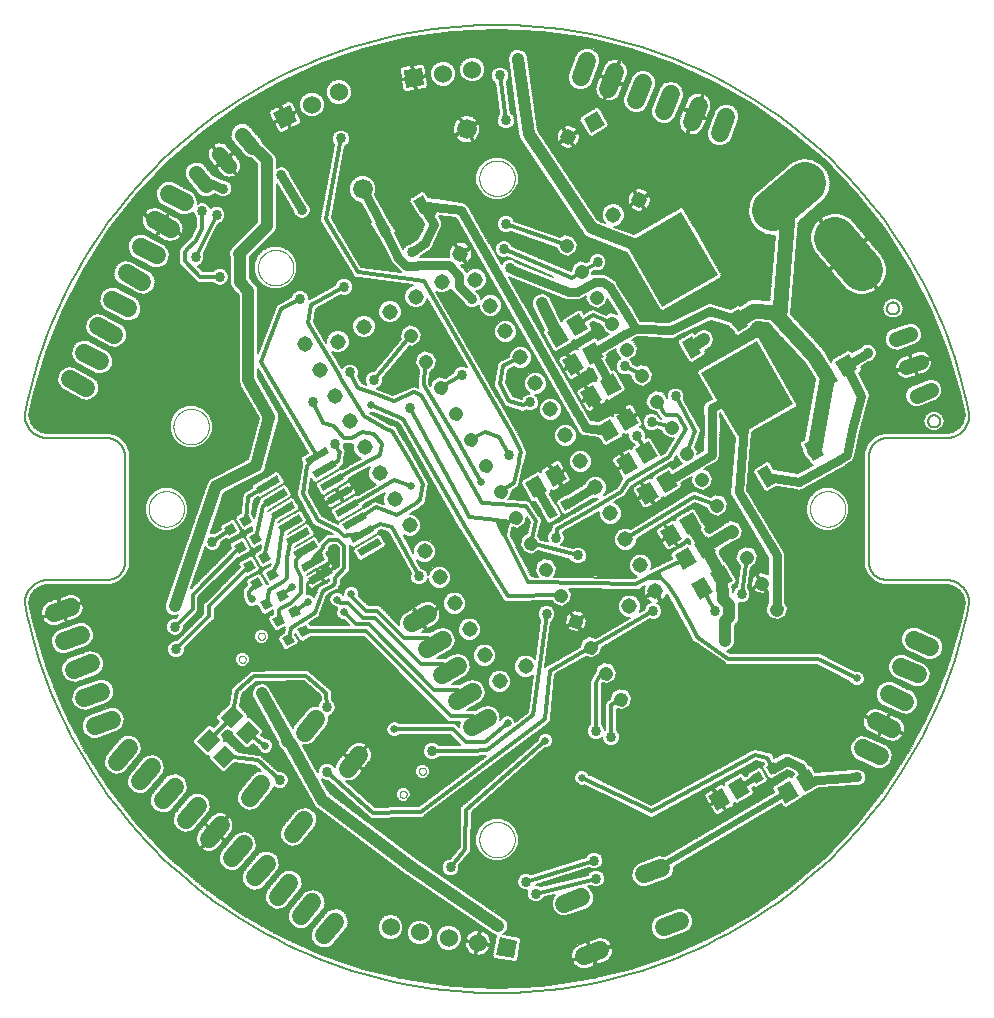
<source format=gtl>
G75*
%MOIN*%
%OFA0B0*%
%FSLAX25Y25*%
%IPPOS*%
%LPD*%
%AMOC8*
5,1,8,0,0,1.08239X$1,22.5*
%
%ADD10C,0.00600*%
%ADD11C,0.00000*%
%ADD12R,0.06000X0.06000*%
%ADD13C,0.06000*%
%ADD14C,0.06600*%
%ADD15C,0.14000*%
%ADD16C,0.06000*%
%ADD17R,0.05118X0.03543*%
%ADD18R,0.03543X0.05118*%
%ADD19R,0.03150X0.03150*%
%ADD20R,0.05118X0.05906*%
%ADD21R,0.21260X0.24409*%
%ADD22R,0.03937X0.06299*%
%ADD23C,0.00872*%
%ADD24C,0.05937*%
%ADD25C,0.05150*%
%ADD26R,0.05150X0.05150*%
%ADD27C,0.05150*%
%ADD28R,0.08100X0.02400*%
%ADD29C,0.05000*%
%ADD30C,0.00500*%
%ADD31C,0.02578*%
%ADD32C,0.01400*%
%ADD33C,0.03365*%
%ADD34C,0.01200*%
%ADD35C,0.03000*%
%ADD36C,0.04000*%
%ADD37C,0.03562*%
%ADD38C,0.02000*%
D10*
X0051683Y0052183D02*
X0065148Y0052183D01*
X0065365Y0052052D02*
X0065993Y0051798D01*
X0066653Y0051646D01*
X0067328Y0051599D01*
X0068002Y0051658D01*
X0068659Y0051822D01*
X0069282Y0052086D01*
X0069856Y0052445D01*
X0070367Y0052889D01*
X0072320Y0055216D01*
X0069255Y0057788D01*
X0064756Y0052425D01*
X0064785Y0052401D01*
X0065365Y0052052D01*
X0065055Y0052781D02*
X0051111Y0052781D01*
X0050540Y0053380D02*
X0063802Y0053380D01*
X0063823Y0053346D02*
X0064267Y0052836D01*
X0064296Y0052811D01*
X0068796Y0058173D01*
X0069255Y0057788D01*
X0069641Y0058247D01*
X0072705Y0055676D01*
X0074658Y0058004D01*
X0075007Y0058584D01*
X0075260Y0059211D01*
X0075413Y0059871D01*
X0075460Y0060546D01*
X0075401Y0061220D01*
X0075237Y0061877D01*
X0074973Y0062500D01*
X0074614Y0063074D01*
X0074170Y0063585D01*
X0074141Y0063610D01*
X0069641Y0058247D01*
X0069181Y0058633D01*
X0068796Y0058173D01*
X0065732Y0060744D01*
X0063779Y0058417D01*
X0063430Y0057837D01*
X0063176Y0057209D01*
X0063024Y0056550D01*
X0062977Y0055874D01*
X0063036Y0055200D01*
X0063200Y0054544D01*
X0063464Y0053920D01*
X0063823Y0053346D01*
X0063440Y0053978D02*
X0049968Y0053978D01*
X0049396Y0054577D02*
X0063191Y0054577D01*
X0063042Y0055175D02*
X0048824Y0055175D01*
X0048253Y0055774D02*
X0062986Y0055774D01*
X0063012Y0056372D02*
X0047681Y0056372D01*
X0047109Y0056971D02*
X0063121Y0056971D01*
X0063322Y0057569D02*
X0046537Y0057569D01*
X0045966Y0058168D02*
X0058562Y0058168D01*
X0059152Y0057982D02*
X0060856Y0058131D01*
X0062374Y0058921D01*
X0067330Y0064828D01*
X0067845Y0066459D01*
X0067695Y0068163D01*
X0066906Y0069680D01*
X0065595Y0070780D01*
X0063964Y0071294D01*
X0062259Y0071145D01*
X0060742Y0070355D01*
X0055786Y0064449D01*
X0055271Y0062817D01*
X0055421Y0061113D01*
X0056210Y0059596D01*
X0057521Y0058496D01*
X0059152Y0057982D01*
X0060928Y0058168D02*
X0063629Y0058168D01*
X0064072Y0058766D02*
X0062077Y0058766D01*
X0062747Y0059365D02*
X0064574Y0059365D01*
X0065076Y0059963D02*
X0063249Y0059963D01*
X0063751Y0060562D02*
X0065579Y0060562D01*
X0065949Y0060562D02*
X0066882Y0060562D01*
X0066662Y0059963D02*
X0067596Y0059963D01*
X0067376Y0059365D02*
X0068309Y0059365D01*
X0068089Y0058766D02*
X0069022Y0058766D01*
X0069181Y0058633D02*
X0066117Y0061204D01*
X0068070Y0063532D01*
X0068581Y0063976D01*
X0069155Y0064334D01*
X0069778Y0064599D01*
X0070435Y0064763D01*
X0071109Y0064822D01*
X0071784Y0064774D01*
X0072444Y0064622D01*
X0073071Y0064369D01*
X0073652Y0064020D01*
X0073681Y0063995D01*
X0069181Y0058633D01*
X0069294Y0058766D02*
X0070077Y0058766D01*
X0069796Y0059365D02*
X0070579Y0059365D01*
X0070298Y0059963D02*
X0071081Y0059963D01*
X0070800Y0060562D02*
X0071583Y0060562D01*
X0071302Y0061161D02*
X0072086Y0061161D01*
X0071805Y0061759D02*
X0072588Y0061759D01*
X0072307Y0062358D02*
X0073090Y0062358D01*
X0072809Y0062956D02*
X0073592Y0062956D01*
X0073311Y0063555D02*
X0074094Y0063555D01*
X0074196Y0063555D02*
X0094661Y0063555D01*
X0095163Y0064153D02*
X0073430Y0064153D01*
X0071883Y0064752D02*
X0095665Y0064752D01*
X0096167Y0065350D02*
X0080617Y0065350D01*
X0080473Y0065337D02*
X0082165Y0065485D01*
X0083671Y0066270D01*
X0088579Y0072118D01*
X0088935Y0073247D01*
X0089210Y0072971D01*
X0090307Y0072517D01*
X0091493Y0072517D01*
X0092590Y0072971D01*
X0093429Y0073810D01*
X0093883Y0074907D01*
X0093883Y0076093D01*
X0093429Y0077190D01*
X0092590Y0078029D01*
X0091493Y0078483D01*
X0090410Y0078483D01*
X0084888Y0083408D01*
X0084503Y0083896D01*
X0084317Y0083917D01*
X0084177Y0084042D01*
X0083557Y0084006D01*
X0077151Y0084757D01*
X0073322Y0088585D01*
X0072413Y0088585D01*
X0072413Y0089494D01*
X0071523Y0090384D01*
X0073336Y0092250D01*
X0074138Y0091447D01*
X0075047Y0091447D01*
X0075047Y0090538D01*
X0079428Y0086158D01*
X0080505Y0086158D01*
X0081917Y0087570D01*
X0083528Y0086344D01*
X0083905Y0085433D01*
X0084633Y0084705D01*
X0085585Y0084311D01*
X0086615Y0084311D01*
X0087567Y0084705D01*
X0088295Y0085433D01*
X0088689Y0086385D01*
X0088689Y0087415D01*
X0088295Y0088367D01*
X0087567Y0089095D01*
X0086615Y0089489D01*
X0086000Y0089489D01*
X0084771Y0090424D01*
X0085442Y0091095D01*
X0085442Y0092172D01*
X0081062Y0096553D01*
X0080153Y0096553D01*
X0080153Y0097462D01*
X0077539Y0100075D01*
X0078312Y0104154D01*
X0082916Y0108200D01*
X0083236Y0108200D01*
X0083252Y0108184D01*
X0084019Y0108200D01*
X0084787Y0108200D01*
X0084803Y0108216D01*
X0088933Y0108300D01*
X0096712Y0108400D01*
X0098986Y0108400D01*
X0104546Y0103532D01*
X0104566Y0102184D01*
X0103971Y0101590D01*
X0103517Y0100493D01*
X0103517Y0100234D01*
X0103458Y0100253D01*
X0101766Y0100105D01*
X0100260Y0099321D01*
X0095352Y0093472D01*
X0095203Y0093000D01*
X0087448Y0106697D01*
X0086413Y0107505D01*
X0085148Y0107855D01*
X0083845Y0107695D01*
X0082703Y0107048D01*
X0081895Y0106013D01*
X0081545Y0104748D01*
X0081705Y0103445D01*
X0090106Y0088607D01*
X0090129Y0088346D01*
X0090207Y0087454D01*
X0090207Y0087454D01*
X0090207Y0087454D01*
X0090813Y0086289D01*
X0091563Y0085661D01*
X0091966Y0085322D01*
X0101821Y0067917D01*
X0101825Y0067885D01*
X0102144Y0067347D01*
X0102452Y0066803D01*
X0102477Y0066783D01*
X0102494Y0066755D01*
X0102994Y0066379D01*
X0103487Y0065995D01*
X0103518Y0065986D01*
X0131857Y0044707D01*
X0131901Y0044641D01*
X0132380Y0044315D01*
X0132843Y0043967D01*
X0132921Y0043947D01*
X0162387Y0023902D01*
X0162949Y0023786D01*
X0161728Y0016858D01*
X0162345Y0015976D01*
X0169315Y0014747D01*
X0170197Y0015365D01*
X0171426Y0022335D01*
X0170808Y0023217D01*
X0165402Y0024170D01*
X0166059Y0024601D01*
X0166798Y0025687D01*
X0167065Y0026972D01*
X0166819Y0028262D01*
X0166099Y0029359D01*
X0136220Y0049685D01*
X0107532Y0071225D01*
X0104973Y0075746D01*
X0106007Y0075317D01*
X0107070Y0075317D01*
X0120615Y0063100D01*
X0121177Y0062575D01*
X0121197Y0062575D01*
X0121212Y0062562D01*
X0121981Y0062602D01*
X0132840Y0062965D01*
X0137670Y0062999D01*
X0138307Y0062907D01*
X0138437Y0063005D01*
X0138601Y0063006D01*
X0139052Y0063464D01*
X0179851Y0093940D01*
X0179906Y0093935D01*
X0180475Y0094406D01*
X0181068Y0094849D01*
X0181076Y0094904D01*
X0181118Y0094939D01*
X0181187Y0095675D01*
X0181293Y0096407D01*
X0181260Y0096451D01*
X0182600Y0110742D01*
X0192877Y0116640D01*
X0195047Y0116058D01*
X0197545Y0117500D01*
X0198129Y0119679D01*
X0214269Y0129099D01*
X0214707Y0128917D01*
X0215893Y0128917D01*
X0216990Y0129371D01*
X0217829Y0130210D01*
X0218283Y0131307D01*
X0218283Y0132493D01*
X0217829Y0133590D01*
X0216990Y0134429D01*
X0216586Y0134596D01*
X0217240Y0134726D01*
X0217784Y0134951D01*
X0216000Y0138042D01*
X0212914Y0136260D01*
X0213100Y0135982D01*
X0213640Y0135442D01*
X0214275Y0135018D01*
X0214654Y0134861D01*
X0213610Y0134429D01*
X0212771Y0133590D01*
X0212317Y0132493D01*
X0212317Y0132359D01*
X0210832Y0131492D01*
X0211324Y0132681D01*
X0211324Y0134223D01*
X0210735Y0135647D01*
X0209645Y0136737D01*
X0208220Y0137327D01*
X0206679Y0137327D01*
X0205255Y0136737D01*
X0204165Y0135647D01*
X0203575Y0134223D01*
X0203575Y0132681D01*
X0204165Y0131257D01*
X0205255Y0130167D01*
X0206679Y0129577D01*
X0207550Y0129577D01*
X0196204Y0122956D01*
X0194064Y0123529D01*
X0191566Y0122087D01*
X0190990Y0119938D01*
X0180377Y0113848D01*
X0180194Y0113865D01*
X0179713Y0113467D01*
X0179455Y0113319D01*
X0181385Y0128328D01*
X0181490Y0128371D01*
X0182329Y0129210D01*
X0182783Y0130307D01*
X0182783Y0131493D01*
X0182329Y0132590D01*
X0181490Y0133429D01*
X0180393Y0133883D01*
X0179207Y0133883D01*
X0178110Y0133429D01*
X0177271Y0132590D01*
X0176817Y0131493D01*
X0176817Y0130307D01*
X0177271Y0129210D01*
X0177622Y0128860D01*
X0175943Y0115798D01*
X0175004Y0116737D01*
X0173579Y0117327D01*
X0172038Y0117327D01*
X0170614Y0116737D01*
X0169524Y0115647D01*
X0168934Y0114223D01*
X0168934Y0112681D01*
X0169524Y0111257D01*
X0170614Y0110167D01*
X0172038Y0109577D01*
X0173579Y0109577D01*
X0175004Y0110167D01*
X0175250Y0110414D01*
X0173669Y0098115D01*
X0169386Y0094920D01*
X0169386Y0094987D01*
X0168992Y0095939D01*
X0168263Y0096667D01*
X0167312Y0097061D01*
X0166282Y0097061D01*
X0165330Y0096667D01*
X0164602Y0095939D01*
X0164412Y0095479D01*
X0164523Y0095896D01*
X0164300Y0097592D01*
X0163445Y0099073D01*
X0162088Y0100115D01*
X0160435Y0100558D01*
X0158739Y0100334D01*
X0156093Y0098807D01*
X0153293Y0098807D01*
X0158039Y0101547D01*
X0159081Y0102904D01*
X0159523Y0104556D01*
X0159300Y0106252D01*
X0158445Y0107734D01*
X0157088Y0108775D01*
X0155435Y0109218D01*
X0153739Y0108995D01*
X0151093Y0107467D01*
X0148293Y0107467D01*
X0153039Y0110207D01*
X0154081Y0111564D01*
X0154523Y0113216D01*
X0154300Y0114912D01*
X0153445Y0116394D01*
X0152088Y0117435D01*
X0150435Y0117878D01*
X0148739Y0117655D01*
X0146093Y0116127D01*
X0143293Y0116127D01*
X0148039Y0118867D01*
X0149081Y0120224D01*
X0149523Y0121877D01*
X0149300Y0123573D01*
X0148445Y0125054D01*
X0147088Y0126096D01*
X0145435Y0126538D01*
X0143739Y0126315D01*
X0141093Y0124787D01*
X0138293Y0124787D01*
X0139441Y0125450D01*
X0137441Y0128914D01*
X0137960Y0129214D01*
X0137660Y0129734D01*
X0137141Y0129434D01*
X0135141Y0132898D01*
X0132509Y0131378D01*
X0131983Y0130952D01*
X0131530Y0130449D01*
X0131162Y0129882D01*
X0130886Y0129264D01*
X0130711Y0128610D01*
X0130640Y0127937D01*
X0130676Y0127261D01*
X0130677Y0127256D01*
X0124213Y0133720D01*
X0120467Y0133720D01*
X0117211Y0136976D01*
X0117289Y0137163D01*
X0117289Y0138193D01*
X0116895Y0139144D01*
X0116167Y0139873D01*
X0115215Y0140267D01*
X0114185Y0140267D01*
X0113233Y0139873D01*
X0112505Y0139144D01*
X0112111Y0138193D01*
X0112111Y0137250D01*
X0111467Y0137895D01*
X0110515Y0138289D01*
X0109485Y0138289D01*
X0108533Y0137895D01*
X0107805Y0137167D01*
X0107411Y0136215D01*
X0107411Y0135185D01*
X0107805Y0134233D01*
X0108533Y0133505D01*
X0109485Y0133111D01*
X0109902Y0133111D01*
X0110088Y0132925D01*
X0109711Y0132015D01*
X0109711Y0130985D01*
X0110105Y0130033D01*
X0110833Y0129305D01*
X0111785Y0128911D01*
X0112202Y0128911D01*
X0113993Y0127120D01*
X0101143Y0127120D01*
X0100696Y0127896D01*
X0103408Y0129625D01*
X0104001Y0129895D01*
X0104055Y0130039D01*
X0104185Y0130121D01*
X0104326Y0130758D01*
X0106715Y0137110D01*
X0109702Y0138767D01*
X0110314Y0139004D01*
X0110374Y0139140D01*
X0110504Y0139212D01*
X0110685Y0139843D01*
X0110895Y0140320D01*
X0111200Y0140625D01*
X0111200Y0141011D01*
X0111356Y0141365D01*
X0111200Y0141767D01*
X0111200Y0142208D01*
X0113170Y0144178D01*
X0114283Y0145291D01*
X0114283Y0153809D01*
X0114570Y0153311D01*
X0115610Y0153032D01*
X0115332Y0151992D01*
X0117070Y0148981D01*
X0118110Y0148702D01*
X0126058Y0153291D01*
X0126337Y0154331D01*
X0124598Y0157342D01*
X0123558Y0157621D01*
X0123732Y0158272D01*
X0124594Y0158765D01*
X0126964Y0158172D01*
X0134482Y0144390D01*
X0134317Y0143993D01*
X0134317Y0142807D01*
X0134771Y0141710D01*
X0135610Y0140871D01*
X0136707Y0140417D01*
X0137893Y0140417D01*
X0138990Y0140871D01*
X0139829Y0141710D01*
X0140274Y0142785D01*
X0140274Y0142322D01*
X0140864Y0140898D01*
X0141954Y0139808D01*
X0143378Y0139218D01*
X0144919Y0139218D01*
X0146343Y0139808D01*
X0147433Y0140898D01*
X0148023Y0142322D01*
X0148023Y0143864D01*
X0147433Y0145288D01*
X0146343Y0146378D01*
X0144919Y0146968D01*
X0143378Y0146968D01*
X0141954Y0146378D01*
X0140864Y0145288D01*
X0140283Y0143886D01*
X0140283Y0143993D01*
X0139829Y0145090D01*
X0138990Y0145929D01*
X0137968Y0146352D01*
X0136646Y0148776D01*
X0136954Y0148468D01*
X0138378Y0147878D01*
X0139919Y0147878D01*
X0141343Y0148468D01*
X0142433Y0149558D01*
X0143023Y0150982D01*
X0143023Y0152524D01*
X0142433Y0153948D01*
X0141343Y0155038D01*
X0139919Y0155628D01*
X0138378Y0155628D01*
X0136954Y0155038D01*
X0135864Y0153948D01*
X0135274Y0152524D01*
X0135274Y0151292D01*
X0132130Y0157056D01*
X0133378Y0156539D01*
X0134919Y0156539D01*
X0136343Y0157129D01*
X0137433Y0158219D01*
X0138023Y0159643D01*
X0138023Y0161184D01*
X0137433Y0162608D01*
X0136343Y0163698D01*
X0134919Y0164288D01*
X0134134Y0164288D01*
X0136477Y0165627D01*
X0136610Y0165608D01*
X0137145Y0166009D01*
X0137726Y0166341D01*
X0137762Y0166471D01*
X0138810Y0167258D01*
X0139435Y0167709D01*
X0139438Y0167728D01*
X0139454Y0167740D01*
X0139562Y0168503D01*
X0140399Y0173696D01*
X0140593Y0174317D01*
X0140521Y0174455D01*
X0140546Y0174608D01*
X0140164Y0175135D01*
X0139235Y0176910D01*
X0139243Y0176938D01*
X0138871Y0177604D01*
X0138518Y0178279D01*
X0138490Y0178287D01*
X0136326Y0182169D01*
X0136334Y0182203D01*
X0135945Y0182852D01*
X0135576Y0183513D01*
X0135542Y0183522D01*
X0130311Y0192241D01*
X0130320Y0192284D01*
X0129910Y0192910D01*
X0129524Y0193552D01*
X0129481Y0193563D01*
X0129457Y0193600D01*
X0128724Y0193752D01*
X0128009Y0193931D01*
X0121065Y0197811D01*
X0121815Y0197811D01*
X0122172Y0197959D01*
X0130469Y0194403D01*
X0150780Y0159102D01*
X0150771Y0159064D01*
X0151170Y0158424D01*
X0151546Y0157770D01*
X0151582Y0157760D01*
X0164907Y0136347D01*
X0164910Y0136090D01*
X0165308Y0135701D01*
X0165603Y0135228D01*
X0165852Y0135170D01*
X0166036Y0134991D01*
X0166593Y0134997D01*
X0167136Y0134871D01*
X0167353Y0135007D01*
X0181653Y0135179D01*
X0182262Y0134125D01*
X0185047Y0133379D01*
X0187545Y0134820D01*
X0188291Y0137606D01*
X0187337Y0139258D01*
X0209465Y0139018D01*
X0209965Y0138857D01*
X0210263Y0139009D01*
X0210597Y0139005D01*
X0210972Y0139373D01*
X0212654Y0140235D01*
X0212384Y0139582D01*
X0212235Y0138834D01*
X0212235Y0138070D01*
X0212384Y0137322D01*
X0212609Y0136777D01*
X0215700Y0138562D01*
X0216000Y0138042D01*
X0216520Y0138342D01*
X0218301Y0135256D01*
X0218580Y0135442D01*
X0219120Y0135982D01*
X0219544Y0136616D01*
X0219836Y0137322D01*
X0219879Y0137539D01*
X0221051Y0135431D01*
X0227264Y0124188D01*
X0228293Y0122325D01*
X0228321Y0122165D01*
X0228420Y0122096D01*
X0228708Y0121574D01*
X0229476Y0121353D01*
X0238806Y0114788D01*
X0239551Y0113984D01*
X0239972Y0113968D01*
X0240005Y0113944D01*
X0240111Y0113963D01*
X0240940Y0113931D01*
X0240972Y0113900D01*
X0241762Y0113900D01*
X0242552Y0113870D01*
X0242584Y0113900D01*
X0269828Y0113900D01*
X0280934Y0108347D01*
X0281105Y0107933D01*
X0281833Y0107205D01*
X0282785Y0106811D01*
X0283815Y0106811D01*
X0284767Y0107205D01*
X0285495Y0107933D01*
X0285889Y0108885D01*
X0285889Y0109915D01*
X0285495Y0110867D01*
X0284767Y0111595D01*
X0283815Y0111989D01*
X0282785Y0111989D01*
X0282681Y0111946D01*
X0271485Y0117544D01*
X0271128Y0117900D01*
X0270772Y0117900D01*
X0270453Y0118059D01*
X0269975Y0117900D01*
X0241838Y0117900D01*
X0240938Y0117934D01*
X0239979Y0118609D01*
X0241169Y0119102D01*
X0242098Y0120031D01*
X0242600Y0121244D01*
X0242600Y0127128D01*
X0243480Y0128008D01*
X0243983Y0129221D01*
X0243983Y0134510D01*
X0244207Y0134417D01*
X0245393Y0134417D01*
X0246490Y0134871D01*
X0247329Y0135710D01*
X0247783Y0136807D01*
X0247783Y0137993D01*
X0247329Y0139090D01*
X0246998Y0139420D01*
X0247997Y0146628D01*
X0249506Y0147500D01*
X0250253Y0150286D01*
X0248811Y0152783D01*
X0246025Y0153529D01*
X0243528Y0152087D01*
X0242781Y0149302D01*
X0244192Y0146858D01*
X0243240Y0139982D01*
X0243110Y0139929D01*
X0242271Y0139090D01*
X0241879Y0138141D01*
X0241879Y0139451D01*
X0241644Y0140017D01*
X0241624Y0140356D01*
X0242954Y0141124D01*
X0243233Y0142164D01*
X0239741Y0148211D01*
X0239061Y0148393D01*
X0237527Y0151146D01*
X0237755Y0151994D01*
X0237618Y0152231D01*
X0241809Y0154772D01*
X0242009Y0154718D01*
X0244506Y0156160D01*
X0245253Y0158946D01*
X0243811Y0161443D01*
X0241025Y0162190D01*
X0238528Y0160748D01*
X0238449Y0160453D01*
X0234317Y0157948D01*
X0234264Y0158041D01*
X0233311Y0158297D01*
X0232705Y0159269D01*
X0232861Y0159851D01*
X0229370Y0165898D01*
X0228330Y0166177D01*
X0222965Y0163079D01*
X0222716Y0162150D01*
X0222537Y0162253D01*
X0222206Y0162341D01*
X0221864Y0162341D01*
X0221533Y0162253D01*
X0219429Y0161038D01*
X0221405Y0157614D01*
X0220886Y0157315D01*
X0218909Y0160738D01*
X0216805Y0159523D01*
X0216562Y0159281D01*
X0216391Y0158984D01*
X0216303Y0158653D01*
X0216303Y0158311D01*
X0216391Y0157981D01*
X0217803Y0155535D01*
X0220886Y0157314D01*
X0221185Y0156795D01*
X0218103Y0155015D01*
X0219515Y0152570D01*
X0219757Y0152328D01*
X0220054Y0152157D01*
X0220384Y0152068D01*
X0220727Y0152068D01*
X0221057Y0152157D01*
X0223162Y0153372D01*
X0221186Y0156795D01*
X0221705Y0157095D01*
X0223681Y0153672D01*
X0225786Y0154887D01*
X0226028Y0155129D01*
X0226199Y0155425D01*
X0226288Y0155756D01*
X0226288Y0155962D01*
X0227130Y0155737D01*
X0227736Y0154764D01*
X0227623Y0154345D01*
X0226745Y0154580D01*
X0221380Y0151482D01*
X0221101Y0150442D01*
X0221730Y0149353D01*
X0220136Y0148554D01*
X0220125Y0148558D01*
X0219396Y0148184D01*
X0218664Y0147818D01*
X0218660Y0147807D01*
X0216937Y0146924D01*
X0216931Y0146921D01*
X0216925Y0146923D01*
X0216796Y0146856D01*
X0216653Y0146882D01*
X0216082Y0146486D01*
X0214765Y0145811D01*
X0214985Y0146341D01*
X0214985Y0147883D01*
X0214395Y0149307D01*
X0213305Y0150397D01*
X0211881Y0150987D01*
X0210339Y0150987D01*
X0208915Y0150397D01*
X0207825Y0149307D01*
X0207235Y0147883D01*
X0207235Y0146341D01*
X0207825Y0144917D01*
X0208915Y0143827D01*
X0210010Y0143374D01*
X0209318Y0143019D01*
X0182255Y0143314D01*
X0182545Y0143481D01*
X0183291Y0146266D01*
X0181849Y0148764D01*
X0179064Y0149510D01*
X0176566Y0148068D01*
X0175820Y0145283D01*
X0176923Y0143372D01*
X0176150Y0143380D01*
X0175356Y0143389D01*
X0174898Y0143394D01*
X0167814Y0157140D01*
X0168058Y0158140D01*
X0168265Y0158989D01*
X0168430Y0159668D01*
X0168469Y0159782D01*
X0170047Y0159359D01*
X0172545Y0160801D01*
X0173155Y0163079D01*
X0174257Y0161506D01*
X0173386Y0157779D01*
X0171566Y0156728D01*
X0170820Y0153943D01*
X0172262Y0151445D01*
X0175047Y0150699D01*
X0176901Y0151769D01*
X0187645Y0149016D01*
X0187771Y0148710D01*
X0188610Y0147871D01*
X0189707Y0147417D01*
X0190893Y0147417D01*
X0191990Y0147871D01*
X0192829Y0148710D01*
X0193283Y0149807D01*
X0193283Y0150993D01*
X0192829Y0152090D01*
X0191990Y0152929D01*
X0190893Y0153383D01*
X0189707Y0153383D01*
X0188610Y0152929D01*
X0188586Y0152904D01*
X0184714Y0153896D01*
X0185429Y0154610D01*
X0185883Y0155707D01*
X0185883Y0156893D01*
X0185429Y0157990D01*
X0185284Y0158134D01*
X0193576Y0162777D01*
X0193613Y0162767D01*
X0194258Y0163159D01*
X0194915Y0163527D01*
X0194926Y0163564D01*
X0197235Y0164966D01*
X0197235Y0163662D01*
X0197825Y0162238D01*
X0198915Y0161148D01*
X0200339Y0160558D01*
X0201881Y0160558D01*
X0203305Y0161148D01*
X0204395Y0162238D01*
X0204985Y0163662D01*
X0204985Y0165203D01*
X0204395Y0166628D01*
X0203305Y0167718D01*
X0202390Y0168096D01*
X0205206Y0169806D01*
X0205656Y0169899D01*
X0205852Y0170198D01*
X0206159Y0170384D01*
X0206268Y0170830D01*
X0208143Y0173683D01*
X0221428Y0181425D01*
X0221933Y0181554D01*
X0222083Y0181807D01*
X0222337Y0181955D01*
X0222470Y0182459D01*
X0223061Y0183458D01*
X0224223Y0181445D01*
X0224979Y0181243D01*
X0221869Y0179366D01*
X0221561Y0179899D01*
X0220521Y0180178D01*
X0215156Y0177080D01*
X0214907Y0176151D01*
X0214728Y0176254D01*
X0214398Y0176343D01*
X0214055Y0176343D01*
X0213725Y0176254D01*
X0211620Y0175039D01*
X0213596Y0171616D01*
X0213077Y0171316D01*
X0211101Y0174739D01*
X0208996Y0173524D01*
X0208754Y0173282D01*
X0208583Y0172985D01*
X0208494Y0172655D01*
X0208494Y0172312D01*
X0208583Y0171982D01*
X0209995Y0169536D01*
X0213077Y0171316D01*
X0213377Y0170796D01*
X0213897Y0171096D01*
X0215873Y0167673D01*
X0217978Y0168888D01*
X0218220Y0169130D01*
X0218391Y0169427D01*
X0218479Y0169757D01*
X0218479Y0169963D01*
X0219409Y0169714D01*
X0224774Y0172812D01*
X0225053Y0173852D01*
X0224670Y0174515D01*
X0228136Y0176608D01*
X0227781Y0175283D01*
X0229223Y0172785D01*
X0232009Y0172039D01*
X0234506Y0173481D01*
X0235253Y0176266D01*
X0233811Y0178764D01*
X0232355Y0179154D01*
X0236038Y0181377D01*
X0236330Y0181490D01*
X0236510Y0181662D01*
X0236724Y0181791D01*
X0236909Y0182043D01*
X0237136Y0182259D01*
X0237237Y0182487D01*
X0237384Y0182687D01*
X0237460Y0182991D01*
X0237586Y0183277D01*
X0237592Y0183527D01*
X0237652Y0183769D01*
X0237605Y0184078D01*
X0237852Y0194604D01*
X0237892Y0194720D01*
X0237865Y0195157D01*
X0237876Y0195595D01*
X0237831Y0195709D01*
X0237702Y0197818D01*
X0237704Y0197819D01*
X0242508Y0189499D01*
X0241028Y0171854D01*
X0240948Y0171527D01*
X0240982Y0171304D01*
X0240963Y0171079D01*
X0241066Y0170759D01*
X0241116Y0170426D01*
X0241233Y0170233D01*
X0241302Y0170018D01*
X0241519Y0169761D01*
X0253717Y0149618D01*
X0253717Y0144148D01*
X0251025Y0144869D01*
X0250028Y0144293D01*
X0251623Y0141530D01*
X0251120Y0141240D01*
X0249525Y0144003D01*
X0248528Y0143427D01*
X0247781Y0140642D01*
X0248357Y0139645D01*
X0251120Y0141240D01*
X0251411Y0140737D01*
X0251411Y0140736D02*
X0251914Y0141027D01*
X0253509Y0138264D01*
X0253717Y0138384D01*
X0253717Y0134876D01*
X0253528Y0134767D01*
X0252781Y0131981D01*
X0254223Y0129484D01*
X0257009Y0128738D01*
X0259506Y0130179D01*
X0260253Y0132965D01*
X0259317Y0134586D01*
X0259317Y0141339D01*
X0259389Y0141608D01*
X0259389Y0141608D01*
X0259389Y0141608D01*
X0259317Y0142157D01*
X0259317Y0150061D01*
X0259369Y0150273D01*
X0259317Y0150613D01*
X0259317Y0150957D01*
X0259234Y0151158D01*
X0259201Y0151374D01*
X0259022Y0151668D01*
X0258891Y0151986D01*
X0258737Y0152140D01*
X0246666Y0172072D01*
X0248287Y0191402D01*
X0263132Y0199973D01*
X0263411Y0201013D01*
X0250668Y0223085D01*
X0249628Y0223364D01*
X0230283Y0212195D01*
X0230005Y0211155D01*
X0234904Y0202669D01*
X0233500Y0201881D01*
X0233072Y0201672D01*
X0233016Y0201610D01*
X0232944Y0201569D01*
X0232649Y0201195D01*
X0232334Y0200838D01*
X0232307Y0200759D01*
X0232255Y0200694D01*
X0232126Y0200235D01*
X0231971Y0199785D01*
X0231976Y0199701D01*
X0231954Y0199621D01*
X0232010Y0199148D01*
X0232261Y0195051D01*
X0232037Y0185503D01*
X0230093Y0184329D01*
X0230253Y0184927D01*
X0229326Y0186531D01*
X0230838Y0190587D01*
X0230920Y0190633D01*
X0231109Y0191313D01*
X0231355Y0191974D01*
X0231316Y0192059D01*
X0231341Y0192150D01*
X0230994Y0192764D01*
X0230701Y0193405D01*
X0230613Y0193438D01*
X0225586Y0202332D01*
X0225783Y0202807D01*
X0225783Y0203993D01*
X0225329Y0205090D01*
X0224490Y0205929D01*
X0223393Y0206383D01*
X0222207Y0206383D01*
X0221110Y0205929D01*
X0220271Y0205090D01*
X0219817Y0203993D01*
X0219817Y0203001D01*
X0218811Y0204744D01*
X0216025Y0205491D01*
X0213528Y0204049D01*
X0212781Y0201263D01*
X0214223Y0198766D01*
X0216429Y0198175D01*
X0216900Y0197380D01*
X0216900Y0197113D01*
X0217287Y0196726D01*
X0217566Y0196255D01*
X0217824Y0196189D01*
X0218008Y0196005D01*
X0217516Y0196138D01*
X0217329Y0196590D01*
X0216490Y0197429D01*
X0215393Y0197883D01*
X0214207Y0197883D01*
X0213110Y0197429D01*
X0212271Y0196590D01*
X0211817Y0195493D01*
X0211817Y0194307D01*
X0212271Y0193210D01*
X0213110Y0192371D01*
X0214207Y0191917D01*
X0215393Y0191917D01*
X0216490Y0192371D01*
X0216574Y0192456D01*
X0218104Y0192045D01*
X0219223Y0190106D01*
X0222009Y0189359D01*
X0222211Y0189476D01*
X0219317Y0184593D01*
X0218071Y0183867D01*
X0214740Y0189636D01*
X0213700Y0189915D01*
X0212870Y0189436D01*
X0212983Y0189707D01*
X0212983Y0190893D01*
X0212529Y0191990D01*
X0211690Y0192829D01*
X0210846Y0193178D01*
X0211311Y0193447D01*
X0211553Y0193689D01*
X0211724Y0193985D01*
X0211813Y0194316D01*
X0211813Y0194658D01*
X0211724Y0194989D01*
X0210312Y0197434D01*
X0207230Y0195655D01*
X0206930Y0196174D01*
X0206930Y0196175D02*
X0206411Y0195875D01*
X0204434Y0199298D01*
X0202330Y0198083D01*
X0202088Y0197841D01*
X0201916Y0197544D01*
X0201828Y0197213D01*
X0201828Y0197007D01*
X0200898Y0197256D01*
X0197333Y0195198D01*
X0194622Y0195517D01*
X0192704Y0198836D01*
X0192700Y0198870D01*
X0174870Y0229946D01*
X0167283Y0243170D01*
X0167359Y0243140D01*
X0167746Y0242947D01*
X0167874Y0242937D01*
X0186251Y0235704D01*
X0186743Y0235500D01*
X0186769Y0235500D01*
X0186793Y0235491D01*
X0187325Y0235500D01*
X0189363Y0235500D01*
X0189477Y0235463D01*
X0189916Y0235500D01*
X0190357Y0235500D01*
X0190468Y0235546D01*
X0190587Y0235556D01*
X0190979Y0235758D01*
X0191386Y0235926D01*
X0191471Y0236011D01*
X0193024Y0236811D01*
X0192781Y0235904D01*
X0194223Y0233407D01*
X0197009Y0232661D01*
X0199506Y0234102D01*
X0199997Y0235933D01*
X0203187Y0230892D01*
X0201025Y0231472D01*
X0199684Y0230697D01*
X0196681Y0231984D01*
X0196587Y0232140D01*
X0195940Y0232302D01*
X0195326Y0232565D01*
X0195157Y0232497D01*
X0194980Y0232541D01*
X0194408Y0232197D01*
X0193788Y0231949D01*
X0193716Y0231781D01*
X0192342Y0230956D01*
X0191631Y0232188D01*
X0190590Y0232467D01*
X0185225Y0229370D01*
X0184990Y0228492D01*
X0184785Y0228547D01*
X0180988Y0236424D01*
X0180008Y0237299D01*
X0178769Y0237732D01*
X0177458Y0237658D01*
X0176276Y0237088D01*
X0175401Y0236108D01*
X0174968Y0234869D01*
X0175042Y0233558D01*
X0178839Y0225682D01*
X0178747Y0225629D01*
X0178469Y0224589D01*
X0181960Y0218542D01*
X0183000Y0218263D01*
X0188365Y0221361D01*
X0188600Y0222239D01*
X0189478Y0222004D01*
X0194843Y0225101D01*
X0195122Y0226141D01*
X0194343Y0227491D01*
X0195453Y0228159D01*
X0197845Y0227133D01*
X0199223Y0224747D01*
X0200694Y0224353D01*
X0200615Y0224307D01*
X0200608Y0224297D01*
X0197105Y0222237D01*
X0196775Y0222809D01*
X0195735Y0223088D01*
X0190370Y0219990D01*
X0190121Y0219061D01*
X0189942Y0219164D01*
X0189612Y0219252D01*
X0189270Y0219252D01*
X0188939Y0219164D01*
X0186834Y0217949D01*
X0188811Y0214526D01*
X0188291Y0214226D01*
X0186315Y0217649D01*
X0184210Y0216434D01*
X0183968Y0216192D01*
X0183797Y0215895D01*
X0183708Y0215564D01*
X0183708Y0215222D01*
X0183797Y0214892D01*
X0185209Y0212446D01*
X0188291Y0214225D01*
X0188591Y0213706D01*
X0185509Y0211926D01*
X0186921Y0209481D01*
X0187163Y0209239D01*
X0187459Y0209068D01*
X0187790Y0208979D01*
X0188132Y0208979D01*
X0188463Y0209068D01*
X0190567Y0210283D01*
X0188591Y0213706D01*
X0189111Y0214006D01*
X0191087Y0210583D01*
X0193192Y0211798D01*
X0193434Y0212040D01*
X0193605Y0212336D01*
X0193693Y0212667D01*
X0193693Y0212873D01*
X0194623Y0212624D01*
X0194851Y0212756D01*
X0196678Y0209530D01*
X0196391Y0209364D01*
X0196142Y0208435D01*
X0195963Y0208538D01*
X0195632Y0208626D01*
X0195290Y0208626D01*
X0194960Y0208538D01*
X0192855Y0207323D01*
X0194831Y0203900D01*
X0194312Y0203600D01*
X0192335Y0207023D01*
X0190231Y0205808D01*
X0189989Y0205566D01*
X0189818Y0205269D01*
X0189729Y0204938D01*
X0189729Y0204596D01*
X0189818Y0204266D01*
X0191229Y0201820D01*
X0194312Y0203599D01*
X0194612Y0203080D01*
X0195131Y0203380D01*
X0197108Y0199957D01*
X0199212Y0201172D01*
X0199454Y0201414D01*
X0199625Y0201710D01*
X0199714Y0202041D01*
X0199714Y0202247D01*
X0200643Y0201998D01*
X0206009Y0205096D01*
X0206287Y0206136D01*
X0202796Y0212183D01*
X0201756Y0212462D01*
X0201528Y0212330D01*
X0199700Y0215556D01*
X0199988Y0215722D01*
X0200267Y0216762D01*
X0199905Y0217387D01*
X0202939Y0219172D01*
X0202781Y0218584D01*
X0204223Y0216086D01*
X0204386Y0216043D01*
X0204110Y0215929D01*
X0203271Y0215090D01*
X0202817Y0213993D01*
X0202817Y0212807D01*
X0203271Y0211710D01*
X0204110Y0210871D01*
X0205207Y0210417D01*
X0206393Y0210417D01*
X0206838Y0210602D01*
X0207825Y0210087D01*
X0207781Y0209924D01*
X0209223Y0207426D01*
X0212009Y0206680D01*
X0214506Y0208122D01*
X0215253Y0210907D01*
X0213811Y0213405D01*
X0211025Y0214151D01*
X0209913Y0213509D01*
X0208727Y0214128D01*
X0208329Y0215090D01*
X0207687Y0215731D01*
X0209506Y0216782D01*
X0210253Y0219568D01*
X0208811Y0222065D01*
X0208301Y0222201D01*
X0210123Y0223128D01*
X0211180Y0223077D01*
X0220760Y0222622D01*
X0220901Y0222573D01*
X0221312Y0222596D01*
X0221724Y0222577D01*
X0221864Y0222627D01*
X0222013Y0222636D01*
X0222384Y0222814D01*
X0222772Y0222954D01*
X0222882Y0223054D01*
X0234626Y0228709D01*
X0240384Y0226856D01*
X0240987Y0225968D01*
X0241855Y0225397D01*
X0242720Y0223899D01*
X0243760Y0223621D01*
X0248102Y0226128D01*
X0248381Y0227168D01*
X0248323Y0227268D01*
X0249618Y0228148D01*
X0253757Y0227892D01*
X0254036Y0227564D01*
X0254037Y0227561D01*
X0254095Y0227492D01*
X0254127Y0227407D01*
X0254581Y0226920D01*
X0255011Y0226413D01*
X0255014Y0226411D01*
X0255016Y0226409D01*
X0255096Y0226367D01*
X0266018Y0214659D01*
X0268314Y0210844D01*
X0269270Y0209189D01*
X0265581Y0188932D01*
X0264456Y0188283D01*
X0264177Y0187242D01*
X0265010Y0185799D01*
X0264978Y0185620D01*
X0265297Y0184142D01*
X0266157Y0182899D01*
X0266998Y0182356D01*
X0267865Y0180854D01*
X0268646Y0180645D01*
X0263492Y0177798D01*
X0255673Y0179140D01*
X0254291Y0181534D01*
X0253250Y0181813D01*
X0248908Y0179306D01*
X0248630Y0178266D01*
X0252318Y0171878D01*
X0253358Y0171599D01*
X0256370Y0173339D01*
X0263360Y0172138D01*
X0263747Y0172027D01*
X0263905Y0172045D01*
X0264062Y0172018D01*
X0264454Y0172107D01*
X0264854Y0172152D01*
X0264993Y0172229D01*
X0265148Y0172264D01*
X0265477Y0172496D01*
X0278233Y0179546D01*
X0278351Y0179569D01*
X0278718Y0179813D01*
X0279103Y0180026D01*
X0279178Y0180120D01*
X0281343Y0181563D01*
X0281799Y0181861D01*
X0281806Y0181872D01*
X0281817Y0181879D01*
X0282120Y0182332D01*
X0282427Y0182781D01*
X0282429Y0182794D01*
X0282436Y0182805D01*
X0282543Y0183339D01*
X0284237Y0191436D01*
X0287401Y0202773D01*
X0287555Y0203226D01*
X0287550Y0203307D01*
X0287572Y0203385D01*
X0287514Y0203860D01*
X0287484Y0204337D01*
X0287448Y0204410D01*
X0287438Y0204491D01*
X0287203Y0204908D01*
X0284064Y0211289D01*
X0284561Y0211576D01*
X0284840Y0212617D01*
X0284470Y0213258D01*
X0287097Y0214819D01*
X0287413Y0214819D01*
X0288545Y0215288D01*
X0289412Y0216155D01*
X0289881Y0217287D01*
X0289881Y0218513D01*
X0289412Y0219645D01*
X0288545Y0220512D01*
X0287413Y0220981D01*
X0286187Y0220981D01*
X0285055Y0220512D01*
X0284188Y0219645D01*
X0284166Y0219591D01*
X0281670Y0218108D01*
X0281349Y0218664D01*
X0280309Y0218942D01*
X0274944Y0215845D01*
X0274708Y0214967D01*
X0274702Y0214969D01*
X0272505Y0218619D01*
X0272363Y0218999D01*
X0272119Y0219261D01*
X0271935Y0219567D01*
X0271609Y0219808D01*
X0261344Y0230811D01*
X0263847Y0261712D01*
X0272660Y0269108D01*
X0274184Y0272036D01*
X0274472Y0275326D01*
X0273479Y0278475D01*
X0271357Y0281004D01*
X0268428Y0282529D01*
X0265139Y0282817D01*
X0261990Y0281824D01*
X0248735Y0270702D01*
X0247211Y0267774D01*
X0246923Y0264484D01*
X0247916Y0261335D01*
X0250038Y0258806D01*
X0252967Y0257281D01*
X0255843Y0257029D01*
X0254098Y0235486D01*
X0249034Y0235798D01*
X0248529Y0235895D01*
X0248286Y0235844D01*
X0248037Y0235860D01*
X0247552Y0235693D01*
X0247049Y0235589D01*
X0246843Y0235449D01*
X0246608Y0235368D01*
X0246223Y0235028D01*
X0244234Y0233679D01*
X0243652Y0233834D01*
X0241264Y0232455D01*
X0235311Y0234372D01*
X0234818Y0234544D01*
X0234782Y0234542D01*
X0234747Y0234554D01*
X0234227Y0234511D01*
X0233706Y0234482D01*
X0233673Y0234466D01*
X0233637Y0234463D01*
X0233173Y0234225D01*
X0220724Y0228230D01*
X0211445Y0228671D01*
X0211126Y0228686D01*
X0208467Y0233008D01*
X0208464Y0233027D01*
X0208175Y0233482D01*
X0207893Y0233941D01*
X0207878Y0233952D01*
X0203456Y0240939D01*
X0203454Y0240953D01*
X0203159Y0241409D01*
X0202868Y0241868D01*
X0202856Y0241876D01*
X0202849Y0241888D01*
X0202401Y0242197D01*
X0201958Y0242510D01*
X0201958Y0242509D02*
X0211609Y0242509D01*
X0211954Y0241911D02*
X0202816Y0241911D01*
X0203221Y0241312D02*
X0212300Y0241312D01*
X0212645Y0240714D02*
X0203599Y0240714D01*
X0203977Y0240115D02*
X0212991Y0240115D01*
X0213336Y0239517D02*
X0204356Y0239517D01*
X0204735Y0238918D02*
X0213682Y0238918D01*
X0214027Y0238320D02*
X0205114Y0238320D01*
X0205493Y0237721D02*
X0214373Y0237721D01*
X0214719Y0237123D02*
X0205871Y0237123D01*
X0206250Y0236524D02*
X0215064Y0236524D01*
X0215410Y0235926D02*
X0206629Y0235926D01*
X0207008Y0235327D02*
X0215755Y0235327D01*
X0216101Y0234729D02*
X0207387Y0234729D01*
X0207765Y0234130D02*
X0216446Y0234130D01*
X0216792Y0233532D02*
X0208145Y0233532D01*
X0208513Y0232933D02*
X0217137Y0232933D01*
X0217483Y0232335D02*
X0208881Y0232335D01*
X0209250Y0231736D02*
X0228004Y0231736D01*
X0226762Y0231138D02*
X0209618Y0231138D01*
X0209986Y0230539D02*
X0225519Y0230539D01*
X0224276Y0229941D02*
X0210354Y0229941D01*
X0210722Y0229342D02*
X0223033Y0229342D01*
X0221790Y0228744D02*
X0211090Y0228744D01*
X0211445Y0228671D02*
X0211445Y0228671D01*
X0211180Y0223077D02*
X0211180Y0223077D01*
X0209397Y0222759D02*
X0217894Y0222759D01*
X0222268Y0222759D02*
X0224468Y0222759D01*
X0223763Y0222351D02*
X0223484Y0221311D01*
X0224995Y0218694D01*
X0225025Y0218526D01*
X0225712Y0217452D01*
X0227172Y0214923D01*
X0228212Y0214644D01*
X0232555Y0217151D01*
X0232833Y0218191D01*
X0232567Y0218653D01*
X0234631Y0219974D01*
X0235382Y0221050D01*
X0235664Y0222333D01*
X0235434Y0223625D01*
X0234726Y0224731D01*
X0233650Y0225482D01*
X0232367Y0225764D01*
X0231075Y0225534D01*
X0229263Y0224375D01*
X0229145Y0224579D01*
X0228105Y0224858D01*
X0223763Y0222351D01*
X0223712Y0222160D02*
X0208456Y0222160D01*
X0209101Y0221562D02*
X0223551Y0221562D01*
X0223685Y0220963D02*
X0209447Y0220963D01*
X0209793Y0220365D02*
X0224030Y0220365D01*
X0224376Y0219766D02*
X0210138Y0219766D01*
X0210145Y0219168D02*
X0224721Y0219168D01*
X0225017Y0218569D02*
X0209985Y0218569D01*
X0209825Y0217970D02*
X0225380Y0217970D01*
X0225758Y0217372D02*
X0209664Y0217372D01*
X0209492Y0216773D02*
X0226104Y0216773D01*
X0226449Y0216175D02*
X0208455Y0216175D01*
X0207842Y0215576D02*
X0226795Y0215576D01*
X0227140Y0214978D02*
X0208375Y0214978D01*
X0208623Y0214379D02*
X0234066Y0214379D01*
X0233030Y0213781D02*
X0212407Y0213781D01*
X0213939Y0213182D02*
X0231993Y0213182D01*
X0230956Y0212584D02*
X0214285Y0212584D01*
X0214630Y0211985D02*
X0230227Y0211985D01*
X0230067Y0211387D02*
X0214976Y0211387D01*
X0215221Y0210788D02*
X0230216Y0210788D01*
X0230562Y0210190D02*
X0215060Y0210190D01*
X0214900Y0209591D02*
X0230908Y0209591D01*
X0231253Y0208993D02*
X0214740Y0208993D01*
X0214579Y0208394D02*
X0231599Y0208394D01*
X0231944Y0207796D02*
X0213942Y0207796D01*
X0212905Y0207197D02*
X0232290Y0207197D01*
X0232635Y0206599D02*
X0206020Y0206599D01*
X0206251Y0206000D02*
X0221284Y0206000D01*
X0220584Y0205402D02*
X0216358Y0205402D01*
X0215871Y0205402D02*
X0206091Y0205402D01*
X0205502Y0204803D02*
X0214834Y0204803D01*
X0213798Y0204205D02*
X0204465Y0204205D01*
X0203429Y0203606D02*
X0213409Y0203606D01*
X0213249Y0203008D02*
X0202392Y0203008D01*
X0201355Y0202409D02*
X0213088Y0202409D01*
X0212928Y0201811D02*
X0199652Y0201811D01*
X0199253Y0201212D02*
X0212811Y0201212D01*
X0213156Y0200614D02*
X0208386Y0200614D01*
X0208358Y0200642D02*
X0208062Y0200813D01*
X0207731Y0200901D01*
X0207389Y0200901D01*
X0207058Y0200813D01*
X0204954Y0199598D01*
X0206930Y0196175D01*
X0206930Y0196174D02*
X0210012Y0197954D01*
X0208600Y0200400D01*
X0208358Y0200642D01*
X0208822Y0200015D02*
X0213502Y0200015D01*
X0213848Y0199417D02*
X0209168Y0199417D01*
X0209514Y0198818D02*
X0214193Y0198818D01*
X0213575Y0197621D02*
X0209436Y0197621D01*
X0209599Y0197023D02*
X0208399Y0197023D01*
X0208562Y0196424D02*
X0207363Y0196424D01*
X0206786Y0196424D02*
X0206093Y0196424D01*
X0205748Y0197023D02*
X0206441Y0197023D01*
X0206095Y0197621D02*
X0205402Y0197621D01*
X0205057Y0198220D02*
X0205749Y0198220D01*
X0205404Y0198818D02*
X0204711Y0198818D01*
X0205058Y0199417D02*
X0196172Y0199417D01*
X0196588Y0199657D02*
X0194612Y0203080D01*
X0191529Y0201300D01*
X0192941Y0198855D01*
X0193183Y0198613D01*
X0193480Y0198442D01*
X0193811Y0198353D01*
X0194153Y0198353D01*
X0194483Y0198442D01*
X0196588Y0199657D01*
X0196381Y0200015D02*
X0197074Y0200015D01*
X0197209Y0200015D02*
X0205677Y0200015D01*
X0206714Y0200614D02*
X0198246Y0200614D01*
X0196728Y0200614D02*
X0196036Y0200614D01*
X0195690Y0201212D02*
X0196383Y0201212D01*
X0196037Y0201811D02*
X0195344Y0201811D01*
X0194999Y0202409D02*
X0195692Y0202409D01*
X0195346Y0203008D02*
X0194653Y0203008D01*
X0194487Y0203008D02*
X0193287Y0203008D01*
X0193450Y0202409D02*
X0192250Y0202409D01*
X0192413Y0201811D02*
X0191013Y0201811D01*
X0190889Y0202409D02*
X0190669Y0202409D01*
X0190544Y0203008D02*
X0190326Y0203008D01*
X0190198Y0203606D02*
X0189982Y0203606D01*
X0189853Y0204205D02*
X0189639Y0204205D01*
X0189729Y0204803D02*
X0189296Y0204803D01*
X0188952Y0205402D02*
X0189894Y0205402D01*
X0190564Y0206000D02*
X0188609Y0206000D01*
X0188265Y0206599D02*
X0191601Y0206599D01*
X0192580Y0206599D02*
X0193273Y0206599D01*
X0192927Y0207197D02*
X0187922Y0207197D01*
X0187579Y0207796D02*
X0193674Y0207796D01*
X0194711Y0208394D02*
X0187235Y0208394D01*
X0186892Y0208993D02*
X0187738Y0208993D01*
X0188184Y0208993D02*
X0196291Y0208993D01*
X0196643Y0209591D02*
X0189370Y0209591D01*
X0190407Y0210190D02*
X0196304Y0210190D01*
X0195965Y0210788D02*
X0191443Y0210788D01*
X0190968Y0210788D02*
X0190276Y0210788D01*
X0189930Y0211387D02*
X0190623Y0211387D01*
X0190277Y0211985D02*
X0189584Y0211985D01*
X0189239Y0212584D02*
X0189932Y0212584D01*
X0189586Y0213182D02*
X0188893Y0213182D01*
X0188721Y0213781D02*
X0189241Y0213781D01*
X0188548Y0213781D02*
X0187521Y0213781D01*
X0187684Y0213182D02*
X0186484Y0213182D01*
X0186648Y0212584D02*
X0185448Y0212584D01*
X0185129Y0212584D02*
X0184831Y0212584D01*
X0184784Y0213182D02*
X0184488Y0213182D01*
X0184438Y0213781D02*
X0184145Y0213781D01*
X0184093Y0214379D02*
X0183801Y0214379D01*
X0183774Y0214978D02*
X0183458Y0214978D01*
X0183712Y0215576D02*
X0183114Y0215576D01*
X0182771Y0216175D02*
X0183958Y0216175D01*
X0184799Y0216773D02*
X0182428Y0216773D01*
X0182084Y0217372D02*
X0185835Y0217372D01*
X0186474Y0217372D02*
X0187167Y0217372D01*
X0186872Y0217970D02*
X0181741Y0217970D01*
X0181944Y0218569D02*
X0181397Y0218569D01*
X0181599Y0219168D02*
X0181054Y0219168D01*
X0181253Y0219766D02*
X0180711Y0219766D01*
X0180908Y0220365D02*
X0180367Y0220365D01*
X0180562Y0220963D02*
X0180024Y0220963D01*
X0180217Y0221562D02*
X0179680Y0221562D01*
X0179871Y0222160D02*
X0179337Y0222160D01*
X0179525Y0222759D02*
X0178994Y0222759D01*
X0179180Y0223357D02*
X0178650Y0223357D01*
X0178834Y0223956D02*
X0178307Y0223956D01*
X0178489Y0224554D02*
X0177963Y0224554D01*
X0177620Y0225153D02*
X0178619Y0225153D01*
X0178805Y0225751D02*
X0177277Y0225751D01*
X0176933Y0226350D02*
X0178517Y0226350D01*
X0178228Y0226948D02*
X0176590Y0226948D01*
X0176246Y0227547D02*
X0177940Y0227547D01*
X0177652Y0228145D02*
X0175903Y0228145D01*
X0175560Y0228744D02*
X0177363Y0228744D01*
X0177075Y0229342D02*
X0175216Y0229342D01*
X0174873Y0229941D02*
X0176786Y0229941D01*
X0176498Y0230539D02*
X0174530Y0230539D01*
X0174870Y0229946D02*
X0174870Y0229946D01*
X0174186Y0231138D02*
X0176209Y0231138D01*
X0175921Y0231736D02*
X0173843Y0231736D01*
X0173499Y0232335D02*
X0175632Y0232335D01*
X0175344Y0232933D02*
X0173156Y0232933D01*
X0172813Y0233532D02*
X0175055Y0233532D01*
X0175010Y0234130D02*
X0172469Y0234130D01*
X0172126Y0234729D02*
X0174976Y0234729D01*
X0175128Y0235327D02*
X0171782Y0235327D01*
X0171439Y0235926D02*
X0175338Y0235926D01*
X0175773Y0236524D02*
X0171096Y0236524D01*
X0170752Y0237123D02*
X0176349Y0237123D01*
X0178585Y0237721D02*
X0170409Y0237721D01*
X0170065Y0238320D02*
X0179605Y0238320D01*
X0178799Y0237721D02*
X0181125Y0237721D01*
X0180205Y0237123D02*
X0182646Y0237123D01*
X0184166Y0236524D02*
X0180875Y0236524D01*
X0181228Y0235926D02*
X0185687Y0235926D01*
X0182093Y0234130D02*
X0193806Y0234130D01*
X0194151Y0233532D02*
X0182382Y0233532D01*
X0182670Y0232933D02*
X0195991Y0232933D01*
X0195863Y0232335D02*
X0202274Y0232335D01*
X0201896Y0232933D02*
X0197481Y0232933D01*
X0198518Y0233532D02*
X0201517Y0233532D01*
X0201138Y0234130D02*
X0199514Y0234130D01*
X0199674Y0234729D02*
X0200759Y0234729D01*
X0200380Y0235327D02*
X0199834Y0235327D01*
X0199995Y0235926D02*
X0200002Y0235926D01*
X0202653Y0231736D02*
X0197259Y0231736D01*
X0198656Y0231138D02*
X0200447Y0231138D01*
X0202271Y0231138D02*
X0203032Y0231138D01*
X0197952Y0226948D02*
X0194656Y0226948D01*
X0194435Y0227547D02*
X0196881Y0227547D01*
X0195484Y0228145D02*
X0195431Y0228145D01*
X0195002Y0226350D02*
X0198298Y0226350D01*
X0198643Y0225751D02*
X0195017Y0225751D01*
X0194857Y0225153D02*
X0198989Y0225153D01*
X0199942Y0224554D02*
X0193896Y0224554D01*
X0192859Y0223956D02*
X0200027Y0223956D01*
X0199009Y0223357D02*
X0191822Y0223357D01*
X0190786Y0222759D02*
X0195165Y0222759D01*
X0194129Y0222160D02*
X0189749Y0222160D01*
X0188894Y0222160D02*
X0188579Y0222160D01*
X0188419Y0221562D02*
X0193092Y0221562D01*
X0192055Y0220963D02*
X0187676Y0220963D01*
X0186639Y0220365D02*
X0191019Y0220365D01*
X0190310Y0219766D02*
X0185602Y0219766D01*
X0184566Y0219168D02*
X0188953Y0219168D01*
X0189929Y0219168D02*
X0190150Y0219168D01*
X0187909Y0218569D02*
X0183529Y0218569D01*
X0186820Y0216773D02*
X0187513Y0216773D01*
X0187858Y0216175D02*
X0187166Y0216175D01*
X0187511Y0215576D02*
X0188204Y0215576D01*
X0188549Y0214978D02*
X0187857Y0214978D01*
X0188202Y0214379D02*
X0188558Y0214379D01*
X0185611Y0211985D02*
X0185175Y0211985D01*
X0185518Y0211387D02*
X0185820Y0211387D01*
X0185862Y0210788D02*
X0186166Y0210788D01*
X0186205Y0210190D02*
X0186511Y0210190D01*
X0186548Y0209591D02*
X0186857Y0209591D01*
X0181809Y0206599D02*
X0179834Y0206599D01*
X0179985Y0206963D02*
X0179985Y0208505D01*
X0179395Y0209929D01*
X0178305Y0211019D01*
X0176881Y0211609D01*
X0175339Y0211609D01*
X0173915Y0211019D01*
X0172825Y0209929D01*
X0172235Y0208505D01*
X0172235Y0206963D01*
X0172825Y0205539D01*
X0173915Y0204449D01*
X0174075Y0204383D01*
X0173707Y0204383D01*
X0172610Y0203929D01*
X0171771Y0203090D01*
X0171563Y0202587D01*
X0168679Y0203549D01*
X0166386Y0207752D01*
X0167108Y0212082D01*
X0169019Y0213066D01*
X0170339Y0212519D01*
X0171881Y0212519D01*
X0173305Y0213109D01*
X0174395Y0214199D01*
X0174985Y0215623D01*
X0174985Y0217165D01*
X0174395Y0218589D01*
X0173305Y0219679D01*
X0171881Y0220269D01*
X0170339Y0220269D01*
X0168915Y0219679D01*
X0167825Y0218589D01*
X0167235Y0217165D01*
X0167235Y0216647D01*
X0164974Y0215482D01*
X0164812Y0215509D01*
X0164255Y0215112D01*
X0163647Y0214798D01*
X0163597Y0214642D01*
X0163463Y0214546D01*
X0163351Y0213871D01*
X0163143Y0213220D01*
X0163218Y0213074D01*
X0162347Y0207848D01*
X0162148Y0207170D01*
X0162214Y0207048D01*
X0162191Y0206912D01*
X0162602Y0206336D01*
X0165527Y0200974D01*
X0165882Y0200265D01*
X0165921Y0200251D01*
X0165941Y0200215D01*
X0166702Y0199991D01*
X0171089Y0198529D01*
X0171774Y0198235D01*
X0171863Y0198271D01*
X0171953Y0198241D01*
X0172620Y0198574D01*
X0172980Y0198718D01*
X0173707Y0198417D01*
X0174893Y0198417D01*
X0175990Y0198871D01*
X0176829Y0199710D01*
X0177283Y0200807D01*
X0177283Y0201993D01*
X0176829Y0203090D01*
X0176059Y0203859D01*
X0176881Y0203859D01*
X0178305Y0204449D01*
X0179395Y0205539D01*
X0179985Y0206963D01*
X0179985Y0207197D02*
X0181466Y0207197D01*
X0181122Y0207796D02*
X0179985Y0207796D01*
X0179985Y0208394D02*
X0180779Y0208394D01*
X0180436Y0208993D02*
X0179783Y0208993D01*
X0179535Y0209591D02*
X0180092Y0209591D01*
X0179749Y0210190D02*
X0179134Y0210190D01*
X0179405Y0210788D02*
X0178535Y0210788D01*
X0179062Y0211387D02*
X0177416Y0211387D01*
X0178719Y0211985D02*
X0167092Y0211985D01*
X0166992Y0211387D02*
X0174804Y0211387D01*
X0173685Y0210788D02*
X0166892Y0210788D01*
X0166793Y0210190D02*
X0173086Y0210190D01*
X0172685Y0209591D02*
X0166693Y0209591D01*
X0166593Y0208993D02*
X0172437Y0208993D01*
X0172235Y0208394D02*
X0166493Y0208394D01*
X0166394Y0207796D02*
X0172235Y0207796D01*
X0172235Y0207197D02*
X0166689Y0207197D01*
X0167015Y0206599D02*
X0172386Y0206599D01*
X0172634Y0206000D02*
X0167342Y0206000D01*
X0167668Y0205402D02*
X0172962Y0205402D01*
X0173561Y0204803D02*
X0167995Y0204803D01*
X0168321Y0204205D02*
X0173277Y0204205D01*
X0172288Y0203606D02*
X0168647Y0203606D01*
X0170301Y0203008D02*
X0171738Y0203008D01*
X0170221Y0198818D02*
X0165888Y0198818D01*
X0166234Y0198220D02*
X0177270Y0198220D01*
X0177235Y0198303D02*
X0177825Y0196879D01*
X0178915Y0195789D01*
X0180339Y0195199D01*
X0181881Y0195199D01*
X0183305Y0195789D01*
X0184395Y0196879D01*
X0184985Y0198303D01*
X0184985Y0199844D01*
X0184395Y0201269D01*
X0183305Y0202359D01*
X0181881Y0202948D01*
X0180339Y0202948D01*
X0178915Y0202359D01*
X0177825Y0201269D01*
X0177235Y0199844D01*
X0177235Y0198303D01*
X0177235Y0198818D02*
X0175861Y0198818D01*
X0176535Y0199417D02*
X0177235Y0199417D01*
X0177306Y0200015D02*
X0176955Y0200015D01*
X0177203Y0200614D02*
X0177554Y0200614D01*
X0177802Y0201212D02*
X0177283Y0201212D01*
X0177283Y0201811D02*
X0178367Y0201811D01*
X0179037Y0202409D02*
X0177110Y0202409D01*
X0176862Y0203008D02*
X0183869Y0203008D01*
X0183526Y0203606D02*
X0176312Y0203606D01*
X0177715Y0204205D02*
X0183183Y0204205D01*
X0182839Y0204803D02*
X0178659Y0204803D01*
X0179258Y0205402D02*
X0182496Y0205402D01*
X0182152Y0206000D02*
X0179586Y0206000D01*
X0183183Y0202409D02*
X0184213Y0202409D01*
X0184556Y0201811D02*
X0183853Y0201811D01*
X0184418Y0201212D02*
X0184900Y0201212D01*
X0184666Y0200614D02*
X0185243Y0200614D01*
X0184914Y0200015D02*
X0185586Y0200015D01*
X0185930Y0199417D02*
X0184985Y0199417D01*
X0184985Y0198818D02*
X0186273Y0198818D01*
X0186617Y0198220D02*
X0184950Y0198220D01*
X0184702Y0197621D02*
X0186960Y0197621D01*
X0187303Y0197023D02*
X0184454Y0197023D01*
X0183940Y0196424D02*
X0187630Y0196424D01*
X0187597Y0196481D02*
X0190301Y0191802D01*
X0190357Y0191602D01*
X0190577Y0191324D01*
X0190754Y0191017D01*
X0190919Y0190891D01*
X0191047Y0190728D01*
X0191357Y0190555D01*
X0191638Y0190339D01*
X0191839Y0190286D01*
X0192020Y0190184D01*
X0192372Y0190143D01*
X0192714Y0190051D01*
X0192920Y0190078D01*
X0197308Y0189562D01*
X0198746Y0187072D01*
X0199786Y0186793D01*
X0205151Y0189890D01*
X0205400Y0190820D01*
X0205579Y0190717D01*
X0205909Y0190628D01*
X0206252Y0190628D01*
X0206582Y0190717D01*
X0207058Y0190991D01*
X0207017Y0190893D01*
X0207017Y0189707D01*
X0207471Y0188610D01*
X0208310Y0187771D01*
X0209287Y0187367D01*
X0208335Y0186817D01*
X0208086Y0185888D01*
X0207907Y0185991D01*
X0207577Y0186079D01*
X0207234Y0186079D01*
X0206904Y0185991D01*
X0204799Y0184776D01*
X0206775Y0181353D01*
X0206256Y0181053D01*
X0204280Y0184476D01*
X0202175Y0183261D01*
X0201933Y0183019D01*
X0201762Y0182722D01*
X0201673Y0182392D01*
X0201673Y0182049D01*
X0201762Y0181719D01*
X0203174Y0179273D01*
X0206256Y0181053D01*
X0206556Y0180533D01*
X0203474Y0178754D01*
X0204886Y0176308D01*
X0205098Y0176096D01*
X0205042Y0175884D01*
X0203148Y0173002D01*
X0198950Y0170453D01*
X0199395Y0170898D01*
X0199985Y0172322D01*
X0199985Y0173864D01*
X0199395Y0175288D01*
X0198305Y0176378D01*
X0196881Y0176968D01*
X0195339Y0176968D01*
X0193915Y0176378D01*
X0192825Y0175288D01*
X0192350Y0174141D01*
X0187029Y0171036D01*
X0186940Y0171059D01*
X0183280Y0168946D01*
X0183001Y0167906D01*
X0185114Y0164245D01*
X0186155Y0163967D01*
X0189815Y0166080D01*
X0189846Y0166196D01*
X0195156Y0169294D01*
X0195339Y0169218D01*
X0196881Y0169218D01*
X0196991Y0169264D01*
X0192343Y0166441D01*
X0182928Y0161169D01*
X0182780Y0161190D01*
X0182257Y0160794D01*
X0181685Y0160473D01*
X0181644Y0160329D01*
X0181525Y0160239D01*
X0181436Y0159590D01*
X0181258Y0158958D01*
X0181308Y0158869D01*
X0181210Y0158829D01*
X0180371Y0157990D01*
X0179917Y0156893D01*
X0179917Y0155707D01*
X0180187Y0155056D01*
X0177874Y0155649D01*
X0177103Y0156985D01*
X0177985Y0160760D01*
X0178034Y0160795D01*
X0178162Y0161518D01*
X0178329Y0162234D01*
X0178297Y0162285D01*
X0178308Y0162345D01*
X0177886Y0162947D01*
X0177499Y0163571D01*
X0177440Y0163585D01*
X0174743Y0167437D01*
X0174751Y0167550D01*
X0174300Y0168070D01*
X0173905Y0168634D01*
X0173794Y0168654D01*
X0173720Y0168739D01*
X0173033Y0168788D01*
X0172355Y0168908D01*
X0172263Y0168843D01*
X0167111Y0169211D01*
X0167545Y0169461D01*
X0168162Y0171764D01*
X0169794Y0172781D01*
X0170457Y0173182D01*
X0170460Y0173196D01*
X0170473Y0173204D01*
X0170648Y0173958D01*
X0172448Y0181274D01*
X0172478Y0181294D01*
X0172635Y0182034D01*
X0172816Y0182768D01*
X0172797Y0182798D01*
X0173136Y0184401D01*
X0173351Y0185046D01*
X0173296Y0185156D01*
X0173322Y0185276D01*
X0172951Y0185846D01*
X0170522Y0190705D01*
X0170539Y0190769D01*
X0170174Y0191401D01*
X0169847Y0192054D01*
X0169647Y0192454D01*
X0169546Y0192487D01*
X0143084Y0238284D01*
X0144179Y0237830D01*
X0145720Y0237830D01*
X0147145Y0238420D01*
X0147988Y0239263D01*
X0148290Y0238533D01*
X0149078Y0237745D01*
X0152130Y0234693D01*
X0152371Y0234110D01*
X0153210Y0233271D01*
X0154307Y0232817D01*
X0155493Y0232817D01*
X0156590Y0233271D01*
X0157235Y0233917D01*
X0157235Y0232944D01*
X0157825Y0231520D01*
X0158915Y0230430D01*
X0160339Y0229840D01*
X0161881Y0229840D01*
X0163305Y0230430D01*
X0164395Y0231520D01*
X0164985Y0232944D01*
X0164985Y0234485D01*
X0164395Y0235910D01*
X0163305Y0237000D01*
X0161881Y0237589D01*
X0160339Y0237589D01*
X0158915Y0237000D01*
X0157883Y0235967D01*
X0157883Y0236393D01*
X0157429Y0237490D01*
X0156590Y0238329D01*
X0156290Y0238452D01*
X0156243Y0238500D01*
X0156881Y0238500D01*
X0158305Y0239090D01*
X0159395Y0240180D01*
X0159985Y0241604D01*
X0159985Y0243146D01*
X0159395Y0244570D01*
X0158305Y0245660D01*
X0156881Y0246250D01*
X0155339Y0246250D01*
X0153915Y0245660D01*
X0153183Y0244928D01*
X0153038Y0245279D01*
X0152250Y0246066D01*
X0151156Y0247160D01*
X0151492Y0247160D01*
X0152240Y0247309D01*
X0152784Y0247535D01*
X0151000Y0250625D01*
X0151520Y0250925D01*
X0153301Y0247839D01*
X0153580Y0248025D01*
X0154120Y0248565D01*
X0154544Y0249200D01*
X0154836Y0249905D01*
X0154985Y0250654D01*
X0154985Y0251417D01*
X0154836Y0252165D01*
X0154610Y0252710D01*
X0151520Y0250925D01*
X0151220Y0251445D01*
X0154306Y0253227D01*
X0154120Y0253505D01*
X0153580Y0254045D01*
X0152945Y0254469D01*
X0152240Y0254761D01*
X0151492Y0254910D01*
X0150728Y0254910D01*
X0149980Y0254761D01*
X0149435Y0254536D01*
X0151220Y0251445D01*
X0150700Y0251145D01*
X0148918Y0254231D01*
X0148640Y0254045D01*
X0148100Y0253505D01*
X0147676Y0252871D01*
X0147384Y0252165D01*
X0147235Y0251417D01*
X0147235Y0250654D01*
X0147365Y0250000D01*
X0137748Y0250000D01*
X0140578Y0251887D01*
X0140791Y0251965D01*
X0141037Y0252193D01*
X0141317Y0252379D01*
X0141443Y0252567D01*
X0141609Y0252721D01*
X0141750Y0253026D01*
X0141936Y0253305D01*
X0141981Y0253527D01*
X0144736Y0259495D01*
X0144910Y0259742D01*
X0144967Y0259996D01*
X0145076Y0260232D01*
X0145088Y0260534D01*
X0145154Y0260829D01*
X0145110Y0261085D01*
X0145120Y0261345D01*
X0145015Y0261629D01*
X0144964Y0261927D01*
X0144825Y0262146D01*
X0144735Y0262391D01*
X0144530Y0262613D01*
X0143942Y0263541D01*
X0143988Y0263630D01*
X0149550Y0262824D01*
X0169458Y0228125D01*
X0187592Y0196520D01*
X0187597Y0196481D01*
X0187976Y0195826D02*
X0183342Y0195826D01*
X0181949Y0195227D02*
X0188322Y0195227D01*
X0188668Y0194629D02*
X0168309Y0194629D01*
X0167963Y0195227D02*
X0180271Y0195227D01*
X0178878Y0195826D02*
X0167617Y0195826D01*
X0167271Y0196424D02*
X0178280Y0196424D01*
X0177765Y0197023D02*
X0166925Y0197023D01*
X0166580Y0197621D02*
X0177518Y0197621D01*
X0182825Y0192608D02*
X0182235Y0191184D01*
X0182235Y0189643D01*
X0182825Y0188219D01*
X0183915Y0187129D01*
X0185339Y0186539D01*
X0186881Y0186539D01*
X0188305Y0187129D01*
X0189395Y0188219D01*
X0189985Y0189643D01*
X0189985Y0191184D01*
X0189395Y0192608D01*
X0188305Y0193698D01*
X0186881Y0194288D01*
X0185339Y0194288D01*
X0183915Y0193698D01*
X0182825Y0192608D01*
X0183050Y0192833D02*
X0169346Y0192833D01*
X0169000Y0193432D02*
X0183648Y0193432D01*
X0184716Y0194030D02*
X0168655Y0194030D01*
X0169757Y0192234D02*
X0182670Y0192234D01*
X0182422Y0191636D02*
X0170056Y0191636D01*
X0170384Y0191037D02*
X0182235Y0191037D01*
X0182235Y0190439D02*
X0170655Y0190439D01*
X0170954Y0189840D02*
X0182235Y0189840D01*
X0182401Y0189242D02*
X0171253Y0189242D01*
X0171553Y0188643D02*
X0182649Y0188643D01*
X0182999Y0188045D02*
X0171852Y0188045D01*
X0172151Y0187446D02*
X0183597Y0187446D01*
X0184593Y0186848D02*
X0172450Y0186848D01*
X0172750Y0186249D02*
X0208183Y0186249D01*
X0208388Y0186848D02*
X0199882Y0186848D01*
X0199580Y0186848D02*
X0187627Y0186848D01*
X0188623Y0187446D02*
X0198529Y0187446D01*
X0198184Y0188045D02*
X0189221Y0188045D01*
X0189571Y0188643D02*
X0197838Y0188643D01*
X0197493Y0189242D02*
X0189819Y0189242D01*
X0189985Y0189840D02*
X0194942Y0189840D01*
X0191508Y0190439D02*
X0189985Y0190439D01*
X0189985Y0191037D02*
X0190742Y0191037D01*
X0190348Y0191636D02*
X0189798Y0191636D01*
X0189550Y0192234D02*
X0190051Y0192234D01*
X0189705Y0192833D02*
X0189170Y0192833D01*
X0189359Y0193432D02*
X0188572Y0193432D01*
X0189013Y0194030D02*
X0187504Y0194030D01*
X0193406Y0197621D02*
X0201961Y0197621D01*
X0201828Y0197023D02*
X0201771Y0197023D01*
X0200494Y0197023D02*
X0193752Y0197023D01*
X0194098Y0196424D02*
X0199457Y0196424D01*
X0198420Y0195826D02*
X0194443Y0195826D01*
X0197084Y0195227D02*
X0197384Y0195227D01*
X0195136Y0198818D02*
X0203604Y0198818D01*
X0202567Y0198220D02*
X0193060Y0198220D01*
X0192978Y0198818D02*
X0192714Y0198818D01*
X0192617Y0199417D02*
X0192386Y0199417D01*
X0192271Y0200015D02*
X0192043Y0200015D01*
X0191926Y0200614D02*
X0191699Y0200614D01*
X0191580Y0201212D02*
X0191356Y0201212D01*
X0194308Y0203606D02*
X0194323Y0203606D01*
X0194655Y0204205D02*
X0193962Y0204205D01*
X0193617Y0204803D02*
X0194309Y0204803D01*
X0193964Y0205402D02*
X0193271Y0205402D01*
X0192926Y0206000D02*
X0193618Y0206000D01*
X0192480Y0211387D02*
X0195626Y0211387D01*
X0195287Y0211985D02*
X0193379Y0211985D01*
X0193671Y0212584D02*
X0194948Y0212584D01*
X0200028Y0214978D02*
X0203225Y0214978D01*
X0202977Y0214379D02*
X0200367Y0214379D01*
X0200706Y0213781D02*
X0202817Y0213781D01*
X0202817Y0213182D02*
X0201045Y0213182D01*
X0201384Y0212584D02*
X0202910Y0212584D01*
X0202910Y0211985D02*
X0203158Y0211985D01*
X0203256Y0211387D02*
X0203595Y0211387D01*
X0203601Y0210788D02*
X0204311Y0210788D01*
X0203947Y0210190D02*
X0207627Y0210190D01*
X0207973Y0209591D02*
X0204292Y0209591D01*
X0204638Y0208993D02*
X0208319Y0208993D01*
X0208664Y0208394D02*
X0204983Y0208394D01*
X0205329Y0207796D02*
X0209010Y0207796D01*
X0210078Y0207197D02*
X0205674Y0207197D01*
X0209392Y0213781D02*
X0210384Y0213781D01*
X0204172Y0216175D02*
X0200109Y0216175D01*
X0200260Y0216773D02*
X0203827Y0216773D01*
X0203481Y0217372D02*
X0199914Y0217372D01*
X0200897Y0217970D02*
X0203135Y0217970D01*
X0202790Y0218569D02*
X0201914Y0218569D01*
X0202932Y0219168D02*
X0202938Y0219168D01*
X0203758Y0215576D02*
X0199736Y0215576D01*
X0197992Y0222759D02*
X0196804Y0222759D01*
X0192645Y0231138D02*
X0192237Y0231138D01*
X0191892Y0231736D02*
X0193641Y0231736D01*
X0194637Y0232335D02*
X0191085Y0232335D01*
X0190361Y0232335D02*
X0182959Y0232335D01*
X0183247Y0231736D02*
X0189325Y0231736D01*
X0188288Y0231138D02*
X0183536Y0231138D01*
X0183824Y0230539D02*
X0187251Y0230539D01*
X0186215Y0229941D02*
X0184113Y0229941D01*
X0184401Y0229342D02*
X0185218Y0229342D01*
X0185058Y0228744D02*
X0184690Y0228744D01*
X0181805Y0234729D02*
X0193460Y0234729D01*
X0193115Y0235327D02*
X0181516Y0235327D01*
X0178084Y0238918D02*
X0169722Y0238918D01*
X0169379Y0239517D02*
X0176564Y0239517D01*
X0175043Y0240115D02*
X0169035Y0240115D01*
X0168692Y0240714D02*
X0173523Y0240714D01*
X0172002Y0241312D02*
X0168348Y0241312D01*
X0168005Y0241911D02*
X0170482Y0241911D01*
X0168961Y0242509D02*
X0167662Y0242509D01*
X0167423Y0243108D02*
X0167318Y0243108D01*
X0164805Y0247488D02*
X0153919Y0266461D01*
X0153877Y0266629D01*
X0153644Y0266940D01*
X0153451Y0267277D01*
X0153314Y0267383D01*
X0153210Y0267522D01*
X0152877Y0267720D01*
X0152570Y0267957D01*
X0152402Y0268002D01*
X0152253Y0268091D01*
X0151869Y0268147D01*
X0151494Y0268248D01*
X0151322Y0268226D01*
X0143280Y0269391D01*
X0143202Y0269432D01*
X0142732Y0269471D01*
X0142265Y0269539D01*
X0142265Y0269539D01*
X0140344Y0269817D01*
X0139367Y0271509D01*
X0138327Y0271788D01*
X0134326Y0269477D01*
X0134047Y0268437D01*
X0137145Y0263072D01*
X0137707Y0262921D01*
X0138161Y0262205D01*
X0138221Y0262016D01*
X0138456Y0261739D01*
X0138650Y0261431D01*
X0138650Y0261431D01*
X0139119Y0260690D01*
X0137089Y0256291D01*
X0134226Y0254383D01*
X0134207Y0254383D01*
X0133110Y0253929D01*
X0132271Y0253090D01*
X0132055Y0252568D01*
X0129333Y0258008D01*
X0129509Y0258663D01*
X0126411Y0264028D01*
X0126190Y0264088D01*
X0122706Y0270614D01*
X0123116Y0271603D01*
X0123116Y0273433D01*
X0122416Y0275124D01*
X0121122Y0276418D01*
X0119431Y0277118D01*
X0117601Y0277118D01*
X0115910Y0276418D01*
X0114616Y0275124D01*
X0113916Y0273433D01*
X0113916Y0271603D01*
X0114616Y0269912D01*
X0115910Y0268618D01*
X0117601Y0267918D01*
X0117798Y0267918D01*
X0121232Y0261484D01*
X0121091Y0260957D01*
X0124188Y0255592D01*
X0124294Y0255563D01*
X0127869Y0248421D01*
X0128044Y0247999D01*
X0128117Y0247926D01*
X0128163Y0247833D01*
X0128508Y0247534D01*
X0130611Y0245431D01*
X0131186Y0244856D01*
X0117960Y0246659D01*
X0108299Y0262761D01*
X0112745Y0286770D01*
X0112990Y0286871D01*
X0113829Y0287710D01*
X0114283Y0288807D01*
X0114283Y0289993D01*
X0113829Y0291090D01*
X0112990Y0291929D01*
X0111893Y0292383D01*
X0110707Y0292383D01*
X0109610Y0291929D01*
X0108771Y0291090D01*
X0108317Y0289993D01*
X0108317Y0288807D01*
X0108771Y0287710D01*
X0109011Y0287471D01*
X0104442Y0262804D01*
X0104266Y0262097D01*
X0104301Y0262039D01*
X0104288Y0261972D01*
X0104701Y0261372D01*
X0114827Y0244495D01*
X0114811Y0244377D01*
X0115224Y0243833D01*
X0115576Y0243248D01*
X0115691Y0243219D01*
X0115763Y0243124D01*
X0116440Y0243031D01*
X0117103Y0242866D01*
X0117205Y0242927D01*
X0135246Y0240467D01*
X0134095Y0239990D01*
X0133005Y0238900D01*
X0132415Y0237476D01*
X0132415Y0235934D01*
X0133005Y0234510D01*
X0134095Y0233420D01*
X0135519Y0232830D01*
X0137060Y0232830D01*
X0138484Y0233420D01*
X0139574Y0234510D01*
X0140118Y0235822D01*
X0153136Y0213292D01*
X0152193Y0213683D01*
X0151007Y0213683D01*
X0149910Y0213229D01*
X0149071Y0212390D01*
X0148617Y0211293D01*
X0148617Y0211104D01*
X0146123Y0209580D01*
X0144064Y0210132D01*
X0141566Y0208690D01*
X0141123Y0207034D01*
X0140733Y0207676D01*
X0140794Y0208642D01*
X0141141Y0211952D01*
X0142545Y0212763D01*
X0143291Y0215548D01*
X0141849Y0218046D01*
X0139064Y0218792D01*
X0136566Y0217350D01*
X0135820Y0214565D01*
X0137262Y0212067D01*
X0137330Y0212049D01*
X0137088Y0209735D01*
X0137053Y0209704D01*
X0137006Y0208958D01*
X0136928Y0208215D01*
X0136958Y0208179D01*
X0136914Y0207488D01*
X0136767Y0206888D01*
X0136867Y0206724D01*
X0136855Y0206533D01*
X0137071Y0206288D01*
X0136486Y0206530D01*
X0135773Y0206836D01*
X0135761Y0206831D01*
X0135748Y0206836D01*
X0135032Y0206539D01*
X0134312Y0206251D01*
X0134307Y0206239D01*
X0128779Y0203948D01*
X0123400Y0206046D01*
X0123379Y0206089D01*
X0123339Y0206102D01*
X0123990Y0206371D01*
X0124829Y0207210D01*
X0125283Y0208307D01*
X0125283Y0209493D01*
X0125274Y0209514D01*
X0134134Y0220226D01*
X0135047Y0219981D01*
X0137545Y0221423D01*
X0138291Y0224209D01*
X0136849Y0226706D01*
X0134064Y0227452D01*
X0131566Y0226010D01*
X0130820Y0223225D01*
X0131175Y0222610D01*
X0122301Y0211883D01*
X0121707Y0211883D01*
X0120610Y0211429D01*
X0119771Y0210590D01*
X0119317Y0209493D01*
X0119317Y0208307D01*
X0119718Y0207339D01*
X0118341Y0207809D01*
X0117037Y0210214D01*
X0117283Y0210807D01*
X0117283Y0211993D01*
X0116829Y0213090D01*
X0115990Y0213929D01*
X0114893Y0214383D01*
X0113707Y0214383D01*
X0112610Y0213929D01*
X0111771Y0213090D01*
X0111621Y0212725D01*
X0108233Y0218371D01*
X0109538Y0217830D01*
X0111079Y0217830D01*
X0112504Y0218420D01*
X0113594Y0219510D01*
X0114183Y0220934D01*
X0114183Y0222476D01*
X0113594Y0223900D01*
X0112504Y0224990D01*
X0111079Y0225580D01*
X0109538Y0225580D01*
X0108114Y0224990D01*
X0107024Y0223900D01*
X0106434Y0222476D01*
X0106434Y0221370D01*
X0102289Y0228278D01*
X0103022Y0232675D01*
X0111191Y0237131D01*
X0111707Y0236917D01*
X0112893Y0236917D01*
X0113990Y0237371D01*
X0114829Y0238210D01*
X0115283Y0239307D01*
X0115283Y0240493D01*
X0114829Y0241590D01*
X0113990Y0242429D01*
X0112893Y0242883D01*
X0111707Y0242883D01*
X0110610Y0242429D01*
X0109771Y0241590D01*
X0109317Y0240493D01*
X0109317Y0240437D01*
X0100966Y0235882D01*
X0100836Y0235904D01*
X0100583Y0235723D01*
X0100583Y0236493D01*
X0100129Y0237590D01*
X0099290Y0238429D01*
X0098193Y0238883D01*
X0097007Y0238883D01*
X0095910Y0238429D01*
X0095071Y0237590D01*
X0094645Y0236561D01*
X0090509Y0234292D01*
X0089826Y0233986D01*
X0089793Y0233900D01*
X0089712Y0233855D01*
X0089502Y0233137D01*
X0083750Y0218025D01*
X0083750Y0239210D01*
X0083247Y0240423D01*
X0082319Y0241352D01*
X0080903Y0242768D01*
X0080903Y0249897D01*
X0089315Y0258309D01*
X0089817Y0259522D01*
X0089817Y0274275D01*
X0095217Y0265143D01*
X0095217Y0265007D01*
X0095671Y0263910D01*
X0096510Y0263071D01*
X0097607Y0262617D01*
X0098793Y0262617D01*
X0099890Y0263071D01*
X0100729Y0263910D01*
X0101183Y0265007D01*
X0101183Y0266193D01*
X0100729Y0267290D01*
X0100056Y0267962D01*
X0094383Y0277557D01*
X0094383Y0277693D01*
X0093929Y0278790D01*
X0093090Y0279629D01*
X0091993Y0280083D01*
X0090807Y0280083D01*
X0089817Y0279673D01*
X0089817Y0282806D01*
X0089315Y0284019D01*
X0088387Y0284947D01*
X0085336Y0287998D01*
X0085161Y0288552D01*
X0080861Y0293678D01*
X0079493Y0294390D01*
X0077958Y0294524D01*
X0076487Y0294060D01*
X0075307Y0293070D01*
X0074595Y0291702D01*
X0074460Y0290167D01*
X0074924Y0288696D01*
X0079225Y0283571D01*
X0080592Y0282859D01*
X0081194Y0282806D01*
X0083217Y0280783D01*
X0083217Y0261545D01*
X0075503Y0253831D01*
X0074575Y0252903D01*
X0074073Y0251690D01*
X0074073Y0250377D01*
X0074303Y0249821D01*
X0074303Y0240744D01*
X0074805Y0239531D01*
X0075734Y0238603D01*
X0077150Y0237187D01*
X0077150Y0209377D01*
X0077095Y0209186D01*
X0077150Y0208726D01*
X0077150Y0208264D01*
X0077226Y0208080D01*
X0077249Y0207882D01*
X0077475Y0207478D01*
X0077652Y0207051D01*
X0077793Y0206910D01*
X0083862Y0196066D01*
X0080201Y0182622D01*
X0068233Y0176337D01*
X0067694Y0176077D01*
X0067654Y0176033D01*
X0067602Y0176005D01*
X0067218Y0175545D01*
X0066819Y0175098D01*
X0066799Y0175042D01*
X0066761Y0174996D01*
X0066583Y0174424D01*
X0060163Y0156068D01*
X0052468Y0134070D01*
X0052542Y0132759D01*
X0053112Y0131576D01*
X0054091Y0130702D01*
X0055330Y0130268D01*
X0056641Y0130342D01*
X0057054Y0130541D01*
X0056143Y0129630D01*
X0055254Y0129630D01*
X0054158Y0129176D01*
X0053319Y0128337D01*
X0052865Y0127241D01*
X0052865Y0126054D01*
X0053319Y0124958D01*
X0054158Y0124119D01*
X0055254Y0123665D01*
X0056441Y0123665D01*
X0057537Y0124119D01*
X0058376Y0124958D01*
X0058830Y0126054D01*
X0058830Y0126943D01*
X0062587Y0130700D01*
X0063700Y0131813D01*
X0063700Y0136423D01*
X0076968Y0149691D01*
X0077336Y0149593D01*
X0080997Y0151706D01*
X0081275Y0152746D01*
X0079162Y0156407D01*
X0078122Y0156685D01*
X0074461Y0154572D01*
X0074183Y0153532D01*
X0074641Y0152738D01*
X0061336Y0139434D01*
X0065959Y0152649D01*
X0066124Y0153121D01*
X0066770Y0152476D01*
X0067866Y0152022D01*
X0069053Y0152022D01*
X0070149Y0152476D01*
X0070988Y0153315D01*
X0071442Y0154411D01*
X0071442Y0154748D01*
X0073057Y0155858D01*
X0074074Y0155585D01*
X0077734Y0157699D01*
X0078013Y0158739D01*
X0075899Y0162399D01*
X0074859Y0162678D01*
X0071199Y0160565D01*
X0070920Y0159524D01*
X0071137Y0159149D01*
X0069298Y0157886D01*
X0069053Y0157987D01*
X0067866Y0157987D01*
X0067819Y0157968D01*
X0072403Y0171072D01*
X0084015Y0177170D01*
X0084076Y0177178D01*
X0084594Y0177474D01*
X0085123Y0177752D01*
X0085162Y0177799D01*
X0085216Y0177830D01*
X0085581Y0178302D01*
X0085963Y0178761D01*
X0085982Y0178819D01*
X0086019Y0178868D01*
X0086176Y0179444D01*
X0086354Y0180014D01*
X0086348Y0180075D01*
X0090580Y0195619D01*
X0090754Y0196235D01*
X0090752Y0196251D01*
X0090757Y0196266D01*
X0090675Y0196902D01*
X0090600Y0197539D01*
X0090592Y0197553D01*
X0090590Y0197569D01*
X0090272Y0198125D01*
X0083750Y0209781D01*
X0083750Y0212582D01*
X0100327Y0184623D01*
X0098110Y0183343D01*
X0097832Y0182303D01*
X0098387Y0181341D01*
X0098333Y0181303D01*
X0098305Y0181130D01*
X0098181Y0181006D01*
X0098181Y0180374D01*
X0096707Y0171381D01*
X0096520Y0170734D01*
X0096582Y0170621D01*
X0096561Y0170494D01*
X0096954Y0169946D01*
X0101724Y0161303D01*
X0101934Y0160709D01*
X0102095Y0160632D01*
X0102181Y0160476D01*
X0102786Y0160302D01*
X0108466Y0157583D01*
X0106670Y0157583D01*
X0105557Y0156470D01*
X0104630Y0155543D01*
X0104112Y0155024D01*
X0103230Y0156552D01*
X0102190Y0156831D01*
X0102469Y0157871D01*
X0100730Y0160882D01*
X0099690Y0161161D01*
X0099969Y0162201D01*
X0098230Y0165212D01*
X0097190Y0165491D01*
X0090359Y0161547D01*
X0090359Y0161547D01*
X0097190Y0165491D01*
X0097469Y0166531D01*
X0095730Y0169543D01*
X0094690Y0169821D01*
X0086889Y0165317D01*
X0086889Y0165317D01*
X0094690Y0169821D01*
X0094969Y0170862D01*
X0093230Y0173873D01*
X0092190Y0174151D01*
X0084243Y0169563D01*
X0092190Y0174151D01*
X0092469Y0175192D01*
X0090730Y0178203D01*
X0089690Y0178482D01*
X0081743Y0173893D01*
X0081472Y0172885D01*
X0079956Y0171956D01*
X0079813Y0171971D01*
X0079300Y0171554D01*
X0078736Y0171209D01*
X0078703Y0171069D01*
X0078591Y0170978D01*
X0078523Y0170321D01*
X0078369Y0169679D01*
X0078444Y0169556D01*
X0077915Y0164442D01*
X0076313Y0163517D01*
X0076034Y0162477D01*
X0078148Y0158817D01*
X0079188Y0158538D01*
X0081793Y0160042D01*
X0081469Y0158618D01*
X0079576Y0157525D01*
X0079297Y0156485D01*
X0081410Y0152824D01*
X0082451Y0152546D01*
X0084770Y0153885D01*
X0084410Y0152288D01*
X0082521Y0151197D01*
X0082242Y0150157D01*
X0084355Y0146497D01*
X0085396Y0146218D01*
X0087825Y0147620D01*
X0087492Y0146866D01*
X0085048Y0145455D01*
X0084770Y0144415D01*
X0086839Y0140830D01*
X0086711Y0140740D01*
X0084634Y0144337D01*
X0083594Y0144615D01*
X0079934Y0142502D01*
X0079655Y0141462D01*
X0080118Y0140659D01*
X0079183Y0139717D01*
X0078629Y0139163D01*
X0078629Y0139159D01*
X0078626Y0139156D01*
X0078629Y0138373D01*
X0078629Y0136184D01*
X0079011Y0135802D01*
X0079011Y0135385D01*
X0079405Y0134433D01*
X0080133Y0133705D01*
X0081085Y0133311D01*
X0082115Y0133311D01*
X0083067Y0133705D01*
X0083355Y0133994D01*
X0085115Y0130945D01*
X0086156Y0130666D01*
X0088600Y0132078D01*
X0088600Y0131313D01*
X0088670Y0131243D01*
X0088670Y0130843D01*
X0087302Y0130054D01*
X0087023Y0129014D01*
X0089137Y0125353D01*
X0090177Y0125075D01*
X0092554Y0126447D01*
X0092449Y0126041D01*
X0092498Y0125958D01*
X0092289Y0124711D01*
X0090539Y0123701D01*
X0090260Y0122660D01*
X0092373Y0119000D01*
X0093414Y0118721D01*
X0097074Y0120835D01*
X0097353Y0121875D01*
X0096046Y0124138D01*
X0096087Y0124380D01*
X0097488Y0121953D01*
X0098528Y0121674D01*
X0101380Y0123320D01*
X0118807Y0123320D01*
X0147121Y0095007D01*
X0150989Y0095007D01*
X0150577Y0093469D01*
X0150610Y0093220D01*
X0149330Y0094500D01*
X0130661Y0094500D01*
X0130467Y0094695D01*
X0129515Y0095089D01*
X0128485Y0095089D01*
X0127533Y0094695D01*
X0126805Y0093967D01*
X0126411Y0093015D01*
X0126411Y0091985D01*
X0126805Y0091033D01*
X0127533Y0090305D01*
X0128485Y0089911D01*
X0129515Y0089911D01*
X0130467Y0090305D01*
X0130661Y0090500D01*
X0147674Y0090500D01*
X0150863Y0087311D01*
X0151034Y0087139D01*
X0143957Y0087139D01*
X0143329Y0087768D01*
X0142233Y0088222D01*
X0141046Y0088222D01*
X0139950Y0087768D01*
X0139111Y0086929D01*
X0138657Y0085833D01*
X0138657Y0084646D01*
X0139111Y0083550D01*
X0139950Y0082711D01*
X0141046Y0082257D01*
X0142233Y0082257D01*
X0143329Y0082711D01*
X0143957Y0083339D01*
X0153545Y0083339D01*
X0153569Y0083317D01*
X0154328Y0083339D01*
X0155087Y0083339D01*
X0155110Y0083362D01*
X0159513Y0083491D01*
X0137163Y0066795D01*
X0133546Y0066770D01*
X0133524Y0066790D01*
X0132763Y0066764D01*
X0132001Y0066759D01*
X0131980Y0066738D01*
X0122603Y0066425D01*
X0112967Y0075116D01*
X0113531Y0075076D01*
X0114200Y0075135D01*
X0114852Y0075297D01*
X0115470Y0075560D01*
X0116040Y0075916D01*
X0116547Y0076357D01*
X0118479Y0078658D01*
X0115438Y0081209D01*
X0115824Y0081669D01*
X0115365Y0082054D01*
X0119824Y0087368D01*
X0119796Y0087392D01*
X0119220Y0087738D01*
X0118597Y0087989D01*
X0117942Y0088140D01*
X0117272Y0088187D01*
X0116603Y0088129D01*
X0115951Y0087966D01*
X0115333Y0087704D01*
X0114763Y0087348D01*
X0114256Y0086907D01*
X0112324Y0084605D01*
X0115364Y0082054D01*
X0114979Y0081595D01*
X0111939Y0084146D01*
X0110008Y0081844D01*
X0109662Y0081268D01*
X0109410Y0080645D01*
X0109259Y0079991D01*
X0109240Y0079721D01*
X0109129Y0079990D01*
X0108290Y0080829D01*
X0107193Y0081283D01*
X0106007Y0081283D01*
X0104910Y0080829D01*
X0104071Y0079990D01*
X0103617Y0078893D01*
X0103617Y0078140D01*
X0098544Y0087099D01*
X0098694Y0087052D01*
X0100386Y0087200D01*
X0101892Y0087984D01*
X0106800Y0093833D01*
X0107310Y0095453D01*
X0107179Y0096953D01*
X0108190Y0097371D01*
X0109029Y0098210D01*
X0109483Y0099307D01*
X0109483Y0100493D01*
X0109029Y0101590D01*
X0108365Y0102253D01*
X0108344Y0103703D01*
X0108381Y0103745D01*
X0108332Y0104482D01*
X0108321Y0105220D01*
X0108281Y0105259D01*
X0108277Y0105316D01*
X0107722Y0105802D01*
X0107192Y0106316D01*
X0107135Y0106316D01*
X0100999Y0111688D01*
X0100487Y0112200D01*
X0100414Y0112200D01*
X0100359Y0112248D01*
X0099637Y0112200D01*
X0097473Y0112200D01*
X0097463Y0112210D01*
X0096688Y0112200D01*
X0095913Y0112200D01*
X0095903Y0112190D01*
X0089654Y0112110D01*
X0089648Y0112116D01*
X0088868Y0112100D01*
X0088089Y0112090D01*
X0088083Y0112084D01*
X0083980Y0112000D01*
X0082261Y0112000D01*
X0081537Y0112047D01*
X0081484Y0112000D01*
X0081413Y0112000D01*
X0080900Y0111487D01*
X0075401Y0106654D01*
X0074847Y0106276D01*
X0074822Y0106145D01*
X0074722Y0106057D01*
X0074679Y0105388D01*
X0073845Y0100992D01*
X0069758Y0096905D01*
X0069758Y0095828D01*
X0070648Y0094937D01*
X0068836Y0093071D01*
X0068033Y0093874D01*
X0066956Y0093874D01*
X0062019Y0088937D01*
X0062019Y0087860D01*
X0066399Y0083479D01*
X0067308Y0083479D01*
X0067308Y0082571D01*
X0071688Y0078190D01*
X0072765Y0078190D01*
X0075678Y0081103D01*
X0082683Y0080283D01*
X0084693Y0078490D01*
X0083545Y0078390D01*
X0082039Y0077606D01*
X0077131Y0071757D01*
X0076621Y0070138D01*
X0066360Y0070138D01*
X0066979Y0069540D02*
X0076673Y0069540D01*
X0076621Y0070138D02*
X0076769Y0068446D01*
X0077553Y0066940D01*
X0078854Y0065848D01*
X0080473Y0065337D01*
X0080433Y0065350D02*
X0067495Y0065350D01*
X0067684Y0065949D02*
X0078734Y0065949D01*
X0078021Y0066547D02*
X0067837Y0066547D01*
X0067784Y0067146D02*
X0077446Y0067146D01*
X0077134Y0067744D02*
X0067732Y0067744D01*
X0067602Y0068343D02*
X0076822Y0068343D01*
X0076725Y0068941D02*
X0067290Y0068941D01*
X0065647Y0070737D02*
X0076810Y0070737D01*
X0076998Y0071335D02*
X0059695Y0071335D01*
X0059670Y0071255D02*
X0060184Y0072887D01*
X0060035Y0074591D01*
X0059245Y0076108D01*
X0057935Y0077208D01*
X0056303Y0077722D01*
X0054599Y0077573D01*
X0053082Y0076783D01*
X0048125Y0070877D01*
X0047611Y0069245D01*
X0047760Y0067541D01*
X0048550Y0066024D01*
X0049860Y0064924D01*
X0051492Y0064410D01*
X0053196Y0064559D01*
X0054713Y0065349D01*
X0059670Y0071255D01*
X0059234Y0070737D02*
X0061474Y0070737D01*
X0060560Y0070138D02*
X0058732Y0070138D01*
X0058230Y0069540D02*
X0060058Y0069540D01*
X0059555Y0068941D02*
X0057728Y0068941D01*
X0057226Y0068343D02*
X0059053Y0068343D01*
X0058551Y0067744D02*
X0056723Y0067744D01*
X0056221Y0067146D02*
X0058049Y0067146D01*
X0057547Y0066547D02*
X0055719Y0066547D01*
X0055217Y0065949D02*
X0057044Y0065949D01*
X0056542Y0065350D02*
X0054715Y0065350D01*
X0053566Y0064752D02*
X0056040Y0064752D01*
X0055693Y0064153D02*
X0040794Y0064153D01*
X0040323Y0064752D02*
X0050408Y0064752D01*
X0049353Y0065350D02*
X0039851Y0065350D01*
X0039379Y0065949D02*
X0048639Y0065949D01*
X0048277Y0066547D02*
X0038908Y0066547D01*
X0038436Y0067146D02*
X0047966Y0067146D01*
X0047742Y0067744D02*
X0037964Y0067744D01*
X0037492Y0068343D02*
X0047690Y0068343D01*
X0047638Y0068941D02*
X0037021Y0068941D01*
X0036549Y0069540D02*
X0047704Y0069540D01*
X0047893Y0070138D02*
X0036077Y0070138D01*
X0035606Y0070737D02*
X0048081Y0070737D01*
X0048510Y0071335D02*
X0046205Y0071335D01*
X0045536Y0070987D02*
X0047053Y0071777D01*
X0052009Y0077683D01*
X0052524Y0079315D01*
X0052375Y0081019D01*
X0051585Y0082536D01*
X0050274Y0083636D01*
X0048643Y0084150D01*
X0046939Y0084001D01*
X0045421Y0083211D01*
X0040465Y0077305D01*
X0039951Y0075673D01*
X0040100Y0073969D01*
X0040890Y0072452D01*
X0042200Y0071352D01*
X0043831Y0070838D01*
X0045536Y0070987D01*
X0047185Y0071934D02*
X0049012Y0071934D01*
X0049515Y0072532D02*
X0047687Y0072532D01*
X0048189Y0073131D02*
X0050017Y0073131D01*
X0050519Y0073729D02*
X0048691Y0073729D01*
X0049194Y0074328D02*
X0051021Y0074328D01*
X0051523Y0074926D02*
X0049696Y0074926D01*
X0050198Y0075525D02*
X0052026Y0075525D01*
X0052528Y0076123D02*
X0050700Y0076123D01*
X0051202Y0076722D02*
X0053030Y0076722D01*
X0054113Y0077320D02*
X0051705Y0077320D01*
X0052083Y0077919D02*
X0082640Y0077919D01*
X0081799Y0077320D02*
X0057578Y0077320D01*
X0058514Y0076722D02*
X0081297Y0076722D01*
X0080795Y0076123D02*
X0059227Y0076123D01*
X0059549Y0075525D02*
X0080293Y0075525D01*
X0079791Y0074926D02*
X0059860Y0074926D01*
X0060058Y0074328D02*
X0079288Y0074328D01*
X0078786Y0073729D02*
X0060110Y0073729D01*
X0060163Y0073131D02*
X0078284Y0073131D01*
X0077782Y0072532D02*
X0060072Y0072532D01*
X0059884Y0071934D02*
X0077280Y0071934D01*
X0073093Y0078517D02*
X0084662Y0078517D01*
X0083991Y0079116D02*
X0073691Y0079116D01*
X0074290Y0079714D02*
X0083320Y0079714D01*
X0082425Y0080313D02*
X0074888Y0080313D01*
X0075487Y0080911D02*
X0077314Y0080911D01*
X0079320Y0084502D02*
X0085123Y0084502D01*
X0084431Y0083904D02*
X0092769Y0083904D01*
X0092430Y0084502D02*
X0087077Y0084502D01*
X0087962Y0085101D02*
X0092091Y0085101D01*
X0091516Y0085699D02*
X0088405Y0085699D01*
X0088653Y0086298D02*
X0090809Y0086298D01*
X0090497Y0086897D02*
X0088689Y0086897D01*
X0088656Y0087495D02*
X0090204Y0087495D01*
X0090151Y0088094D02*
X0088408Y0088094D01*
X0087969Y0088692D02*
X0090058Y0088692D01*
X0089719Y0089291D02*
X0087094Y0089291D01*
X0085475Y0089889D02*
X0089380Y0089889D01*
X0089042Y0090488D02*
X0084834Y0090488D01*
X0085433Y0091086D02*
X0088703Y0091086D01*
X0088364Y0091685D02*
X0085442Y0091685D01*
X0085331Y0092283D02*
X0088025Y0092283D01*
X0087686Y0092882D02*
X0084733Y0092882D01*
X0084134Y0093480D02*
X0087347Y0093480D01*
X0087008Y0094079D02*
X0083536Y0094079D01*
X0082937Y0094677D02*
X0086669Y0094677D01*
X0086331Y0095276D02*
X0082339Y0095276D01*
X0081740Y0095874D02*
X0085992Y0095874D01*
X0085653Y0096473D02*
X0081142Y0096473D01*
X0080153Y0097071D02*
X0085314Y0097071D01*
X0084975Y0097670D02*
X0079945Y0097670D01*
X0079346Y0098268D02*
X0084636Y0098268D01*
X0084297Y0098867D02*
X0078748Y0098867D01*
X0078149Y0099465D02*
X0083958Y0099465D01*
X0083620Y0100064D02*
X0077551Y0100064D01*
X0077651Y0100662D02*
X0083281Y0100662D01*
X0082942Y0101261D02*
X0077764Y0101261D01*
X0077877Y0101859D02*
X0082603Y0101859D01*
X0082264Y0102458D02*
X0077991Y0102458D01*
X0078104Y0103056D02*
X0081925Y0103056D01*
X0081679Y0103655D02*
X0078218Y0103655D01*
X0078426Y0104253D02*
X0081605Y0104253D01*
X0081573Y0104852D02*
X0079107Y0104852D01*
X0079788Y0105450D02*
X0081739Y0105450D01*
X0081923Y0106049D02*
X0080469Y0106049D01*
X0081150Y0106647D02*
X0082390Y0106647D01*
X0081831Y0107246D02*
X0083052Y0107246D01*
X0082512Y0107844D02*
X0085058Y0107844D01*
X0085188Y0107844D02*
X0099620Y0107844D01*
X0100304Y0107246D02*
X0086745Y0107246D01*
X0087476Y0106647D02*
X0100988Y0106647D01*
X0101671Y0106049D02*
X0087815Y0106049D01*
X0088154Y0105450D02*
X0102355Y0105450D01*
X0103038Y0104852D02*
X0088493Y0104852D01*
X0088832Y0104253D02*
X0103722Y0104253D01*
X0104406Y0103655D02*
X0089171Y0103655D01*
X0089510Y0103056D02*
X0104553Y0103056D01*
X0104562Y0102458D02*
X0089849Y0102458D01*
X0090187Y0101859D02*
X0104241Y0101859D01*
X0103835Y0101261D02*
X0090526Y0101261D01*
X0090865Y0100662D02*
X0103587Y0100662D01*
X0101688Y0100064D02*
X0091204Y0100064D01*
X0091543Y0099465D02*
X0100538Y0099465D01*
X0099879Y0098867D02*
X0091882Y0098867D01*
X0092221Y0098268D02*
X0099377Y0098268D01*
X0098875Y0097670D02*
X0092560Y0097670D01*
X0092898Y0097071D02*
X0098372Y0097071D01*
X0097870Y0096473D02*
X0093237Y0096473D01*
X0093576Y0095874D02*
X0097368Y0095874D01*
X0096866Y0095276D02*
X0093915Y0095276D01*
X0094254Y0094677D02*
X0096364Y0094677D01*
X0095861Y0094079D02*
X0094593Y0094079D01*
X0094932Y0093480D02*
X0095359Y0093480D01*
X0098659Y0086897D02*
X0114247Y0086897D01*
X0113745Y0086298D02*
X0098998Y0086298D01*
X0099337Y0085699D02*
X0113243Y0085699D01*
X0112740Y0085101D02*
X0099676Y0085101D01*
X0100015Y0084502D02*
X0112447Y0084502D01*
X0112227Y0083904D02*
X0113160Y0083904D01*
X0112940Y0083305D02*
X0113874Y0083305D01*
X0113653Y0082707D02*
X0114587Y0082707D01*
X0114367Y0082108D02*
X0115300Y0082108D01*
X0115410Y0082108D02*
X0116193Y0082108D01*
X0115824Y0081669D02*
X0120283Y0086983D01*
X0120311Y0086960D01*
X0120751Y0086453D01*
X0121107Y0085883D01*
X0121370Y0085264D01*
X0121533Y0084612D01*
X0121591Y0083943D01*
X0121544Y0083273D01*
X0121393Y0082618D01*
X0121141Y0081995D01*
X0120795Y0081419D01*
X0118864Y0079118D01*
X0115824Y0081669D01*
X0115691Y0081510D02*
X0116013Y0081510D01*
X0115793Y0080911D02*
X0116727Y0080911D01*
X0116507Y0080313D02*
X0117440Y0080313D01*
X0117220Y0079714D02*
X0118153Y0079714D01*
X0117933Y0079116D02*
X0136013Y0079116D01*
X0135946Y0078955D02*
X0135946Y0077968D01*
X0136324Y0077056D01*
X0137022Y0076358D01*
X0137934Y0075980D01*
X0138921Y0075980D01*
X0139833Y0076358D01*
X0140531Y0077056D01*
X0140909Y0077968D01*
X0140909Y0078955D01*
X0140531Y0079867D01*
X0139833Y0080565D01*
X0138921Y0080943D01*
X0137934Y0080943D01*
X0137022Y0080565D01*
X0136324Y0079867D01*
X0135946Y0078955D01*
X0135946Y0078517D02*
X0118360Y0078517D01*
X0117858Y0077919D02*
X0135967Y0077919D01*
X0136215Y0077320D02*
X0117356Y0077320D01*
X0116854Y0076722D02*
X0136658Y0076722D01*
X0137589Y0076123D02*
X0116279Y0076123D01*
X0115388Y0075525D02*
X0148849Y0075525D01*
X0149650Y0076123D02*
X0139266Y0076123D01*
X0140197Y0076722D02*
X0150451Y0076722D01*
X0151252Y0077320D02*
X0140640Y0077320D01*
X0140888Y0077919D02*
X0152054Y0077919D01*
X0152855Y0078517D02*
X0140909Y0078517D01*
X0140842Y0079116D02*
X0153656Y0079116D01*
X0154457Y0079714D02*
X0140594Y0079714D01*
X0140085Y0080313D02*
X0155259Y0080313D01*
X0156060Y0080911D02*
X0138996Y0080911D01*
X0137859Y0080911D02*
X0120369Y0080911D01*
X0120850Y0081510D02*
X0156861Y0081510D01*
X0157662Y0082108D02*
X0121187Y0082108D01*
X0121414Y0082707D02*
X0139959Y0082707D01*
X0139355Y0083305D02*
X0121547Y0083305D01*
X0121588Y0083904D02*
X0138964Y0083904D01*
X0138716Y0084502D02*
X0121542Y0084502D01*
X0121411Y0085101D02*
X0138657Y0085101D01*
X0138657Y0085699D02*
X0121185Y0085699D01*
X0120848Y0086298D02*
X0138849Y0086298D01*
X0139097Y0086897D02*
X0120366Y0086897D01*
X0120211Y0086897D02*
X0119428Y0086897D01*
X0119624Y0087495D02*
X0139677Y0087495D01*
X0140736Y0088094D02*
X0118146Y0088094D01*
X0116462Y0088094D02*
X0101984Y0088094D01*
X0102486Y0088692D02*
X0149482Y0088692D01*
X0150080Y0088094D02*
X0142543Y0088094D01*
X0143602Y0087495D02*
X0150679Y0087495D01*
X0148883Y0089291D02*
X0102988Y0089291D01*
X0103490Y0089889D02*
X0148285Y0089889D01*
X0147686Y0090488D02*
X0130649Y0090488D01*
X0127351Y0090488D02*
X0103992Y0090488D01*
X0104495Y0091086D02*
X0126783Y0091086D01*
X0126535Y0091685D02*
X0104997Y0091685D01*
X0105499Y0092283D02*
X0126411Y0092283D01*
X0126411Y0092882D02*
X0106001Y0092882D01*
X0106503Y0093480D02*
X0126604Y0093480D01*
X0126917Y0094079D02*
X0106877Y0094079D01*
X0107066Y0094677D02*
X0127516Y0094677D01*
X0130484Y0094677D02*
X0150901Y0094677D01*
X0150741Y0094079D02*
X0149752Y0094079D01*
X0150350Y0093480D02*
X0150580Y0093480D01*
X0146851Y0095276D02*
X0107254Y0095276D01*
X0107273Y0095874D02*
X0146253Y0095874D01*
X0145654Y0096473D02*
X0107221Y0096473D01*
X0107465Y0097071D02*
X0145056Y0097071D01*
X0144457Y0097670D02*
X0108488Y0097670D01*
X0109053Y0098268D02*
X0143859Y0098268D01*
X0143260Y0098867D02*
X0109300Y0098867D01*
X0109483Y0099465D02*
X0142662Y0099465D01*
X0142063Y0100064D02*
X0109483Y0100064D01*
X0109413Y0100662D02*
X0141465Y0100662D01*
X0140866Y0101261D02*
X0109165Y0101261D01*
X0108759Y0101859D02*
X0140268Y0101859D01*
X0139669Y0102458D02*
X0108362Y0102458D01*
X0108353Y0103056D02*
X0139071Y0103056D01*
X0138472Y0103655D02*
X0108345Y0103655D01*
X0108347Y0104253D02*
X0137874Y0104253D01*
X0137275Y0104852D02*
X0108327Y0104852D01*
X0108123Y0105450D02*
X0136677Y0105450D01*
X0136078Y0106049D02*
X0107468Y0106049D01*
X0106756Y0106647D02*
X0135480Y0106647D01*
X0134881Y0107246D02*
X0106073Y0107246D01*
X0105389Y0107844D02*
X0134283Y0107844D01*
X0133684Y0108443D02*
X0104705Y0108443D01*
X0104022Y0109041D02*
X0133086Y0109041D01*
X0132487Y0109640D02*
X0103338Y0109640D01*
X0102655Y0110238D02*
X0131889Y0110238D01*
X0131290Y0110837D02*
X0101971Y0110837D01*
X0101287Y0111435D02*
X0130692Y0111435D01*
X0130093Y0112034D02*
X0100653Y0112034D01*
X0096344Y0120413D02*
X0121714Y0120413D01*
X0122312Y0119815D02*
X0095307Y0119815D01*
X0094271Y0119216D02*
X0122911Y0119216D01*
X0123509Y0118618D02*
X0059283Y0118618D01*
X0059283Y0118507D02*
X0058829Y0117410D01*
X0057990Y0116571D01*
X0056893Y0116117D01*
X0055707Y0116117D01*
X0054610Y0116571D01*
X0053771Y0117410D01*
X0053317Y0118507D01*
X0053317Y0119693D01*
X0053771Y0120790D01*
X0054610Y0121629D01*
X0055707Y0122083D01*
X0056596Y0122083D01*
X0065400Y0130887D01*
X0065400Y0134224D01*
X0066513Y0135337D01*
X0077586Y0146410D01*
X0077128Y0147204D01*
X0077406Y0148244D01*
X0081067Y0150358D01*
X0082107Y0150079D01*
X0084220Y0146419D01*
X0083942Y0145378D01*
X0080281Y0143265D01*
X0079913Y0143364D01*
X0069200Y0132650D01*
X0069200Y0129313D01*
X0068087Y0128200D01*
X0059283Y0119396D01*
X0059283Y0118507D01*
X0059081Y0118019D02*
X0077260Y0118019D01*
X0076971Y0117899D02*
X0076273Y0117202D01*
X0075895Y0116290D01*
X0075895Y0115303D01*
X0076273Y0114391D01*
X0076971Y0113693D01*
X0077883Y0113315D01*
X0078870Y0113315D01*
X0079782Y0113693D01*
X0080480Y0114391D01*
X0080858Y0115303D01*
X0080858Y0116290D01*
X0080480Y0117202D01*
X0079782Y0117899D01*
X0078870Y0118277D01*
X0077883Y0118277D01*
X0076971Y0117899D01*
X0076492Y0117421D02*
X0058833Y0117421D01*
X0058240Y0116822D02*
X0076116Y0116822D01*
X0075895Y0116224D02*
X0057150Y0116224D01*
X0055450Y0116224D02*
X0031926Y0116224D01*
X0031750Y0116706D02*
X0030594Y0117967D01*
X0029044Y0118690D01*
X0027335Y0118765D01*
X0020089Y0116128D01*
X0018828Y0114972D01*
X0018105Y0113422D01*
X0018030Y0111713D01*
X0018616Y0110105D01*
X0019771Y0108844D01*
X0021322Y0108121D01*
X0023031Y0108046D01*
X0030276Y0110684D01*
X0031537Y0111839D01*
X0032260Y0113390D01*
X0032335Y0115099D01*
X0031750Y0116706D01*
X0031644Y0116822D02*
X0054360Y0116822D01*
X0053767Y0117421D02*
X0031095Y0117421D01*
X0030483Y0118019D02*
X0053519Y0118019D01*
X0053317Y0118618D02*
X0029200Y0118618D01*
X0026930Y0118618D02*
X0022837Y0118618D01*
X0023641Y0117421D02*
X0011933Y0117421D01*
X0011757Y0118019D02*
X0016827Y0118019D01*
X0016351Y0118241D02*
X0017901Y0117518D01*
X0019610Y0117443D01*
X0026856Y0120080D01*
X0028117Y0121236D01*
X0028840Y0122787D01*
X0028915Y0124496D01*
X0028330Y0126103D01*
X0027174Y0127364D01*
X0025624Y0128087D01*
X0023915Y0128162D01*
X0016669Y0125525D01*
X0015408Y0124369D01*
X0014685Y0122819D01*
X0014610Y0121110D01*
X0015195Y0119502D01*
X0016351Y0118241D01*
X0016006Y0118618D02*
X0011580Y0118618D01*
X0011403Y0119216D02*
X0015457Y0119216D01*
X0015082Y0119815D02*
X0011227Y0119815D01*
X0011050Y0120413D02*
X0014864Y0120413D01*
X0014646Y0121012D02*
X0010873Y0121012D01*
X0010697Y0121610D02*
X0014632Y0121610D01*
X0014658Y0122209D02*
X0010520Y0122209D01*
X0010343Y0122807D02*
X0014684Y0122807D01*
X0014959Y0123406D02*
X0010166Y0123406D01*
X0009990Y0124004D02*
X0015238Y0124004D01*
X0015663Y0124603D02*
X0009813Y0124603D01*
X0009636Y0125201D02*
X0016316Y0125201D01*
X0017425Y0125800D02*
X0009460Y0125800D01*
X0009283Y0126398D02*
X0019069Y0126398D01*
X0018265Y0127595D02*
X0022358Y0127595D01*
X0021554Y0128792D02*
X0053774Y0128792D01*
X0053260Y0128194D02*
X0019481Y0128194D01*
X0019531Y0128056D02*
X0018163Y0131815D01*
X0011585Y0129421D01*
X0011598Y0129385D01*
X0011926Y0128793D01*
X0012343Y0128259D01*
X0012838Y0127798D01*
X0013399Y0127419D01*
X0014013Y0127133D01*
X0014663Y0126947D01*
X0015335Y0126864D01*
X0016012Y0126888D01*
X0016676Y0127017D01*
X0019531Y0128056D01*
X0020095Y0128261D02*
X0022950Y0129301D01*
X0023542Y0129629D01*
X0024075Y0130045D01*
X0024537Y0130540D01*
X0024916Y0131102D01*
X0025202Y0131715D01*
X0025388Y0132366D01*
X0025471Y0133037D01*
X0025447Y0133714D01*
X0025318Y0134378D01*
X0025305Y0134414D01*
X0018727Y0132020D01*
X0020095Y0128261D01*
X0019902Y0128792D02*
X0019263Y0128792D01*
X0019045Y0129391D02*
X0019684Y0129391D01*
X0019466Y0129989D02*
X0018828Y0129989D01*
X0018610Y0130588D02*
X0019248Y0130588D01*
X0019030Y0131186D02*
X0018392Y0131186D01*
X0018174Y0131785D02*
X0018812Y0131785D01*
X0018727Y0132020D02*
X0018163Y0131815D01*
X0017958Y0132379D01*
X0016590Y0136138D01*
X0013735Y0135098D01*
X0013143Y0134770D01*
X0012609Y0134354D01*
X0012148Y0133859D01*
X0011769Y0133297D01*
X0011483Y0132684D01*
X0011297Y0132033D01*
X0011214Y0131362D01*
X0011238Y0130685D01*
X0011367Y0130021D01*
X0011380Y0129985D01*
X0017958Y0132379D01*
X0018522Y0132584D01*
X0025099Y0134978D01*
X0025086Y0135014D01*
X0024758Y0135606D01*
X0024342Y0136140D01*
X0023847Y0136601D01*
X0023285Y0136980D01*
X0022672Y0137266D01*
X0022021Y0137452D01*
X0021350Y0137535D01*
X0020673Y0137511D01*
X0020009Y0137382D01*
X0017154Y0136343D01*
X0018522Y0132584D01*
X0018727Y0132020D01*
X0018595Y0132383D02*
X0019725Y0132383D01*
X0019615Y0132982D02*
X0021369Y0132982D01*
X0021259Y0133580D02*
X0023013Y0133580D01*
X0022904Y0134179D02*
X0024658Y0134179D01*
X0024548Y0134777D02*
X0052716Y0134777D01*
X0052506Y0134179D02*
X0025357Y0134179D01*
X0025452Y0133580D02*
X0052496Y0133580D01*
X0052530Y0132982D02*
X0025464Y0132982D01*
X0025390Y0132383D02*
X0052723Y0132383D01*
X0053011Y0131785D02*
X0025222Y0131785D01*
X0024955Y0131186D02*
X0053548Y0131186D01*
X0054417Y0130588D02*
X0024569Y0130588D01*
X0024004Y0129989D02*
X0056502Y0129989D01*
X0054676Y0129391D02*
X0023113Y0129391D01*
X0020714Y0126997D02*
X0016572Y0126997D01*
X0014489Y0126997D02*
X0009106Y0126997D01*
X0009007Y0127334D02*
X0007430Y0134530D01*
X0007497Y0135385D01*
X0008104Y0137252D01*
X0009257Y0138840D01*
X0010845Y0139994D01*
X0012712Y0140601D01*
X0013694Y0140678D01*
X0034872Y0140678D01*
X0037630Y0141821D01*
X0039742Y0143932D01*
X0040884Y0146691D01*
X0040884Y0185109D01*
X0039742Y0187868D01*
X0037630Y0189979D01*
X0034872Y0191122D01*
X0013694Y0191122D01*
X0012712Y0191199D01*
X0010845Y0191806D01*
X0009257Y0192960D01*
X0008104Y0194548D01*
X0007497Y0196415D01*
X0007430Y0197270D01*
X0009007Y0204466D01*
X0013282Y0218946D01*
X0018912Y0232954D01*
X0025847Y0246364D01*
X0034024Y0259056D01*
X0043368Y0270913D01*
X0053797Y0281830D01*
X0065215Y0291707D01*
X0077519Y0300456D01*
X0090598Y0307997D01*
X0104334Y0314261D01*
X0118603Y0319194D01*
X0133276Y0322749D01*
X0148220Y0324895D01*
X0163300Y0325613D01*
X0178380Y0324895D01*
X0193324Y0322749D01*
X0207997Y0319194D01*
X0222266Y0314261D01*
X0236002Y0307997D01*
X0249081Y0300456D01*
X0261385Y0291707D01*
X0272803Y0281830D01*
X0283232Y0270913D01*
X0292576Y0259056D01*
X0300753Y0246364D01*
X0307688Y0232954D01*
X0313318Y0218946D01*
X0317593Y0204466D01*
X0319170Y0197270D01*
X0319103Y0196415D01*
X0318496Y0194548D01*
X0317343Y0192960D01*
X0315755Y0191806D01*
X0313888Y0191199D01*
X0312906Y0191122D01*
X0291728Y0191122D01*
X0288970Y0189979D01*
X0288970Y0189979D01*
X0286858Y0187868D01*
X0285716Y0185109D01*
X0285716Y0146691D01*
X0286858Y0143932D01*
X0288970Y0141821D01*
X0291728Y0140678D01*
X0312906Y0140678D01*
X0313888Y0140601D01*
X0315755Y0139994D01*
X0317343Y0138840D01*
X0318496Y0137252D01*
X0319103Y0135385D01*
X0319170Y0134530D01*
X0317593Y0127334D01*
X0313318Y0112854D01*
X0307688Y0098846D01*
X0300753Y0085436D01*
X0292576Y0072744D01*
X0283232Y0060887D01*
X0272803Y0049970D01*
X0261385Y0040093D01*
X0249081Y0031344D01*
X0236002Y0023803D01*
X0222266Y0017539D01*
X0207997Y0012606D01*
X0193324Y0009051D01*
X0178380Y0006905D01*
X0163300Y0006187D01*
X0148220Y0006905D01*
X0133276Y0009051D01*
X0118603Y0012606D01*
X0104334Y0017539D01*
X0090598Y0023803D01*
X0077519Y0031344D01*
X0065215Y0040093D01*
X0053797Y0049970D01*
X0043368Y0060887D01*
X0034024Y0072744D01*
X0025847Y0085436D01*
X0018912Y0098846D01*
X0013282Y0112854D01*
X0009007Y0127334D01*
X0008949Y0127595D02*
X0013138Y0127595D01*
X0012414Y0128194D02*
X0008818Y0128194D01*
X0008687Y0128792D02*
X0011927Y0128792D01*
X0011596Y0129391D02*
X0008556Y0129391D01*
X0008425Y0129989D02*
X0011378Y0129989D01*
X0011393Y0129989D02*
X0013147Y0129989D01*
X0013037Y0130588D02*
X0014791Y0130588D01*
X0014682Y0131186D02*
X0016436Y0131186D01*
X0016326Y0131785D02*
X0018080Y0131785D01*
X0017970Y0132383D02*
X0017956Y0132383D01*
X0017738Y0132982D02*
X0018377Y0132982D01*
X0018159Y0133580D02*
X0017521Y0133580D01*
X0017303Y0134179D02*
X0017941Y0134179D01*
X0017723Y0134777D02*
X0017085Y0134777D01*
X0016867Y0135376D02*
X0017505Y0135376D01*
X0017288Y0135974D02*
X0016649Y0135974D01*
X0016142Y0135974D02*
X0007688Y0135974D01*
X0007496Y0135376D02*
X0014497Y0135376D01*
X0013694Y0142278D02*
X0013504Y0142276D01*
X0013314Y0142269D01*
X0013124Y0142257D01*
X0012934Y0142241D01*
X0012745Y0142221D01*
X0012556Y0142195D01*
X0012368Y0142166D01*
X0012181Y0142131D01*
X0011995Y0142092D01*
X0011810Y0142049D01*
X0011625Y0142001D01*
X0011442Y0141949D01*
X0011261Y0141893D01*
X0011081Y0141832D01*
X0010902Y0141766D01*
X0010725Y0141697D01*
X0010549Y0141623D01*
X0010376Y0141545D01*
X0010204Y0141462D01*
X0010035Y0141376D01*
X0009867Y0141286D01*
X0009702Y0141191D01*
X0009539Y0141093D01*
X0009379Y0140990D01*
X0009221Y0140884D01*
X0009066Y0140774D01*
X0008913Y0140661D01*
X0008763Y0140543D01*
X0008617Y0140422D01*
X0008473Y0140298D01*
X0008332Y0140170D01*
X0008194Y0140039D01*
X0008059Y0139904D01*
X0007928Y0139766D01*
X0007800Y0139625D01*
X0007676Y0139481D01*
X0007555Y0139335D01*
X0007437Y0139185D01*
X0007324Y0139032D01*
X0007214Y0138877D01*
X0007108Y0138719D01*
X0007005Y0138559D01*
X0006907Y0138396D01*
X0006812Y0138231D01*
X0006722Y0138063D01*
X0006636Y0137894D01*
X0006553Y0137722D01*
X0006475Y0137549D01*
X0006401Y0137373D01*
X0006332Y0137196D01*
X0006266Y0137017D01*
X0006205Y0136837D01*
X0006149Y0136656D01*
X0006097Y0136473D01*
X0006049Y0136288D01*
X0006006Y0136103D01*
X0005967Y0135917D01*
X0005932Y0135730D01*
X0005903Y0135542D01*
X0005877Y0135353D01*
X0005857Y0135164D01*
X0005841Y0134974D01*
X0005829Y0134784D01*
X0005822Y0134594D01*
X0005820Y0134404D01*
X0007449Y0134777D02*
X0013156Y0134777D01*
X0012446Y0134179D02*
X0007507Y0134179D01*
X0007638Y0133580D02*
X0011960Y0133580D01*
X0011622Y0132982D02*
X0007769Y0132982D01*
X0007900Y0132383D02*
X0011397Y0132383D01*
X0011266Y0131785D02*
X0008031Y0131785D01*
X0008162Y0131186D02*
X0011220Y0131186D01*
X0011257Y0130588D02*
X0008294Y0130588D01*
X0007883Y0136573D02*
X0017786Y0136573D01*
X0019430Y0137171D02*
X0008077Y0137171D01*
X0008480Y0137770D02*
X0053763Y0137770D01*
X0053972Y0138368D02*
X0008914Y0138368D01*
X0009432Y0138967D02*
X0054181Y0138967D01*
X0054391Y0139566D02*
X0010255Y0139566D01*
X0011368Y0140164D02*
X0054600Y0140164D01*
X0054809Y0140763D02*
X0035076Y0140763D01*
X0036521Y0141361D02*
X0055019Y0141361D01*
X0055228Y0141960D02*
X0037769Y0141960D01*
X0037630Y0141821D02*
X0037630Y0141821D01*
X0038368Y0142558D02*
X0055437Y0142558D01*
X0055647Y0143157D02*
X0038966Y0143157D01*
X0039565Y0143755D02*
X0055856Y0143755D01*
X0056065Y0144354D02*
X0039916Y0144354D01*
X0039742Y0143932D02*
X0039742Y0143932D01*
X0040164Y0144952D02*
X0056275Y0144952D01*
X0056484Y0145551D02*
X0040412Y0145551D01*
X0040660Y0146149D02*
X0056693Y0146149D01*
X0056903Y0146748D02*
X0040884Y0146748D01*
X0040884Y0147346D02*
X0057112Y0147346D01*
X0057321Y0147945D02*
X0040884Y0147945D01*
X0040884Y0148543D02*
X0057531Y0148543D01*
X0057740Y0149142D02*
X0040884Y0149142D01*
X0040884Y0149740D02*
X0057949Y0149740D01*
X0058159Y0150339D02*
X0040884Y0150339D01*
X0040884Y0150937D02*
X0058368Y0150937D01*
X0058577Y0151536D02*
X0040884Y0151536D01*
X0040884Y0152134D02*
X0058787Y0152134D01*
X0058996Y0152733D02*
X0040884Y0152733D01*
X0040884Y0153331D02*
X0059205Y0153331D01*
X0059415Y0153930D02*
X0040884Y0153930D01*
X0040884Y0154528D02*
X0059624Y0154528D01*
X0059834Y0155127D02*
X0040884Y0155127D01*
X0040884Y0155725D02*
X0060043Y0155725D01*
X0060163Y0156068D02*
X0060163Y0156068D01*
X0060252Y0156324D02*
X0040884Y0156324D01*
X0040884Y0156922D02*
X0060462Y0156922D01*
X0060671Y0157521D02*
X0040884Y0157521D01*
X0040884Y0158119D02*
X0060880Y0158119D01*
X0061090Y0158718D02*
X0054553Y0158718D01*
X0054497Y0158694D02*
X0057145Y0159791D01*
X0059172Y0161818D01*
X0060269Y0164467D01*
X0060269Y0167333D01*
X0059172Y0169982D01*
X0057145Y0172009D01*
X0054497Y0173105D01*
X0051630Y0173105D01*
X0048982Y0172009D01*
X0046955Y0169982D01*
X0045858Y0167333D01*
X0045858Y0164467D01*
X0046955Y0161818D01*
X0048982Y0159791D01*
X0051630Y0158694D01*
X0054497Y0158694D01*
X0055998Y0159316D02*
X0061299Y0159316D01*
X0061508Y0159915D02*
X0057269Y0159915D01*
X0057867Y0160513D02*
X0061718Y0160513D01*
X0061927Y0161112D02*
X0058466Y0161112D01*
X0059064Y0161710D02*
X0062136Y0161710D01*
X0062346Y0162309D02*
X0059375Y0162309D01*
X0059623Y0162907D02*
X0062555Y0162907D01*
X0062764Y0163506D02*
X0059871Y0163506D01*
X0060119Y0164104D02*
X0062974Y0164104D01*
X0063183Y0164703D02*
X0060269Y0164703D01*
X0060269Y0165301D02*
X0063392Y0165301D01*
X0063602Y0165900D02*
X0060269Y0165900D01*
X0060269Y0166499D02*
X0063811Y0166499D01*
X0064020Y0167097D02*
X0060269Y0167097D01*
X0060119Y0167696D02*
X0064230Y0167696D01*
X0064439Y0168294D02*
X0059871Y0168294D01*
X0059623Y0168893D02*
X0064648Y0168893D01*
X0064858Y0169491D02*
X0059375Y0169491D01*
X0059064Y0170090D02*
X0065067Y0170090D01*
X0065276Y0170688D02*
X0058466Y0170688D01*
X0057867Y0171287D02*
X0065486Y0171287D01*
X0065695Y0171885D02*
X0057269Y0171885D01*
X0055998Y0172484D02*
X0065905Y0172484D01*
X0066114Y0173082D02*
X0054553Y0173082D01*
X0051574Y0173082D02*
X0040884Y0173082D01*
X0040884Y0172484D02*
X0050129Y0172484D01*
X0048859Y0171885D02*
X0040884Y0171885D01*
X0040884Y0171287D02*
X0048260Y0171287D01*
X0047662Y0170688D02*
X0040884Y0170688D01*
X0040884Y0170090D02*
X0047063Y0170090D01*
X0046752Y0169491D02*
X0040884Y0169491D01*
X0040884Y0168893D02*
X0046504Y0168893D01*
X0046256Y0168294D02*
X0040884Y0168294D01*
X0040884Y0167696D02*
X0046008Y0167696D01*
X0045858Y0167097D02*
X0040884Y0167097D01*
X0040884Y0166499D02*
X0045858Y0166499D01*
X0045858Y0165900D02*
X0040884Y0165900D01*
X0040884Y0165301D02*
X0045858Y0165301D01*
X0045858Y0164703D02*
X0040884Y0164703D01*
X0040884Y0164104D02*
X0046008Y0164104D01*
X0046256Y0163506D02*
X0040884Y0163506D01*
X0040884Y0162907D02*
X0046504Y0162907D01*
X0046752Y0162309D02*
X0040884Y0162309D01*
X0040884Y0161710D02*
X0047063Y0161710D01*
X0047662Y0161112D02*
X0040884Y0161112D01*
X0040884Y0160513D02*
X0048260Y0160513D01*
X0048859Y0159915D02*
X0040884Y0159915D01*
X0040884Y0159316D02*
X0050129Y0159316D01*
X0051574Y0158718D02*
X0040884Y0158718D01*
X0039284Y0148183D02*
X0039284Y0183617D01*
X0040884Y0183855D02*
X0080537Y0183855D01*
X0080374Y0183257D02*
X0040884Y0183257D01*
X0040884Y0182658D02*
X0080211Y0182658D01*
X0079131Y0182060D02*
X0040884Y0182060D01*
X0040884Y0181461D02*
X0077991Y0181461D01*
X0076852Y0180863D02*
X0040884Y0180863D01*
X0040884Y0180264D02*
X0075712Y0180264D01*
X0074572Y0179666D02*
X0040884Y0179666D01*
X0040884Y0179067D02*
X0073433Y0179067D01*
X0072293Y0178469D02*
X0040884Y0178469D01*
X0040884Y0177870D02*
X0071153Y0177870D01*
X0070014Y0177272D02*
X0040884Y0177272D01*
X0040884Y0176673D02*
X0068874Y0176673D01*
X0067692Y0176075D02*
X0040884Y0176075D01*
X0040884Y0175476D02*
X0067157Y0175476D01*
X0066724Y0174878D02*
X0040884Y0174878D01*
X0040884Y0174279D02*
X0066533Y0174279D01*
X0066323Y0173681D02*
X0040884Y0173681D01*
X0040884Y0184454D02*
X0080700Y0184454D01*
X0080863Y0185052D02*
X0040884Y0185052D01*
X0040660Y0185651D02*
X0081026Y0185651D01*
X0081189Y0186249D02*
X0063014Y0186249D01*
X0062773Y0186150D02*
X0065422Y0187247D01*
X0067449Y0189274D01*
X0068546Y0191922D01*
X0068546Y0194789D01*
X0067449Y0197437D01*
X0065422Y0199464D01*
X0062773Y0200561D01*
X0059907Y0200561D01*
X0057258Y0199464D01*
X0055232Y0197437D01*
X0054135Y0194789D01*
X0054135Y0191922D01*
X0055232Y0189274D01*
X0057258Y0187247D01*
X0059907Y0186150D01*
X0062773Y0186150D01*
X0064459Y0186848D02*
X0081352Y0186848D01*
X0081515Y0187446D02*
X0065621Y0187446D01*
X0066220Y0188045D02*
X0081678Y0188045D01*
X0081841Y0188643D02*
X0066818Y0188643D01*
X0067417Y0189242D02*
X0082004Y0189242D01*
X0082167Y0189840D02*
X0067683Y0189840D01*
X0067931Y0190439D02*
X0082330Y0190439D01*
X0082493Y0191037D02*
X0068179Y0191037D01*
X0068427Y0191636D02*
X0082655Y0191636D01*
X0082818Y0192234D02*
X0068546Y0192234D01*
X0068546Y0192833D02*
X0082981Y0192833D01*
X0083144Y0193432D02*
X0068546Y0193432D01*
X0068546Y0194030D02*
X0083307Y0194030D01*
X0083470Y0194629D02*
X0068546Y0194629D01*
X0068364Y0195227D02*
X0083633Y0195227D01*
X0083796Y0195826D02*
X0068116Y0195826D01*
X0067868Y0196424D02*
X0083661Y0196424D01*
X0083326Y0197023D02*
X0067620Y0197023D01*
X0067264Y0197621D02*
X0082991Y0197621D01*
X0082656Y0198220D02*
X0066666Y0198220D01*
X0066067Y0198818D02*
X0082321Y0198818D01*
X0081986Y0199417D02*
X0065469Y0199417D01*
X0064091Y0200015D02*
X0081651Y0200015D01*
X0081316Y0200614D02*
X0008162Y0200614D01*
X0008294Y0201212D02*
X0080981Y0201212D01*
X0080647Y0201811D02*
X0008425Y0201811D01*
X0008556Y0202409D02*
X0024503Y0202409D01*
X0025060Y0202113D02*
X0026763Y0201949D01*
X0028399Y0202449D01*
X0029719Y0203537D01*
X0030522Y0205048D01*
X0030686Y0206750D01*
X0030186Y0208386D01*
X0029098Y0209706D01*
X0022289Y0213326D01*
X0020587Y0213490D01*
X0018951Y0212990D01*
X0017631Y0211902D01*
X0016828Y0210391D01*
X0016664Y0208689D01*
X0017164Y0207053D01*
X0018252Y0205733D01*
X0025060Y0202113D01*
X0023377Y0203008D02*
X0008687Y0203008D01*
X0008818Y0203606D02*
X0022251Y0203606D01*
X0021126Y0204205D02*
X0008949Y0204205D01*
X0009106Y0204803D02*
X0020000Y0204803D01*
X0018874Y0205402D02*
X0009283Y0205402D01*
X0009460Y0206000D02*
X0018031Y0206000D01*
X0017538Y0206599D02*
X0009636Y0206599D01*
X0009813Y0207197D02*
X0017120Y0207197D01*
X0016937Y0207796D02*
X0009990Y0207796D01*
X0010166Y0208394D02*
X0016754Y0208394D01*
X0016693Y0208993D02*
X0010343Y0208993D01*
X0010520Y0209591D02*
X0016751Y0209591D01*
X0016808Y0210190D02*
X0010697Y0210190D01*
X0010873Y0210788D02*
X0017039Y0210788D01*
X0017357Y0211387D02*
X0011050Y0211387D01*
X0011227Y0211985D02*
X0017732Y0211985D01*
X0018458Y0212584D02*
X0011403Y0212584D01*
X0011580Y0213182D02*
X0019581Y0213182D01*
X0022560Y0213182D02*
X0025542Y0213182D01*
X0026667Y0212584D02*
X0023685Y0212584D01*
X0024811Y0211985D02*
X0027793Y0211985D01*
X0028919Y0211387D02*
X0025937Y0211387D01*
X0027062Y0210788D02*
X0031354Y0210788D01*
X0031458Y0210778D02*
X0033093Y0211278D01*
X0034413Y0212367D01*
X0035217Y0213877D01*
X0035381Y0215580D01*
X0034880Y0217216D01*
X0033792Y0218536D01*
X0026984Y0222156D01*
X0025281Y0222319D01*
X0023646Y0221819D01*
X0022326Y0220731D01*
X0021522Y0219221D01*
X0021359Y0217518D01*
X0021859Y0215882D01*
X0022947Y0214562D01*
X0029755Y0210942D01*
X0031458Y0210778D01*
X0031490Y0210788D02*
X0077150Y0210788D01*
X0077150Y0210190D02*
X0028188Y0210190D01*
X0029192Y0209591D02*
X0077150Y0209591D01*
X0077118Y0208993D02*
X0029686Y0208993D01*
X0030179Y0208394D02*
X0077150Y0208394D01*
X0077297Y0207796D02*
X0030366Y0207796D01*
X0030549Y0207197D02*
X0077591Y0207197D01*
X0077967Y0206599D02*
X0030671Y0206599D01*
X0030614Y0206000D02*
X0078302Y0206000D01*
X0078637Y0205402D02*
X0030556Y0205402D01*
X0030392Y0204803D02*
X0078972Y0204803D01*
X0079307Y0204205D02*
X0030074Y0204205D01*
X0029755Y0203606D02*
X0079642Y0203606D01*
X0079977Y0203008D02*
X0029077Y0203008D01*
X0028269Y0202409D02*
X0080312Y0202409D01*
X0086200Y0205402D02*
X0088007Y0205402D01*
X0087652Y0206000D02*
X0085865Y0206000D01*
X0085530Y0206599D02*
X0087297Y0206599D01*
X0086942Y0207197D02*
X0085195Y0207197D01*
X0084860Y0207796D02*
X0086587Y0207796D01*
X0086232Y0208394D02*
X0084525Y0208394D01*
X0084191Y0208993D02*
X0085877Y0208993D01*
X0085522Y0209591D02*
X0083856Y0209591D01*
X0083750Y0210190D02*
X0085168Y0210190D01*
X0084813Y0210788D02*
X0083750Y0210788D01*
X0083750Y0211387D02*
X0084458Y0211387D01*
X0084103Y0211985D02*
X0083750Y0211985D01*
X0083750Y0218569D02*
X0083957Y0218569D01*
X0083750Y0219168D02*
X0084185Y0219168D01*
X0084412Y0219766D02*
X0083750Y0219766D01*
X0083750Y0220365D02*
X0084640Y0220365D01*
X0084868Y0220963D02*
X0083750Y0220963D01*
X0083750Y0221562D02*
X0085096Y0221562D01*
X0085324Y0222160D02*
X0083750Y0222160D01*
X0083750Y0222759D02*
X0085552Y0222759D01*
X0085779Y0223357D02*
X0083750Y0223357D01*
X0083750Y0223956D02*
X0086007Y0223956D01*
X0086235Y0224554D02*
X0083750Y0224554D01*
X0083750Y0225153D02*
X0086463Y0225153D01*
X0086691Y0225751D02*
X0083750Y0225751D01*
X0083750Y0226350D02*
X0086919Y0226350D01*
X0087147Y0226948D02*
X0083750Y0226948D01*
X0083750Y0227547D02*
X0087374Y0227547D01*
X0087602Y0228145D02*
X0083750Y0228145D01*
X0083750Y0228744D02*
X0087830Y0228744D01*
X0088058Y0229342D02*
X0083750Y0229342D01*
X0083750Y0229941D02*
X0088286Y0229941D01*
X0088514Y0230539D02*
X0083750Y0230539D01*
X0083750Y0231138D02*
X0088741Y0231138D01*
X0088969Y0231736D02*
X0083750Y0231736D01*
X0083750Y0232335D02*
X0089197Y0232335D01*
X0089425Y0232933D02*
X0083750Y0232933D01*
X0083750Y0233532D02*
X0089618Y0233532D01*
X0090148Y0234130D02*
X0083750Y0234130D01*
X0083750Y0234729D02*
X0091305Y0234729D01*
X0092396Y0235327D02*
X0083750Y0235327D01*
X0083750Y0235926D02*
X0093488Y0235926D01*
X0094579Y0236524D02*
X0083750Y0236524D01*
X0083750Y0237123D02*
X0094878Y0237123D01*
X0095203Y0237721D02*
X0083750Y0237721D01*
X0083750Y0238320D02*
X0095802Y0238320D01*
X0093590Y0240224D02*
X0095617Y0242251D01*
X0096714Y0244899D01*
X0096714Y0247765D01*
X0095617Y0250414D01*
X0093590Y0252441D01*
X0090942Y0253538D01*
X0088075Y0253538D01*
X0085427Y0252441D01*
X0083400Y0250414D01*
X0082303Y0247765D01*
X0082303Y0244899D01*
X0083400Y0242251D01*
X0085427Y0240224D01*
X0088075Y0239127D01*
X0090942Y0239127D01*
X0093590Y0240224D01*
X0093329Y0240115D02*
X0108727Y0240115D01*
X0109409Y0240714D02*
X0094080Y0240714D01*
X0094679Y0241312D02*
X0109657Y0241312D01*
X0110093Y0241911D02*
X0095277Y0241911D01*
X0095724Y0242509D02*
X0110806Y0242509D01*
X0113794Y0242509D02*
X0120268Y0242509D01*
X0122058Y0246101D02*
X0129942Y0246101D01*
X0129343Y0246699D02*
X0117936Y0246699D01*
X0117577Y0247298D02*
X0128745Y0247298D01*
X0128131Y0247896D02*
X0117218Y0247896D01*
X0116859Y0248495D02*
X0127832Y0248495D01*
X0127532Y0249093D02*
X0116500Y0249093D01*
X0116141Y0249692D02*
X0127233Y0249692D01*
X0126933Y0250290D02*
X0115782Y0250290D01*
X0115423Y0250889D02*
X0126634Y0250889D01*
X0126334Y0251487D02*
X0115063Y0251487D01*
X0114704Y0252086D02*
X0126034Y0252086D01*
X0125735Y0252684D02*
X0114345Y0252684D01*
X0113986Y0253283D02*
X0125435Y0253283D01*
X0125136Y0253881D02*
X0113627Y0253881D01*
X0113268Y0254480D02*
X0124836Y0254480D01*
X0124537Y0255078D02*
X0112909Y0255078D01*
X0112550Y0255677D02*
X0124139Y0255677D01*
X0123794Y0256275D02*
X0112191Y0256275D01*
X0111832Y0256874D02*
X0123448Y0256874D01*
X0123103Y0257472D02*
X0111472Y0257472D01*
X0111113Y0258071D02*
X0122757Y0258071D01*
X0122411Y0258669D02*
X0110754Y0258669D01*
X0110395Y0259268D02*
X0122066Y0259268D01*
X0121720Y0259866D02*
X0110036Y0259866D01*
X0109677Y0260465D02*
X0121375Y0260465D01*
X0121119Y0261063D02*
X0109318Y0261063D01*
X0108959Y0261662D02*
X0121137Y0261662D01*
X0120818Y0262260D02*
X0108600Y0262260D01*
X0108317Y0262859D02*
X0120498Y0262859D01*
X0120179Y0263457D02*
X0108428Y0263457D01*
X0108539Y0264056D02*
X0119859Y0264056D01*
X0119540Y0264654D02*
X0108650Y0264654D01*
X0108761Y0265253D02*
X0119220Y0265253D01*
X0118901Y0265851D02*
X0108871Y0265851D01*
X0108982Y0266450D02*
X0118581Y0266450D01*
X0118262Y0267048D02*
X0109093Y0267048D01*
X0109204Y0267647D02*
X0117942Y0267647D01*
X0116810Y0268245D02*
X0109315Y0268245D01*
X0109426Y0268844D02*
X0115685Y0268844D01*
X0115086Y0269442D02*
X0109536Y0269442D01*
X0109647Y0270041D02*
X0114563Y0270041D01*
X0114315Y0270639D02*
X0109758Y0270639D01*
X0109869Y0271238D02*
X0114067Y0271238D01*
X0113916Y0271837D02*
X0109980Y0271837D01*
X0110091Y0272435D02*
X0113916Y0272435D01*
X0113916Y0273034D02*
X0110201Y0273034D01*
X0110312Y0273632D02*
X0113999Y0273632D01*
X0114247Y0274231D02*
X0110423Y0274231D01*
X0110534Y0274829D02*
X0114494Y0274829D01*
X0114920Y0275428D02*
X0110645Y0275428D01*
X0110756Y0276026D02*
X0115519Y0276026D01*
X0116410Y0276625D02*
X0110866Y0276625D01*
X0110977Y0277223D02*
X0156094Y0277223D01*
X0156094Y0277569D02*
X0156094Y0274703D01*
X0157191Y0272055D01*
X0159218Y0270028D01*
X0161867Y0268931D01*
X0164733Y0268931D01*
X0167382Y0270028D01*
X0169409Y0272055D01*
X0170505Y0274703D01*
X0170505Y0277569D01*
X0169409Y0280218D01*
X0167382Y0282245D01*
X0164733Y0283342D01*
X0161867Y0283342D01*
X0159218Y0282245D01*
X0157191Y0280218D01*
X0156094Y0277569D01*
X0156199Y0277822D02*
X0111088Y0277822D01*
X0111199Y0278420D02*
X0156447Y0278420D01*
X0156695Y0279019D02*
X0111310Y0279019D01*
X0111421Y0279617D02*
X0156943Y0279617D01*
X0157191Y0280216D02*
X0111531Y0280216D01*
X0111642Y0280814D02*
X0157788Y0280814D01*
X0158386Y0281413D02*
X0111753Y0281413D01*
X0111864Y0282011D02*
X0158985Y0282011D01*
X0160099Y0282610D02*
X0111975Y0282610D01*
X0112086Y0283208D02*
X0161544Y0283208D01*
X0165056Y0283208D02*
X0174962Y0283208D01*
X0175361Y0282610D02*
X0166501Y0282610D01*
X0167615Y0282011D02*
X0175760Y0282011D01*
X0176159Y0281413D02*
X0168214Y0281413D01*
X0168812Y0280814D02*
X0176558Y0280814D01*
X0176957Y0280216D02*
X0169409Y0280216D01*
X0169657Y0279617D02*
X0177356Y0279617D01*
X0177755Y0279019D02*
X0169905Y0279019D01*
X0170153Y0278420D02*
X0178154Y0278420D01*
X0178553Y0277822D02*
X0170401Y0277822D01*
X0170505Y0277223D02*
X0178952Y0277223D01*
X0179351Y0276625D02*
X0170505Y0276625D01*
X0170505Y0276026D02*
X0179750Y0276026D01*
X0180149Y0275428D02*
X0170505Y0275428D01*
X0170505Y0274829D02*
X0180548Y0274829D01*
X0180947Y0274231D02*
X0170310Y0274231D01*
X0170062Y0273632D02*
X0181346Y0273632D01*
X0181745Y0273034D02*
X0169814Y0273034D01*
X0169566Y0272435D02*
X0182144Y0272435D01*
X0182543Y0271837D02*
X0169190Y0271837D01*
X0168592Y0271238D02*
X0182942Y0271238D01*
X0183341Y0270639D02*
X0167993Y0270639D01*
X0167395Y0270041D02*
X0183740Y0270041D01*
X0184139Y0269442D02*
X0165969Y0269442D01*
X0160631Y0269442D02*
X0143073Y0269442D01*
X0140215Y0270041D02*
X0159205Y0270041D01*
X0158607Y0270639D02*
X0139869Y0270639D01*
X0139524Y0271238D02*
X0158008Y0271238D01*
X0157410Y0271837D02*
X0123116Y0271837D01*
X0123116Y0272435D02*
X0157034Y0272435D01*
X0156786Y0273034D02*
X0123116Y0273034D01*
X0123034Y0273632D02*
X0156538Y0273632D01*
X0156290Y0274231D02*
X0122786Y0274231D01*
X0122538Y0274829D02*
X0156094Y0274829D01*
X0156094Y0275428D02*
X0122112Y0275428D01*
X0121513Y0276026D02*
X0156094Y0276026D01*
X0156094Y0276625D02*
X0120622Y0276625D01*
X0122965Y0271238D02*
X0137375Y0271238D01*
X0136339Y0270639D02*
X0122717Y0270639D01*
X0123012Y0270041D02*
X0135302Y0270041D01*
X0134316Y0269442D02*
X0123332Y0269442D01*
X0123651Y0268844D02*
X0134156Y0268844D01*
X0134158Y0268245D02*
X0123971Y0268245D01*
X0124290Y0267647D02*
X0134503Y0267647D01*
X0134849Y0267048D02*
X0124610Y0267048D01*
X0124929Y0266450D02*
X0135194Y0266450D01*
X0135540Y0265851D02*
X0125249Y0265851D01*
X0125568Y0265253D02*
X0135885Y0265253D01*
X0136231Y0264654D02*
X0125888Y0264654D01*
X0126309Y0264056D02*
X0136577Y0264056D01*
X0136922Y0263457D02*
X0126741Y0263457D01*
X0127086Y0262859D02*
X0137747Y0262859D01*
X0138126Y0262260D02*
X0127432Y0262260D01*
X0127777Y0261662D02*
X0138504Y0261662D01*
X0138883Y0261063D02*
X0128123Y0261063D01*
X0128468Y0260465D02*
X0139015Y0260465D01*
X0138739Y0259866D02*
X0128814Y0259866D01*
X0129160Y0259268D02*
X0138463Y0259268D01*
X0138187Y0258669D02*
X0129505Y0258669D01*
X0129350Y0258071D02*
X0137910Y0258071D01*
X0137634Y0257472D02*
X0129601Y0257472D01*
X0129900Y0256874D02*
X0137358Y0256874D01*
X0137065Y0256275D02*
X0130200Y0256275D01*
X0130499Y0255677D02*
X0136167Y0255677D01*
X0135270Y0255078D02*
X0130799Y0255078D01*
X0131099Y0254480D02*
X0134372Y0254480D01*
X0133063Y0253881D02*
X0131398Y0253881D01*
X0131698Y0253283D02*
X0132465Y0253283D01*
X0132104Y0252684D02*
X0131997Y0252684D01*
X0138183Y0250290D02*
X0147307Y0250290D01*
X0147235Y0250889D02*
X0139081Y0250889D01*
X0139978Y0251487D02*
X0147249Y0251487D01*
X0147368Y0252086D02*
X0140921Y0252086D01*
X0141569Y0252684D02*
X0147599Y0252684D01*
X0147951Y0253283D02*
X0141922Y0253283D01*
X0142144Y0253881D02*
X0148476Y0253881D01*
X0149120Y0253881D02*
X0149813Y0253881D01*
X0150159Y0253283D02*
X0149466Y0253283D01*
X0149812Y0252684D02*
X0150504Y0252684D01*
X0150850Y0252086D02*
X0150157Y0252086D01*
X0150503Y0251487D02*
X0151195Y0251487D01*
X0151293Y0251487D02*
X0152493Y0251487D01*
X0152329Y0252086D02*
X0153529Y0252086D01*
X0153366Y0252684D02*
X0154566Y0252684D01*
X0154621Y0252684D02*
X0155368Y0252684D01*
X0155711Y0252086D02*
X0154852Y0252086D01*
X0154971Y0251487D02*
X0156054Y0251487D01*
X0156398Y0250889D02*
X0154985Y0250889D01*
X0154912Y0250290D02*
X0156741Y0250290D01*
X0157085Y0249692D02*
X0154747Y0249692D01*
X0154472Y0249093D02*
X0157428Y0249093D01*
X0157771Y0248495D02*
X0154049Y0248495D01*
X0153386Y0247896D02*
X0158115Y0247896D01*
X0158458Y0247298D02*
X0152181Y0247298D01*
X0152576Y0247896D02*
X0153269Y0247896D01*
X0152923Y0248495D02*
X0152230Y0248495D01*
X0151885Y0249093D02*
X0152578Y0249093D01*
X0152232Y0249692D02*
X0151539Y0249692D01*
X0151194Y0250290D02*
X0151887Y0250290D01*
X0151541Y0250889D02*
X0151456Y0250889D01*
X0154268Y0253283D02*
X0155024Y0253283D01*
X0154681Y0253881D02*
X0153744Y0253881D01*
X0154337Y0254480D02*
X0152920Y0254480D01*
X0153994Y0255078D02*
X0142697Y0255078D01*
X0142421Y0254480D02*
X0149468Y0254480D01*
X0152964Y0256874D02*
X0143526Y0256874D01*
X0143802Y0257472D02*
X0152620Y0257472D01*
X0152277Y0258071D02*
X0144078Y0258071D01*
X0144354Y0258669D02*
X0151934Y0258669D01*
X0151590Y0259268D02*
X0144630Y0259268D01*
X0144937Y0259866D02*
X0151247Y0259866D01*
X0150903Y0260465D02*
X0145085Y0260465D01*
X0145113Y0261063D02*
X0150560Y0261063D01*
X0150217Y0261662D02*
X0145010Y0261662D01*
X0144783Y0262260D02*
X0149873Y0262260D01*
X0149312Y0262859D02*
X0144374Y0262859D01*
X0143995Y0263457D02*
X0145182Y0263457D01*
X0147058Y0268844D02*
X0184538Y0268844D01*
X0184937Y0268245D02*
X0151505Y0268245D01*
X0151473Y0268245D02*
X0151188Y0268245D01*
X0153000Y0267647D02*
X0185336Y0267647D01*
X0185735Y0267048D02*
X0153582Y0267048D01*
X0153926Y0266450D02*
X0186134Y0266450D01*
X0186533Y0265851D02*
X0154269Y0265851D01*
X0154613Y0265253D02*
X0186932Y0265253D01*
X0187331Y0264654D02*
X0154956Y0264654D01*
X0155299Y0264056D02*
X0187730Y0264056D01*
X0188129Y0263457D02*
X0167920Y0263457D01*
X0167990Y0263429D02*
X0166893Y0263883D01*
X0165707Y0263883D01*
X0164610Y0263429D01*
X0163771Y0262590D01*
X0163317Y0261493D01*
X0163317Y0260307D01*
X0163771Y0259210D01*
X0164610Y0258371D01*
X0165707Y0257917D01*
X0166893Y0257917D01*
X0167875Y0258324D01*
X0182925Y0252977D01*
X0184223Y0250727D01*
X0187009Y0249981D01*
X0189506Y0251423D01*
X0190253Y0254209D01*
X0188811Y0256706D01*
X0186025Y0257452D01*
X0184369Y0256496D01*
X0169106Y0261919D01*
X0168829Y0262590D01*
X0167990Y0263429D01*
X0168559Y0262859D02*
X0188528Y0262859D01*
X0188927Y0262260D02*
X0168965Y0262260D01*
X0169831Y0261662D02*
X0189326Y0261662D01*
X0189725Y0261063D02*
X0171515Y0261063D01*
X0173200Y0260465D02*
X0190124Y0260465D01*
X0190523Y0259866D02*
X0174884Y0259866D01*
X0176569Y0259268D02*
X0190922Y0259268D01*
X0191321Y0258669D02*
X0178253Y0258669D01*
X0179938Y0258071D02*
X0191720Y0258071D01*
X0191899Y0257802D02*
X0192052Y0257458D01*
X0192260Y0257261D01*
X0192418Y0257023D01*
X0192731Y0256814D01*
X0193005Y0256554D01*
X0193272Y0256452D01*
X0193509Y0256293D01*
X0193879Y0256219D01*
X0206487Y0251380D01*
X0217602Y0232128D01*
X0218643Y0231849D01*
X0237987Y0243018D01*
X0238265Y0244058D01*
X0225522Y0266130D01*
X0224482Y0266409D01*
X0209015Y0257479D01*
X0202351Y0260037D01*
X0202810Y0260037D01*
X0204234Y0260627D01*
X0205324Y0261717D01*
X0205914Y0263141D01*
X0205914Y0264682D01*
X0205324Y0266106D01*
X0204234Y0267196D01*
X0202810Y0267786D01*
X0201269Y0267786D01*
X0199844Y0267196D01*
X0198754Y0266106D01*
X0198164Y0264682D01*
X0198164Y0263141D01*
X0198754Y0261717D01*
X0199241Y0261230D01*
X0196963Y0262105D01*
X0176964Y0292104D01*
X0173477Y0317008D01*
X0172811Y0318139D01*
X0171763Y0318930D01*
X0170493Y0319259D01*
X0169192Y0319077D01*
X0168061Y0318411D01*
X0167270Y0317363D01*
X0166941Y0316093D01*
X0170454Y0290998D01*
X0170435Y0290904D01*
X0170545Y0290350D01*
X0170623Y0289792D01*
X0156862Y0289792D01*
X0156666Y0289521D02*
X0157091Y0290107D01*
X0157420Y0290752D01*
X0157644Y0291441D01*
X0157757Y0292156D01*
X0157757Y0292880D01*
X0157644Y0293595D01*
X0157420Y0294284D01*
X0157283Y0294553D01*
X0153567Y0292408D01*
X0153267Y0292928D01*
X0156985Y0295075D01*
X0156666Y0295515D01*
X0156154Y0296027D01*
X0155568Y0296452D01*
X0154923Y0296781D01*
X0154234Y0297005D01*
X0153519Y0297118D01*
X0152795Y0297118D01*
X0152080Y0297005D01*
X0151391Y0296781D01*
X0151122Y0296643D01*
X0153267Y0292928D01*
X0152747Y0292628D01*
X0150600Y0296346D01*
X0150160Y0296027D01*
X0149648Y0295515D01*
X0149223Y0294929D01*
X0148894Y0294284D01*
X0148670Y0293595D01*
X0148557Y0292880D01*
X0148557Y0292156D01*
X0148670Y0291441D01*
X0148894Y0290752D01*
X0149032Y0290482D01*
X0152747Y0292628D01*
X0153047Y0292108D01*
X0149329Y0289961D01*
X0149648Y0289521D01*
X0150160Y0289009D01*
X0150746Y0288584D01*
X0151391Y0288255D01*
X0152080Y0288031D01*
X0152795Y0287918D01*
X0153519Y0287918D01*
X0154234Y0288031D01*
X0154923Y0288255D01*
X0155193Y0288392D01*
X0153047Y0292108D01*
X0153567Y0292408D01*
X0155714Y0288689D01*
X0156154Y0289009D01*
X0156666Y0289521D01*
X0156338Y0289193D02*
X0170972Y0289193D01*
X0171003Y0289147D02*
X0171289Y0288661D01*
X0171365Y0288603D01*
X0191899Y0257802D01*
X0192046Y0257472D02*
X0181622Y0257472D01*
X0183307Y0256874D02*
X0185023Y0256874D01*
X0188185Y0256874D02*
X0192642Y0256874D01*
X0193597Y0256275D02*
X0189059Y0256275D01*
X0189405Y0255677D02*
X0195291Y0255677D01*
X0196851Y0255078D02*
X0189751Y0255078D01*
X0190096Y0254480D02*
X0198410Y0254480D01*
X0199970Y0253881D02*
X0190165Y0253881D01*
X0190005Y0253283D02*
X0201529Y0253283D01*
X0203089Y0252684D02*
X0189844Y0252684D01*
X0189684Y0252086D02*
X0204648Y0252086D01*
X0206208Y0251487D02*
X0189523Y0251487D01*
X0188581Y0250889D02*
X0195738Y0250889D01*
X0196207Y0251083D02*
X0195110Y0250629D01*
X0194271Y0249790D01*
X0193817Y0248693D01*
X0193817Y0248628D01*
X0193110Y0248234D01*
X0191025Y0248792D01*
X0188528Y0247350D01*
X0187960Y0245231D01*
X0168321Y0253484D01*
X0168029Y0254190D01*
X0167190Y0255029D01*
X0166093Y0255483D01*
X0164907Y0255483D01*
X0163810Y0255029D01*
X0162971Y0254190D01*
X0162517Y0253093D01*
X0162517Y0251907D01*
X0162971Y0250810D01*
X0163810Y0249971D01*
X0164907Y0249517D01*
X0166093Y0249517D01*
X0166769Y0249797D01*
X0182045Y0243378D01*
X0169669Y0248249D01*
X0169190Y0248729D01*
X0168093Y0249183D01*
X0166907Y0249183D01*
X0165810Y0248729D01*
X0164971Y0247890D01*
X0164805Y0247488D01*
X0164978Y0247896D02*
X0164571Y0247896D01*
X0164228Y0248495D02*
X0165576Y0248495D01*
X0166690Y0249093D02*
X0163884Y0249093D01*
X0163541Y0249692D02*
X0164486Y0249692D01*
X0163492Y0250290D02*
X0163197Y0250290D01*
X0162939Y0250889D02*
X0162854Y0250889D01*
X0162691Y0251487D02*
X0162511Y0251487D01*
X0162517Y0252086D02*
X0162167Y0252086D01*
X0161824Y0252684D02*
X0162517Y0252684D01*
X0162596Y0253283D02*
X0161480Y0253283D01*
X0161137Y0253881D02*
X0162844Y0253881D01*
X0163262Y0254480D02*
X0160794Y0254480D01*
X0160450Y0255078D02*
X0163930Y0255078D01*
X0167070Y0255078D02*
X0177010Y0255078D01*
X0175326Y0255677D02*
X0160107Y0255677D01*
X0159763Y0256275D02*
X0173641Y0256275D01*
X0171957Y0256874D02*
X0159420Y0256874D01*
X0159077Y0257472D02*
X0170272Y0257472D01*
X0168588Y0258071D02*
X0167264Y0258071D01*
X0165336Y0258071D02*
X0158733Y0258071D01*
X0158390Y0258669D02*
X0164313Y0258669D01*
X0163748Y0259268D02*
X0158046Y0259268D01*
X0157703Y0259866D02*
X0163500Y0259866D01*
X0163317Y0260465D02*
X0157360Y0260465D01*
X0157016Y0261063D02*
X0163317Y0261063D01*
X0163387Y0261662D02*
X0156673Y0261662D01*
X0156330Y0262260D02*
X0163635Y0262260D01*
X0164041Y0262859D02*
X0155986Y0262859D01*
X0155643Y0263457D02*
X0164680Y0263457D01*
X0167738Y0254480D02*
X0178695Y0254480D01*
X0180379Y0253881D02*
X0168156Y0253881D01*
X0168800Y0253283D02*
X0182064Y0253283D01*
X0183094Y0252684D02*
X0170224Y0252684D01*
X0171648Y0252086D02*
X0183439Y0252086D01*
X0183785Y0251487D02*
X0173072Y0251487D01*
X0174497Y0250889D02*
X0184130Y0250889D01*
X0185856Y0250290D02*
X0175921Y0250290D01*
X0177345Y0249692D02*
X0194231Y0249692D01*
X0193983Y0249093D02*
X0178769Y0249093D01*
X0180193Y0248495D02*
X0190510Y0248495D01*
X0189473Y0247896D02*
X0181617Y0247896D01*
X0183042Y0247298D02*
X0188514Y0247298D01*
X0188353Y0246699D02*
X0184466Y0246699D01*
X0185890Y0246101D02*
X0188193Y0246101D01*
X0188033Y0245502D02*
X0187314Y0245502D01*
X0187544Y0250290D02*
X0194772Y0250290D01*
X0196207Y0251083D02*
X0197393Y0251083D01*
X0198490Y0250629D01*
X0199329Y0249790D01*
X0199783Y0248693D01*
X0199783Y0247507D01*
X0199329Y0246410D01*
X0198490Y0245571D01*
X0197393Y0245117D01*
X0196207Y0245117D01*
X0195936Y0245229D01*
X0195032Y0244726D01*
X0194852Y0244052D01*
X0195068Y0244164D01*
X0195188Y0244174D01*
X0195299Y0244220D01*
X0195739Y0244220D01*
X0196179Y0244256D01*
X0196293Y0244220D01*
X0198343Y0244220D01*
X0198641Y0244274D01*
X0198895Y0244220D01*
X0199155Y0244220D01*
X0199434Y0244104D01*
X0199730Y0244041D01*
X0199944Y0243893D01*
X0200184Y0243793D01*
X0200398Y0243580D01*
X0201944Y0242513D01*
X0201958Y0242510D01*
X0201081Y0243108D02*
X0211263Y0243108D01*
X0210918Y0243706D02*
X0200271Y0243706D01*
X0198322Y0245502D02*
X0209881Y0245502D01*
X0210226Y0244903D02*
X0195352Y0244903D01*
X0194920Y0244305D02*
X0210572Y0244305D01*
X0209535Y0246101D02*
X0199019Y0246101D01*
X0199448Y0246699D02*
X0209190Y0246699D01*
X0208844Y0247298D02*
X0199696Y0247298D01*
X0199783Y0247896D02*
X0208499Y0247896D01*
X0208153Y0248495D02*
X0199783Y0248495D01*
X0199617Y0249093D02*
X0207808Y0249093D01*
X0207462Y0249692D02*
X0199369Y0249692D01*
X0198828Y0250290D02*
X0207116Y0250290D01*
X0206771Y0250889D02*
X0197862Y0250889D01*
X0193578Y0248495D02*
X0192136Y0248495D01*
X0181262Y0243706D02*
X0181209Y0243706D01*
X0179838Y0244305D02*
X0179689Y0244305D01*
X0178414Y0244903D02*
X0178168Y0244903D01*
X0176990Y0245502D02*
X0176648Y0245502D01*
X0175566Y0246101D02*
X0175127Y0246101D01*
X0174141Y0246699D02*
X0173607Y0246699D01*
X0172717Y0247298D02*
X0172086Y0247298D01*
X0171293Y0247896D02*
X0170566Y0247896D01*
X0169869Y0248495D02*
X0169424Y0248495D01*
X0168445Y0249093D02*
X0168310Y0249093D01*
X0167020Y0249692D02*
X0166514Y0249692D01*
X0159488Y0245502D02*
X0158463Y0245502D01*
X0159061Y0244903D02*
X0159832Y0244903D01*
X0159505Y0244305D02*
X0160175Y0244305D01*
X0160519Y0243706D02*
X0159752Y0243706D01*
X0159985Y0243108D02*
X0160862Y0243108D01*
X0161205Y0242509D02*
X0159985Y0242509D01*
X0159985Y0241911D02*
X0161549Y0241911D01*
X0161892Y0241312D02*
X0159864Y0241312D01*
X0159616Y0240714D02*
X0162236Y0240714D01*
X0162579Y0240115D02*
X0159330Y0240115D01*
X0158732Y0239517D02*
X0162922Y0239517D01*
X0163266Y0238918D02*
X0157890Y0238918D01*
X0157197Y0237721D02*
X0163952Y0237721D01*
X0164296Y0237123D02*
X0163007Y0237123D01*
X0163780Y0236524D02*
X0164639Y0236524D01*
X0164379Y0235926D02*
X0164983Y0235926D01*
X0165326Y0235327D02*
X0164636Y0235327D01*
X0164884Y0234729D02*
X0165669Y0234729D01*
X0166013Y0234130D02*
X0164985Y0234130D01*
X0164985Y0233532D02*
X0166356Y0233532D01*
X0166700Y0232933D02*
X0164980Y0232933D01*
X0164732Y0232335D02*
X0167043Y0232335D01*
X0167386Y0231736D02*
X0164484Y0231736D01*
X0164013Y0231138D02*
X0167730Y0231138D01*
X0168073Y0230539D02*
X0163414Y0230539D01*
X0162124Y0229941D02*
X0168417Y0229941D01*
X0168760Y0229342D02*
X0148251Y0229342D01*
X0148596Y0228744D02*
X0164891Y0228744D01*
X0165339Y0228929D02*
X0163915Y0228339D01*
X0162825Y0227249D01*
X0162235Y0225825D01*
X0162235Y0224284D01*
X0162825Y0222860D01*
X0163915Y0221770D01*
X0165339Y0221180D01*
X0166881Y0221180D01*
X0168305Y0221770D01*
X0169395Y0222860D01*
X0169985Y0224284D01*
X0169985Y0225825D01*
X0169395Y0227249D01*
X0168305Y0228339D01*
X0166881Y0228929D01*
X0165339Y0228929D01*
X0163721Y0228145D02*
X0148942Y0228145D01*
X0149288Y0227547D02*
X0163122Y0227547D01*
X0162700Y0226948D02*
X0149634Y0226948D01*
X0149980Y0226350D02*
X0162452Y0226350D01*
X0162235Y0225751D02*
X0150326Y0225751D01*
X0150671Y0225153D02*
X0162235Y0225153D01*
X0162235Y0224554D02*
X0151017Y0224554D01*
X0151363Y0223956D02*
X0162371Y0223956D01*
X0162619Y0223357D02*
X0151709Y0223357D01*
X0152055Y0222759D02*
X0162926Y0222759D01*
X0163524Y0222160D02*
X0152401Y0222160D01*
X0152746Y0221562D02*
X0164417Y0221562D01*
X0167803Y0221562D02*
X0173224Y0221562D01*
X0172881Y0222160D02*
X0168695Y0222160D01*
X0169294Y0222759D02*
X0172537Y0222759D01*
X0172194Y0223357D02*
X0169601Y0223357D01*
X0169849Y0223956D02*
X0171851Y0223956D01*
X0171507Y0224554D02*
X0169985Y0224554D01*
X0169985Y0225153D02*
X0171164Y0225153D01*
X0170820Y0225751D02*
X0169985Y0225751D01*
X0169767Y0226350D02*
X0170477Y0226350D01*
X0170134Y0226948D02*
X0169520Y0226948D01*
X0169790Y0227547D02*
X0169097Y0227547D01*
X0169458Y0228125D02*
X0169458Y0228125D01*
X0169447Y0228145D02*
X0168499Y0228145D01*
X0169103Y0228744D02*
X0167329Y0228744D01*
X0160096Y0229941D02*
X0147905Y0229941D01*
X0147559Y0230539D02*
X0158806Y0230539D01*
X0158207Y0231138D02*
X0147213Y0231138D01*
X0146867Y0231736D02*
X0157735Y0231736D01*
X0157487Y0232335D02*
X0146521Y0232335D01*
X0146176Y0232933D02*
X0154027Y0232933D01*
X0152950Y0233532D02*
X0145830Y0233532D01*
X0145484Y0234130D02*
X0152363Y0234130D01*
X0152095Y0234729D02*
X0145138Y0234729D01*
X0144792Y0235327D02*
X0151496Y0235327D01*
X0150897Y0235926D02*
X0144446Y0235926D01*
X0144101Y0236524D02*
X0150299Y0236524D01*
X0149700Y0237123D02*
X0143755Y0237123D01*
X0143409Y0237721D02*
X0149102Y0237721D01*
X0148503Y0238320D02*
X0146902Y0238320D01*
X0147643Y0238918D02*
X0148131Y0238918D01*
X0152814Y0245502D02*
X0153757Y0245502D01*
X0154979Y0246101D02*
X0152216Y0246101D01*
X0151617Y0246699D02*
X0158802Y0246699D01*
X0159145Y0246101D02*
X0157241Y0246101D01*
X0156598Y0238320D02*
X0163609Y0238320D01*
X0159213Y0237123D02*
X0157580Y0237123D01*
X0157828Y0236524D02*
X0158440Y0236524D01*
X0157235Y0233532D02*
X0156850Y0233532D01*
X0157240Y0232933D02*
X0155773Y0232933D01*
X0145937Y0225751D02*
X0137401Y0225751D01*
X0137746Y0225153D02*
X0146283Y0225153D01*
X0146628Y0224554D02*
X0138092Y0224554D01*
X0138223Y0223956D02*
X0146974Y0223956D01*
X0147320Y0223357D02*
X0138063Y0223357D01*
X0137903Y0222759D02*
X0147666Y0222759D01*
X0148012Y0222160D02*
X0137742Y0222160D01*
X0137582Y0221562D02*
X0148358Y0221562D01*
X0148703Y0220963D02*
X0136748Y0220963D01*
X0135711Y0220365D02*
X0149049Y0220365D01*
X0149395Y0219766D02*
X0133753Y0219766D01*
X0133258Y0219168D02*
X0149741Y0219168D01*
X0150087Y0218569D02*
X0139896Y0218569D01*
X0138677Y0218569D02*
X0132763Y0218569D01*
X0132268Y0217970D02*
X0137640Y0217970D01*
X0136604Y0217372D02*
X0131773Y0217372D01*
X0131278Y0216773D02*
X0136412Y0216773D01*
X0136251Y0216175D02*
X0130783Y0216175D01*
X0130288Y0215576D02*
X0136091Y0215576D01*
X0135931Y0214978D02*
X0129793Y0214978D01*
X0129298Y0214379D02*
X0135927Y0214379D01*
X0136272Y0213781D02*
X0128803Y0213781D01*
X0128308Y0213182D02*
X0136618Y0213182D01*
X0136963Y0212584D02*
X0127813Y0212584D01*
X0127318Y0211985D02*
X0137323Y0211985D01*
X0137261Y0211387D02*
X0126823Y0211387D01*
X0126328Y0210788D02*
X0137198Y0210788D01*
X0137135Y0210190D02*
X0125833Y0210190D01*
X0125338Y0209591D02*
X0137046Y0209591D01*
X0137008Y0208993D02*
X0125283Y0208993D01*
X0125283Y0208394D02*
X0136947Y0208394D01*
X0136934Y0207796D02*
X0125071Y0207796D01*
X0124815Y0207197D02*
X0136843Y0207197D01*
X0136859Y0206599D02*
X0136326Y0206599D01*
X0135176Y0206599D02*
X0124217Y0206599D01*
X0123518Y0206000D02*
X0133732Y0206000D01*
X0132287Y0205402D02*
X0125052Y0205402D01*
X0126586Y0204803D02*
X0130843Y0204803D01*
X0129399Y0204205D02*
X0128120Y0204205D01*
X0124357Y0197023D02*
X0122476Y0197023D01*
X0122961Y0197621D02*
X0121405Y0197621D01*
X0123547Y0196424D02*
X0125754Y0196424D01*
X0125690Y0195227D02*
X0128547Y0195227D01*
X0127832Y0194030D02*
X0130684Y0194030D01*
X0131028Y0193432D02*
X0129597Y0193432D01*
X0129960Y0192833D02*
X0131373Y0192833D01*
X0131717Y0192234D02*
X0130315Y0192234D01*
X0130674Y0191636D02*
X0132061Y0191636D01*
X0132406Y0191037D02*
X0131033Y0191037D01*
X0131392Y0190439D02*
X0132750Y0190439D01*
X0133094Y0189840D02*
X0131751Y0189840D01*
X0132111Y0189242D02*
X0133439Y0189242D01*
X0133783Y0188643D02*
X0132470Y0188643D01*
X0132829Y0188045D02*
X0134127Y0188045D01*
X0134472Y0187446D02*
X0133188Y0187446D01*
X0133547Y0186848D02*
X0134816Y0186848D01*
X0135160Y0186249D02*
X0133906Y0186249D01*
X0134265Y0185651D02*
X0135505Y0185651D01*
X0135849Y0185052D02*
X0134624Y0185052D01*
X0134983Y0184454D02*
X0136193Y0184454D01*
X0136538Y0183855D02*
X0135343Y0183855D01*
X0135719Y0183257D02*
X0136882Y0183257D01*
X0137226Y0182658D02*
X0136061Y0182658D01*
X0136386Y0182060D02*
X0137571Y0182060D01*
X0137915Y0181461D02*
X0136720Y0181461D01*
X0137054Y0180863D02*
X0138260Y0180863D01*
X0138604Y0180264D02*
X0137388Y0180264D01*
X0137721Y0179666D02*
X0138948Y0179666D01*
X0139293Y0179067D02*
X0138055Y0179067D01*
X0138389Y0178469D02*
X0139637Y0178469D01*
X0139981Y0177870D02*
X0138732Y0177870D01*
X0139057Y0177272D02*
X0140326Y0177272D01*
X0140670Y0176673D02*
X0139359Y0176673D01*
X0139672Y0176075D02*
X0141014Y0176075D01*
X0141359Y0175476D02*
X0139986Y0175476D01*
X0140351Y0174878D02*
X0141703Y0174878D01*
X0142047Y0174279D02*
X0140581Y0174279D01*
X0140396Y0173681D02*
X0142392Y0173681D01*
X0142736Y0173082D02*
X0140300Y0173082D01*
X0140204Y0172484D02*
X0143080Y0172484D01*
X0143425Y0171885D02*
X0140107Y0171885D01*
X0140011Y0171287D02*
X0143769Y0171287D01*
X0144113Y0170688D02*
X0139914Y0170688D01*
X0139818Y0170090D02*
X0144458Y0170090D01*
X0144802Y0169491D02*
X0139722Y0169491D01*
X0139625Y0168893D02*
X0145146Y0168893D01*
X0145491Y0168294D02*
X0139533Y0168294D01*
X0139416Y0167696D02*
X0145835Y0167696D01*
X0146180Y0167097D02*
X0138596Y0167097D01*
X0137798Y0166499D02*
X0146524Y0166499D01*
X0146868Y0165900D02*
X0137000Y0165900D01*
X0135907Y0165301D02*
X0147213Y0165301D01*
X0147557Y0164703D02*
X0134860Y0164703D01*
X0135363Y0164104D02*
X0147901Y0164104D01*
X0148246Y0163506D02*
X0136536Y0163506D01*
X0137134Y0162907D02*
X0148590Y0162907D01*
X0148934Y0162309D02*
X0137557Y0162309D01*
X0137805Y0161710D02*
X0149279Y0161710D01*
X0149623Y0161112D02*
X0138023Y0161112D01*
X0138023Y0160513D02*
X0149967Y0160513D01*
X0150312Y0159915D02*
X0138023Y0159915D01*
X0137888Y0159316D02*
X0150656Y0159316D01*
X0150987Y0158718D02*
X0137640Y0158718D01*
X0137334Y0158119D02*
X0151345Y0158119D01*
X0151731Y0157521D02*
X0136736Y0157521D01*
X0135845Y0156922D02*
X0152104Y0156922D01*
X0152476Y0156324D02*
X0132529Y0156324D01*
X0132451Y0156922D02*
X0132202Y0156922D01*
X0132855Y0155725D02*
X0152849Y0155725D01*
X0153221Y0155127D02*
X0141129Y0155127D01*
X0141853Y0154528D02*
X0153594Y0154528D01*
X0153966Y0153930D02*
X0142441Y0153930D01*
X0142689Y0153331D02*
X0154338Y0153331D01*
X0154711Y0152733D02*
X0142937Y0152733D01*
X0143023Y0152134D02*
X0155083Y0152134D01*
X0155456Y0151536D02*
X0143023Y0151536D01*
X0143004Y0150937D02*
X0155828Y0150937D01*
X0156200Y0150339D02*
X0142757Y0150339D01*
X0142509Y0149740D02*
X0156573Y0149740D01*
X0156945Y0149142D02*
X0142017Y0149142D01*
X0141418Y0148543D02*
X0157318Y0148543D01*
X0157690Y0147945D02*
X0140079Y0147945D01*
X0138218Y0147945D02*
X0137099Y0147945D01*
X0136879Y0148543D02*
X0136773Y0148543D01*
X0137426Y0147346D02*
X0158062Y0147346D01*
X0158435Y0146748D02*
X0145450Y0146748D01*
X0146572Y0146149D02*
X0158807Y0146149D01*
X0159180Y0145551D02*
X0147171Y0145551D01*
X0147572Y0144952D02*
X0159552Y0144952D01*
X0159924Y0144354D02*
X0147820Y0144354D01*
X0148023Y0143755D02*
X0160297Y0143755D01*
X0160669Y0143157D02*
X0148023Y0143157D01*
X0148023Y0142558D02*
X0161042Y0142558D01*
X0161414Y0141960D02*
X0147873Y0141960D01*
X0147625Y0141361D02*
X0161786Y0141361D01*
X0162159Y0140763D02*
X0147298Y0140763D01*
X0146699Y0140164D02*
X0162531Y0140164D01*
X0162904Y0139566D02*
X0145758Y0139566D01*
X0146954Y0137718D02*
X0145864Y0136628D01*
X0145274Y0135203D01*
X0145274Y0133662D01*
X0145864Y0132238D01*
X0146954Y0131148D01*
X0148378Y0130558D01*
X0149919Y0130558D01*
X0151343Y0131148D01*
X0152433Y0132238D01*
X0153023Y0133662D01*
X0153023Y0135203D01*
X0152433Y0136628D01*
X0151343Y0137718D01*
X0149919Y0138307D01*
X0148378Y0138307D01*
X0146954Y0137718D01*
X0147080Y0137770D02*
X0117289Y0137770D01*
X0117289Y0137171D02*
X0146407Y0137171D01*
X0145841Y0136573D02*
X0117614Y0136573D01*
X0118213Y0135974D02*
X0145593Y0135974D01*
X0145345Y0135376D02*
X0118811Y0135376D01*
X0119410Y0134777D02*
X0138449Y0134777D01*
X0138292Y0134717D02*
X0135660Y0133198D01*
X0137660Y0129734D01*
X0143722Y0133233D01*
X0143703Y0133267D01*
X0143277Y0133793D01*
X0142774Y0134246D01*
X0142207Y0134614D01*
X0141588Y0134890D01*
X0140934Y0135065D01*
X0140261Y0135136D01*
X0139585Y0135100D01*
X0138923Y0134959D01*
X0138292Y0134717D01*
X0137360Y0134179D02*
X0120008Y0134179D01*
X0124353Y0133580D02*
X0136323Y0133580D01*
X0135785Y0132982D02*
X0124951Y0132982D01*
X0125550Y0132383D02*
X0134250Y0132383D01*
X0135437Y0132383D02*
X0136130Y0132383D01*
X0136476Y0131785D02*
X0135783Y0131785D01*
X0136129Y0131186D02*
X0136821Y0131186D01*
X0137167Y0130588D02*
X0136474Y0130588D01*
X0136820Y0129989D02*
X0137512Y0129989D01*
X0138103Y0129989D02*
X0139303Y0129989D01*
X0139140Y0130588D02*
X0140340Y0130588D01*
X0140177Y0131186D02*
X0141377Y0131186D01*
X0141213Y0131785D02*
X0142413Y0131785D01*
X0142250Y0132383D02*
X0143450Y0132383D01*
X0143287Y0132982D02*
X0145555Y0132982D01*
X0145307Y0133580D02*
X0143449Y0133580D01*
X0142848Y0134179D02*
X0145274Y0134179D01*
X0145274Y0134777D02*
X0141840Y0134777D01*
X0144022Y0132714D02*
X0137960Y0129214D01*
X0139960Y0125750D01*
X0142591Y0127269D01*
X0143117Y0127695D01*
X0143570Y0128198D01*
X0143939Y0128766D01*
X0144214Y0129384D01*
X0144389Y0130038D01*
X0144460Y0130711D01*
X0144425Y0131387D01*
X0144284Y0132049D01*
X0144042Y0132681D01*
X0144022Y0132714D01*
X0144156Y0132383D02*
X0145803Y0132383D01*
X0146316Y0131785D02*
X0144340Y0131785D01*
X0144435Y0131186D02*
X0146915Y0131186D01*
X0148305Y0130588D02*
X0144447Y0130588D01*
X0144377Y0129989D02*
X0176949Y0129989D01*
X0176817Y0130588D02*
X0149992Y0130588D01*
X0151382Y0131186D02*
X0176817Y0131186D01*
X0176938Y0131785D02*
X0151980Y0131785D01*
X0152494Y0132383D02*
X0177186Y0132383D01*
X0177664Y0132982D02*
X0152742Y0132982D01*
X0152989Y0133580D02*
X0178477Y0133580D01*
X0181123Y0133580D02*
X0184294Y0133580D01*
X0185397Y0133580D02*
X0203575Y0133580D01*
X0203575Y0132982D02*
X0181936Y0132982D01*
X0182414Y0132383D02*
X0203698Y0132383D01*
X0203946Y0131785D02*
X0190574Y0131785D01*
X0191849Y0131443D02*
X0189064Y0132190D01*
X0188067Y0131614D01*
X0189662Y0128851D01*
X0192425Y0130446D01*
X0191849Y0131443D01*
X0191998Y0131186D02*
X0204235Y0131186D01*
X0204834Y0130588D02*
X0192343Y0130588D01*
X0192715Y0129943D02*
X0189952Y0128348D01*
X0189662Y0128851D01*
X0189159Y0128560D01*
X0189449Y0128057D01*
X0186686Y0126462D01*
X0187262Y0125465D01*
X0190047Y0124718D01*
X0191044Y0125294D01*
X0189449Y0128057D01*
X0189952Y0128348D01*
X0191548Y0125585D01*
X0192545Y0126160D01*
X0193291Y0128946D01*
X0192715Y0129943D01*
X0193034Y0129391D02*
X0207231Y0129391D01*
X0206205Y0128792D02*
X0193250Y0128792D01*
X0193090Y0128194D02*
X0205180Y0128194D01*
X0204154Y0127595D02*
X0192929Y0127595D01*
X0192769Y0126997D02*
X0203129Y0126997D01*
X0202103Y0126398D02*
X0192609Y0126398D01*
X0191920Y0125800D02*
X0201077Y0125800D01*
X0200052Y0125201D02*
X0190884Y0125201D01*
X0190752Y0125800D02*
X0191423Y0125800D01*
X0191078Y0126398D02*
X0190407Y0126398D01*
X0190732Y0126997D02*
X0190061Y0126997D01*
X0190387Y0127595D02*
X0189716Y0127595D01*
X0189686Y0128194D02*
X0190041Y0128194D01*
X0189370Y0128194D02*
X0188524Y0128194D01*
X0188649Y0127595D02*
X0187487Y0127595D01*
X0187613Y0126997D02*
X0186450Y0126997D01*
X0186395Y0126965D02*
X0189159Y0128560D01*
X0187563Y0131323D01*
X0186566Y0130748D01*
X0185820Y0127962D01*
X0186395Y0126965D01*
X0186377Y0126997D02*
X0181214Y0126997D01*
X0181291Y0127595D02*
X0186032Y0127595D01*
X0185882Y0128194D02*
X0181368Y0128194D01*
X0181910Y0128792D02*
X0186042Y0128792D01*
X0186203Y0129391D02*
X0182403Y0129391D01*
X0182651Y0129989D02*
X0186363Y0129989D01*
X0186523Y0130588D02*
X0182783Y0130588D01*
X0182783Y0131186D02*
X0187326Y0131186D01*
X0187642Y0131186D02*
X0188313Y0131186D01*
X0188363Y0131785D02*
X0182662Y0131785D01*
X0182231Y0134179D02*
X0153023Y0134179D01*
X0153023Y0134777D02*
X0181885Y0134777D01*
X0186434Y0134179D02*
X0203575Y0134179D01*
X0203805Y0134777D02*
X0187470Y0134777D01*
X0187694Y0135376D02*
X0204053Y0135376D01*
X0204492Y0135974D02*
X0187854Y0135974D01*
X0188014Y0136573D02*
X0205091Y0136573D01*
X0206304Y0137171D02*
X0188175Y0137171D01*
X0188196Y0137770D02*
X0212295Y0137770D01*
X0212235Y0138368D02*
X0187851Y0138368D01*
X0187505Y0138967D02*
X0209623Y0138967D01*
X0210181Y0138967D02*
X0212262Y0138967D01*
X0212381Y0139566D02*
X0211349Y0139566D01*
X0212517Y0140164D02*
X0212625Y0140164D01*
X0214329Y0137770D02*
X0215529Y0137770D01*
X0215365Y0138368D02*
X0215812Y0138368D01*
X0216157Y0137770D02*
X0216850Y0137770D01*
X0217196Y0137171D02*
X0216503Y0137171D01*
X0216848Y0136573D02*
X0217541Y0136573D01*
X0217887Y0135974D02*
X0217194Y0135974D01*
X0217539Y0135376D02*
X0218232Y0135376D01*
X0218481Y0135376D02*
X0221081Y0135376D01*
X0221412Y0134777D02*
X0217364Y0134777D01*
X0217239Y0134179D02*
X0221742Y0134179D01*
X0222073Y0133580D02*
X0217832Y0133580D01*
X0218080Y0132982D02*
X0222404Y0132982D01*
X0222735Y0132383D02*
X0218283Y0132383D01*
X0218283Y0131785D02*
X0223065Y0131785D01*
X0223396Y0131186D02*
X0218233Y0131186D01*
X0217985Y0130588D02*
X0223727Y0130588D01*
X0224058Y0129989D02*
X0217607Y0129989D01*
X0217009Y0129391D02*
X0224388Y0129391D01*
X0224719Y0128792D02*
X0213744Y0128792D01*
X0212719Y0128194D02*
X0225050Y0128194D01*
X0225381Y0127595D02*
X0211693Y0127595D01*
X0210668Y0126997D02*
X0225711Y0126997D01*
X0226042Y0126398D02*
X0209642Y0126398D01*
X0208617Y0125800D02*
X0226373Y0125800D01*
X0226704Y0125201D02*
X0207591Y0125201D01*
X0206565Y0124603D02*
X0227034Y0124603D01*
X0227365Y0124004D02*
X0205540Y0124004D01*
X0204514Y0123406D02*
X0227696Y0123406D01*
X0228027Y0122807D02*
X0203489Y0122807D01*
X0202463Y0122209D02*
X0228314Y0122209D01*
X0228688Y0121610D02*
X0201438Y0121610D01*
X0200412Y0121012D02*
X0229961Y0121012D01*
X0230811Y0120413D02*
X0199386Y0120413D01*
X0198361Y0119815D02*
X0231662Y0119815D01*
X0232513Y0119216D02*
X0198005Y0119216D01*
X0197844Y0118618D02*
X0233363Y0118618D01*
X0234214Y0118019D02*
X0197684Y0118019D01*
X0197407Y0117421D02*
X0235065Y0117421D01*
X0235915Y0116822D02*
X0196371Y0116822D01*
X0195334Y0116224D02*
X0236766Y0116224D01*
X0237617Y0115625D02*
X0191109Y0115625D01*
X0192152Y0116224D02*
X0194430Y0116224D01*
X0196566Y0113427D02*
X0196057Y0111527D01*
X0195994Y0111407D01*
X0195819Y0111315D01*
X0195638Y0110731D01*
X0194715Y0108980D01*
X0194362Y0108627D01*
X0194362Y0108310D01*
X0194214Y0108029D01*
X0194362Y0107552D01*
X0194362Y0094218D01*
X0193733Y0093590D01*
X0193279Y0092493D01*
X0193279Y0091307D01*
X0193733Y0090210D01*
X0194572Y0089371D01*
X0195668Y0088917D01*
X0196855Y0088917D01*
X0197951Y0089371D01*
X0198317Y0089738D01*
X0198317Y0089307D01*
X0198771Y0088210D01*
X0199610Y0087371D01*
X0200707Y0086917D01*
X0201893Y0086917D01*
X0202990Y0087371D01*
X0203829Y0088210D01*
X0204283Y0089307D01*
X0204283Y0090493D01*
X0203829Y0091590D01*
X0203200Y0092218D01*
X0203200Y0099233D01*
X0205047Y0098738D01*
X0207545Y0100179D01*
X0208291Y0102965D01*
X0206849Y0105462D01*
X0204064Y0106209D01*
X0201566Y0104767D01*
X0200938Y0102422D01*
X0200746Y0102300D01*
X0200513Y0102300D01*
X0200104Y0101891D01*
X0199616Y0101580D01*
X0199565Y0101352D01*
X0199400Y0101187D01*
X0199400Y0100608D01*
X0199275Y0100043D01*
X0199400Y0099846D01*
X0199400Y0092218D01*
X0199244Y0092062D01*
X0199244Y0092493D01*
X0198790Y0093590D01*
X0198162Y0094218D01*
X0198162Y0107370D01*
X0198408Y0107837D01*
X0200047Y0107398D01*
X0202545Y0108840D01*
X0203291Y0111625D01*
X0201849Y0114123D01*
X0199064Y0114869D01*
X0196566Y0113427D01*
X0196514Y0113231D02*
X0186937Y0113231D01*
X0187980Y0113830D02*
X0197263Y0113830D01*
X0198300Y0114428D02*
X0189023Y0114428D01*
X0190066Y0115027D02*
X0238467Y0115027D01*
X0239140Y0114428D02*
X0200710Y0114428D01*
X0202019Y0113830D02*
X0269969Y0113830D01*
X0271166Y0113231D02*
X0202364Y0113231D01*
X0202710Y0112632D02*
X0272363Y0112632D01*
X0273560Y0112034D02*
X0203055Y0112034D01*
X0203240Y0111435D02*
X0274757Y0111435D01*
X0275954Y0110837D02*
X0203080Y0110837D01*
X0202920Y0110238D02*
X0277151Y0110238D01*
X0278348Y0109640D02*
X0202759Y0109640D01*
X0202599Y0109041D02*
X0279545Y0109041D01*
X0280742Y0108443D02*
X0201857Y0108443D01*
X0200821Y0107844D02*
X0281194Y0107844D01*
X0281793Y0107246D02*
X0198162Y0107246D01*
X0198162Y0106647D02*
X0290216Y0106647D01*
X0290288Y0106802D02*
X0289565Y0105251D01*
X0289490Y0103542D01*
X0290075Y0101935D01*
X0291231Y0100674D01*
X0298219Y0097415D01*
X0299928Y0097340D01*
X0301536Y0097925D01*
X0302797Y0099081D01*
X0303520Y0100631D01*
X0303594Y0102341D01*
X0303009Y0103948D01*
X0301854Y0105209D01*
X0294865Y0108468D01*
X0293156Y0108542D01*
X0291549Y0107957D01*
X0290288Y0106802D01*
X0290772Y0107246D02*
X0284807Y0107246D01*
X0285406Y0107844D02*
X0291426Y0107844D01*
X0292883Y0108443D02*
X0285706Y0108443D01*
X0285889Y0109041D02*
X0296948Y0109041D01*
X0296202Y0107844D02*
X0299515Y0107844D01*
X0298770Y0106647D02*
X0302082Y0106647D01*
X0302445Y0106478D02*
X0304154Y0106403D01*
X0305762Y0106989D01*
X0307023Y0108144D01*
X0307746Y0109695D01*
X0307821Y0111404D01*
X0307236Y0113011D01*
X0306080Y0114272D01*
X0299092Y0117531D01*
X0297383Y0117606D01*
X0295775Y0117020D01*
X0294514Y0115865D01*
X0293791Y0114314D01*
X0293716Y0112605D01*
X0294301Y0110998D01*
X0295457Y0109737D01*
X0302445Y0106478D01*
X0301337Y0105450D02*
X0310343Y0105450D01*
X0310102Y0104852D02*
X0302181Y0104852D01*
X0302730Y0104253D02*
X0309862Y0104253D01*
X0309621Y0103655D02*
X0303116Y0103655D01*
X0303334Y0103056D02*
X0309380Y0103056D01*
X0309140Y0102458D02*
X0303552Y0102458D01*
X0303573Y0101859D02*
X0308899Y0101859D01*
X0308659Y0101261D02*
X0303547Y0101261D01*
X0303521Y0100662D02*
X0308418Y0100662D01*
X0308178Y0100064D02*
X0303255Y0100064D01*
X0302976Y0099465D02*
X0307937Y0099465D01*
X0307696Y0098867D02*
X0302563Y0098867D01*
X0301910Y0098268D02*
X0307389Y0098268D01*
X0307080Y0097670D02*
X0300833Y0097670D01*
X0297673Y0097670D02*
X0293753Y0097670D01*
X0293861Y0097902D02*
X0291108Y0099186D01*
X0290457Y0099373D01*
X0289785Y0099455D01*
X0289109Y0099432D01*
X0288445Y0099303D01*
X0287808Y0099071D01*
X0287217Y0098743D01*
X0286683Y0098326D01*
X0286222Y0097831D01*
X0285843Y0097270D01*
X0285827Y0097235D01*
X0292171Y0094277D01*
X0291917Y0093733D01*
X0292461Y0093480D01*
X0290771Y0089854D01*
X0293524Y0088570D01*
X0294175Y0088384D01*
X0294847Y0088301D01*
X0295523Y0088325D01*
X0296188Y0088454D01*
X0296824Y0088686D01*
X0297416Y0089014D01*
X0297949Y0089430D01*
X0298411Y0089925D01*
X0298789Y0090487D01*
X0298805Y0090521D01*
X0292461Y0093480D01*
X0292715Y0094023D01*
X0299059Y0091065D01*
X0299075Y0091100D01*
X0299262Y0091751D01*
X0299344Y0092422D01*
X0299321Y0093099D01*
X0299191Y0093763D01*
X0298960Y0094399D01*
X0298632Y0094991D01*
X0298215Y0095525D01*
X0297720Y0095986D01*
X0297159Y0096365D01*
X0294405Y0097649D01*
X0292715Y0094024D01*
X0292171Y0094277D01*
X0293861Y0097902D01*
X0293077Y0098268D02*
X0296389Y0098268D01*
X0295644Y0097071D02*
X0306770Y0097071D01*
X0306461Y0096473D02*
X0296927Y0096473D01*
X0297840Y0095874D02*
X0306151Y0095874D01*
X0305842Y0095276D02*
X0298410Y0095276D01*
X0298806Y0094677D02*
X0305532Y0094677D01*
X0305223Y0094079D02*
X0299077Y0094079D01*
X0299246Y0093480D02*
X0304913Y0093480D01*
X0304604Y0092882D02*
X0299328Y0092882D01*
X0299327Y0092283D02*
X0304294Y0092283D01*
X0303985Y0091685D02*
X0299243Y0091685D01*
X0299069Y0091086D02*
X0303675Y0091086D01*
X0303366Y0090488D02*
X0298790Y0090488D01*
X0299014Y0091086D02*
X0297594Y0091086D01*
X0297730Y0091685D02*
X0296311Y0091685D01*
X0296447Y0092283D02*
X0295027Y0092283D01*
X0295163Y0092882D02*
X0293744Y0092882D01*
X0293880Y0093480D02*
X0292461Y0093480D01*
X0292460Y0093480D02*
X0291799Y0093480D01*
X0291917Y0093733D02*
X0290227Y0090108D01*
X0287473Y0091392D01*
X0286912Y0091771D01*
X0286417Y0092232D01*
X0286000Y0092766D01*
X0285672Y0093358D01*
X0285441Y0093994D01*
X0285312Y0094658D01*
X0285288Y0095334D01*
X0285370Y0096006D01*
X0285557Y0096657D01*
X0285573Y0096692D01*
X0291917Y0093733D01*
X0292078Y0094079D02*
X0291177Y0094079D01*
X0291313Y0094677D02*
X0289893Y0094677D01*
X0290029Y0095276D02*
X0288610Y0095276D01*
X0288746Y0095874D02*
X0287326Y0095874D01*
X0287462Y0096473D02*
X0286043Y0096473D01*
X0285504Y0096473D02*
X0203200Y0096473D01*
X0203200Y0097071D02*
X0286179Y0097071D01*
X0286113Y0097670D02*
X0203200Y0097670D01*
X0203200Y0098268D02*
X0286629Y0098268D01*
X0287440Y0098867D02*
X0205271Y0098867D01*
X0204565Y0098867D02*
X0203200Y0098867D01*
X0203200Y0095874D02*
X0285354Y0095874D01*
X0285290Y0095276D02*
X0203200Y0095276D01*
X0203200Y0094677D02*
X0285311Y0094677D01*
X0285424Y0094079D02*
X0203200Y0094079D01*
X0203200Y0093480D02*
X0285628Y0093480D01*
X0285936Y0092882D02*
X0203200Y0092882D01*
X0203200Y0092283D02*
X0286377Y0092283D01*
X0287040Y0091685D02*
X0203734Y0091685D01*
X0204037Y0091086D02*
X0288129Y0091086D01*
X0287384Y0089889D02*
X0290787Y0089889D01*
X0291066Y0090488D02*
X0290404Y0090488D01*
X0290683Y0091086D02*
X0291345Y0091086D01*
X0291624Y0091685D02*
X0290962Y0091685D01*
X0291241Y0092283D02*
X0291903Y0092283D01*
X0292182Y0092882D02*
X0291520Y0092882D01*
X0292597Y0094079D02*
X0292741Y0094079D01*
X0293020Y0094677D02*
X0292358Y0094677D01*
X0292637Y0095276D02*
X0293299Y0095276D01*
X0293578Y0095874D02*
X0292916Y0095874D01*
X0293195Y0096473D02*
X0293857Y0096473D01*
X0294136Y0097071D02*
X0293474Y0097071D01*
X0293822Y0099465D02*
X0206308Y0099465D01*
X0207344Y0100064D02*
X0292539Y0100064D01*
X0291793Y0098867D02*
X0295106Y0098867D01*
X0291255Y0100662D02*
X0207674Y0100662D01*
X0207834Y0101261D02*
X0290693Y0101261D01*
X0290144Y0101859D02*
X0207995Y0101859D01*
X0208155Y0102458D02*
X0289885Y0102458D01*
X0289667Y0103056D02*
X0208238Y0103056D01*
X0207893Y0103655D02*
X0289495Y0103655D01*
X0289521Y0104253D02*
X0207547Y0104253D01*
X0207202Y0104852D02*
X0289547Y0104852D01*
X0289658Y0105450D02*
X0206856Y0105450D01*
X0204661Y0106049D02*
X0289937Y0106049D01*
X0285889Y0109640D02*
X0295665Y0109640D01*
X0294997Y0110238D02*
X0285755Y0110238D01*
X0285507Y0110837D02*
X0294449Y0110837D01*
X0294142Y0111435D02*
X0284926Y0111435D01*
X0282504Y0112034D02*
X0293924Y0112034D01*
X0293718Y0112632D02*
X0281307Y0112632D01*
X0280110Y0113231D02*
X0293744Y0113231D01*
X0293770Y0113830D02*
X0278913Y0113830D01*
X0277716Y0114428D02*
X0293844Y0114428D01*
X0294123Y0115027D02*
X0276519Y0115027D01*
X0275322Y0115625D02*
X0294402Y0115625D01*
X0294905Y0116224D02*
X0274125Y0116224D01*
X0272928Y0116822D02*
X0295559Y0116822D01*
X0296874Y0117421D02*
X0271731Y0117421D01*
X0270534Y0118019D02*
X0301357Y0118019D01*
X0300612Y0116822D02*
X0303925Y0116822D01*
X0303179Y0115625D02*
X0306492Y0115625D01*
X0306672Y0115541D02*
X0308381Y0115467D01*
X0309988Y0116052D01*
X0311249Y0117207D01*
X0311972Y0118758D01*
X0312047Y0120467D01*
X0311462Y0122074D01*
X0310306Y0123335D01*
X0303318Y0126594D01*
X0301609Y0126669D01*
X0300001Y0126084D01*
X0298740Y0124928D01*
X0298017Y0123377D01*
X0297943Y0121668D01*
X0298528Y0120061D01*
X0299683Y0118800D01*
X0306672Y0115541D01*
X0305746Y0114428D02*
X0313783Y0114428D01*
X0313606Y0113830D02*
X0306486Y0113830D01*
X0307034Y0113231D02*
X0313430Y0113231D01*
X0313229Y0112632D02*
X0307373Y0112632D01*
X0307591Y0112034D02*
X0312989Y0112034D01*
X0312748Y0111435D02*
X0307809Y0111435D01*
X0307796Y0110837D02*
X0312508Y0110837D01*
X0312267Y0110238D02*
X0307770Y0110238D01*
X0307721Y0109640D02*
X0312027Y0109640D01*
X0311786Y0109041D02*
X0307441Y0109041D01*
X0307162Y0108443D02*
X0311545Y0108443D01*
X0311305Y0107844D02*
X0306696Y0107844D01*
X0306043Y0107246D02*
X0311064Y0107246D01*
X0310824Y0106647D02*
X0304825Y0106647D01*
X0300053Y0106049D02*
X0310583Y0106049D01*
X0313960Y0115027D02*
X0304462Y0115027D01*
X0305208Y0116224D02*
X0301895Y0116224D01*
X0302641Y0117421D02*
X0299328Y0117421D01*
X0300074Y0118618D02*
X0239999Y0118618D01*
X0240818Y0118019D02*
X0270333Y0118019D01*
X0259177Y0129989D02*
X0318175Y0129989D01*
X0318044Y0129391D02*
X0258140Y0129391D01*
X0257104Y0128792D02*
X0317913Y0128792D01*
X0317782Y0128194D02*
X0243557Y0128194D01*
X0243805Y0128792D02*
X0256804Y0128792D01*
X0254571Y0129391D02*
X0243983Y0129391D01*
X0243983Y0129989D02*
X0253931Y0129989D01*
X0253586Y0130588D02*
X0243983Y0130588D01*
X0243983Y0131186D02*
X0253240Y0131186D01*
X0252895Y0131785D02*
X0243983Y0131785D01*
X0243983Y0132383D02*
X0252889Y0132383D01*
X0253049Y0132982D02*
X0243983Y0132982D01*
X0243983Y0133580D02*
X0253210Y0133580D01*
X0253370Y0134179D02*
X0243983Y0134179D01*
X0246263Y0134777D02*
X0253546Y0134777D01*
X0253717Y0135376D02*
X0246994Y0135376D01*
X0247438Y0135974D02*
X0253717Y0135974D01*
X0253717Y0136573D02*
X0247686Y0136573D01*
X0247783Y0137171D02*
X0253717Y0137171D01*
X0253717Y0137770D02*
X0252653Y0137770D01*
X0253006Y0137973D02*
X0251411Y0140736D01*
X0251411Y0140737D02*
X0248648Y0139141D01*
X0249223Y0138144D01*
X0252009Y0137398D01*
X0253006Y0137973D01*
X0252778Y0138368D02*
X0253449Y0138368D01*
X0253690Y0138368D02*
X0253717Y0138368D01*
X0253103Y0138967D02*
X0252432Y0138967D01*
X0252758Y0139566D02*
X0252087Y0139566D01*
X0252412Y0140164D02*
X0251741Y0140164D01*
X0251456Y0140763D02*
X0252067Y0140763D01*
X0251396Y0140763D02*
X0250293Y0140763D01*
X0250419Y0140164D02*
X0249257Y0140164D01*
X0249382Y0139566D02*
X0247018Y0139566D01*
X0247101Y0140164D02*
X0248057Y0140164D01*
X0247814Y0140763D02*
X0247184Y0140763D01*
X0247267Y0141361D02*
X0247974Y0141361D01*
X0248134Y0141960D02*
X0247350Y0141960D01*
X0247433Y0142558D02*
X0248295Y0142558D01*
X0248455Y0143157D02*
X0247516Y0143157D01*
X0247599Y0143755D02*
X0249096Y0143755D01*
X0249668Y0143755D02*
X0250339Y0143755D01*
X0250132Y0144354D02*
X0247681Y0144354D01*
X0247764Y0144952D02*
X0253717Y0144952D01*
X0253717Y0144354D02*
X0252949Y0144354D01*
X0253717Y0145551D02*
X0247847Y0145551D01*
X0247930Y0146149D02*
X0253717Y0146149D01*
X0253717Y0146748D02*
X0248203Y0146748D01*
X0249240Y0147346D02*
X0253717Y0147346D01*
X0253717Y0147945D02*
X0249625Y0147945D01*
X0249786Y0148543D02*
X0253717Y0148543D01*
X0253717Y0149142D02*
X0249946Y0149142D01*
X0250107Y0149740D02*
X0253643Y0149740D01*
X0253281Y0150339D02*
X0250222Y0150339D01*
X0249876Y0150937D02*
X0252918Y0150937D01*
X0252556Y0151536D02*
X0249531Y0151536D01*
X0249185Y0152134D02*
X0252193Y0152134D01*
X0251831Y0152733D02*
X0248840Y0152733D01*
X0246765Y0153331D02*
X0251469Y0153331D01*
X0251106Y0153930D02*
X0240420Y0153930D01*
X0239433Y0153331D02*
X0245682Y0153331D01*
X0244645Y0152733D02*
X0238446Y0152733D01*
X0237674Y0152134D02*
X0243609Y0152134D01*
X0243380Y0151536D02*
X0237632Y0151536D01*
X0237644Y0150937D02*
X0243220Y0150937D01*
X0243059Y0150339D02*
X0237977Y0150339D01*
X0238311Y0149740D02*
X0242899Y0149740D01*
X0242874Y0149142D02*
X0238644Y0149142D01*
X0238978Y0148543D02*
X0243219Y0148543D01*
X0243565Y0147945D02*
X0239895Y0147945D01*
X0240241Y0147346D02*
X0243910Y0147346D01*
X0244177Y0146748D02*
X0240586Y0146748D01*
X0240932Y0146149D02*
X0244094Y0146149D01*
X0244011Y0145551D02*
X0241277Y0145551D01*
X0241623Y0144952D02*
X0243928Y0144952D01*
X0243845Y0144354D02*
X0241968Y0144354D01*
X0242314Y0143755D02*
X0243762Y0143755D01*
X0243679Y0143157D02*
X0242659Y0143157D01*
X0243005Y0142558D02*
X0243596Y0142558D01*
X0243514Y0141960D02*
X0243178Y0141960D01*
X0243017Y0141361D02*
X0243431Y0141361D01*
X0243348Y0140763D02*
X0242328Y0140763D01*
X0241635Y0140164D02*
X0243265Y0140164D01*
X0242747Y0139566D02*
X0241831Y0139566D01*
X0241879Y0138967D02*
X0242221Y0138967D01*
X0241973Y0138368D02*
X0241879Y0138368D01*
X0247379Y0138967D02*
X0248748Y0138967D01*
X0249094Y0138368D02*
X0247627Y0138368D01*
X0247783Y0137770D02*
X0250620Y0137770D01*
X0251050Y0141361D02*
X0251330Y0141361D01*
X0251376Y0141960D02*
X0250705Y0141960D01*
X0251030Y0142558D02*
X0250359Y0142558D01*
X0250684Y0143157D02*
X0250013Y0143157D01*
X0259317Y0143157D02*
X0287634Y0143157D01*
X0287035Y0143755D02*
X0259317Y0143755D01*
X0259317Y0144354D02*
X0286684Y0144354D01*
X0286858Y0143932D02*
X0286858Y0143932D01*
X0286436Y0144952D02*
X0259317Y0144952D01*
X0259317Y0145551D02*
X0286188Y0145551D01*
X0285940Y0146149D02*
X0259317Y0146149D01*
X0259317Y0146748D02*
X0285716Y0146748D01*
X0285716Y0147346D02*
X0259317Y0147346D01*
X0259317Y0147945D02*
X0285716Y0147945D01*
X0285716Y0148543D02*
X0259317Y0148543D01*
X0259317Y0149142D02*
X0285716Y0149142D01*
X0285716Y0149740D02*
X0259317Y0149740D01*
X0259359Y0150339D02*
X0285716Y0150339D01*
X0285716Y0150937D02*
X0259317Y0150937D01*
X0259103Y0151536D02*
X0285716Y0151536D01*
X0285716Y0152134D02*
X0258743Y0152134D01*
X0258378Y0152733D02*
X0285716Y0152733D01*
X0285716Y0153331D02*
X0258015Y0153331D01*
X0257653Y0153930D02*
X0285716Y0153930D01*
X0285716Y0154528D02*
X0257290Y0154528D01*
X0256928Y0155127D02*
X0285716Y0155127D01*
X0285716Y0155725D02*
X0256566Y0155725D01*
X0256203Y0156324D02*
X0285716Y0156324D01*
X0285716Y0156922D02*
X0255841Y0156922D01*
X0255478Y0157521D02*
X0285716Y0157521D01*
X0285716Y0158119D02*
X0255116Y0158119D01*
X0254753Y0158718D02*
X0272047Y0158718D01*
X0272103Y0158694D02*
X0274969Y0158694D01*
X0277618Y0159791D01*
X0279645Y0161818D01*
X0280742Y0164467D01*
X0280742Y0167333D01*
X0279645Y0169982D01*
X0277618Y0172009D01*
X0274969Y0173105D01*
X0272103Y0173105D01*
X0269455Y0172009D01*
X0267428Y0169982D01*
X0266331Y0167333D01*
X0266331Y0164467D01*
X0267428Y0161818D01*
X0269455Y0159791D01*
X0272103Y0158694D01*
X0270602Y0159316D02*
X0254391Y0159316D01*
X0254028Y0159915D02*
X0269331Y0159915D01*
X0268733Y0160513D02*
X0253666Y0160513D01*
X0253304Y0161112D02*
X0268134Y0161112D01*
X0267536Y0161710D02*
X0252941Y0161710D01*
X0252579Y0162309D02*
X0267224Y0162309D01*
X0266977Y0162907D02*
X0252216Y0162907D01*
X0251854Y0163506D02*
X0266729Y0163506D01*
X0266481Y0164104D02*
X0251491Y0164104D01*
X0251129Y0164703D02*
X0266331Y0164703D01*
X0266331Y0165301D02*
X0250766Y0165301D01*
X0250404Y0165900D02*
X0266331Y0165900D01*
X0266331Y0166499D02*
X0250042Y0166499D01*
X0249679Y0167097D02*
X0266331Y0167097D01*
X0266481Y0167696D02*
X0249317Y0167696D01*
X0248954Y0168294D02*
X0266729Y0168294D01*
X0266977Y0168893D02*
X0248592Y0168893D01*
X0248229Y0169491D02*
X0267225Y0169491D01*
X0267536Y0170090D02*
X0247867Y0170090D01*
X0247504Y0170688D02*
X0268134Y0170688D01*
X0268733Y0171287D02*
X0247142Y0171287D01*
X0246780Y0171885D02*
X0252314Y0171885D01*
X0251968Y0172484D02*
X0246701Y0172484D01*
X0246751Y0173082D02*
X0251622Y0173082D01*
X0251277Y0173681D02*
X0246801Y0173681D01*
X0246851Y0174279D02*
X0250931Y0174279D01*
X0250586Y0174878D02*
X0246901Y0174878D01*
X0246952Y0175476D02*
X0250240Y0175476D01*
X0249895Y0176075D02*
X0247002Y0176075D01*
X0247052Y0176673D02*
X0249549Y0176673D01*
X0249204Y0177272D02*
X0247102Y0177272D01*
X0247152Y0177870D02*
X0248858Y0177870D01*
X0248684Y0178469D02*
X0247202Y0178469D01*
X0247253Y0179067D02*
X0248844Y0179067D01*
X0249531Y0179666D02*
X0247303Y0179666D01*
X0247353Y0180264D02*
X0250568Y0180264D01*
X0251604Y0180863D02*
X0247403Y0180863D01*
X0247453Y0181461D02*
X0252641Y0181461D01*
X0254333Y0181461D02*
X0267515Y0181461D01*
X0267860Y0180863D02*
X0254679Y0180863D01*
X0255024Y0180264D02*
X0267956Y0180264D01*
X0266873Y0179666D02*
X0255370Y0179666D01*
X0256099Y0179067D02*
X0265790Y0179067D01*
X0264707Y0178469D02*
X0259584Y0178469D01*
X0263069Y0177870D02*
X0263624Y0177870D01*
X0266537Y0173082D02*
X0272047Y0173082D01*
X0270602Y0172484D02*
X0265459Y0172484D01*
X0267621Y0173681D02*
X0285716Y0173681D01*
X0285716Y0174279D02*
X0268704Y0174279D01*
X0269787Y0174878D02*
X0285716Y0174878D01*
X0285716Y0175476D02*
X0270870Y0175476D01*
X0271953Y0176075D02*
X0285716Y0176075D01*
X0285716Y0176673D02*
X0273036Y0176673D01*
X0274119Y0177272D02*
X0285716Y0177272D01*
X0285716Y0177870D02*
X0275202Y0177870D01*
X0276285Y0178469D02*
X0285716Y0178469D01*
X0285716Y0179067D02*
X0277368Y0179067D01*
X0278496Y0179666D02*
X0285716Y0179666D01*
X0285716Y0180264D02*
X0279394Y0180264D01*
X0280292Y0180863D02*
X0285716Y0180863D01*
X0285716Y0181461D02*
X0281190Y0181461D01*
X0281938Y0182060D02*
X0285716Y0182060D01*
X0285716Y0182658D02*
X0282343Y0182658D01*
X0282527Y0183257D02*
X0285716Y0183257D01*
X0285716Y0183855D02*
X0282651Y0183855D01*
X0282776Y0184454D02*
X0285716Y0184454D01*
X0285716Y0185052D02*
X0282902Y0185052D01*
X0283027Y0185651D02*
X0285940Y0185651D01*
X0286188Y0186249D02*
X0283152Y0186249D01*
X0283277Y0186848D02*
X0286436Y0186848D01*
X0286684Y0187446D02*
X0283403Y0187446D01*
X0283528Y0188045D02*
X0287035Y0188045D01*
X0286858Y0187868D02*
X0286858Y0187868D01*
X0287634Y0188643D02*
X0283653Y0188643D01*
X0283778Y0189242D02*
X0288232Y0189242D01*
X0288831Y0189840D02*
X0283904Y0189840D01*
X0284029Y0190439D02*
X0290079Y0190439D01*
X0291524Y0191037D02*
X0284154Y0191037D01*
X0284293Y0191636D02*
X0315232Y0191636D01*
X0316345Y0192234D02*
X0310676Y0192234D01*
X0310073Y0191797D02*
X0311848Y0193087D01*
X0312526Y0195173D01*
X0311848Y0197260D01*
X0310073Y0198549D01*
X0307879Y0198549D01*
X0306104Y0197260D01*
X0306104Y0197260D01*
X0305426Y0195173D01*
X0306104Y0193087D01*
X0306104Y0193087D01*
X0307879Y0191797D01*
X0310073Y0191797D01*
X0311499Y0192833D02*
X0317168Y0192833D01*
X0317686Y0193432D02*
X0311960Y0193432D01*
X0311848Y0193087D02*
X0311848Y0193087D01*
X0312155Y0194030D02*
X0318120Y0194030D01*
X0318523Y0194629D02*
X0312349Y0194629D01*
X0312526Y0195173D02*
X0312526Y0195173D01*
X0312509Y0195227D02*
X0318717Y0195227D01*
X0318912Y0195826D02*
X0312314Y0195826D01*
X0312120Y0196424D02*
X0319104Y0196424D01*
X0319151Y0197023D02*
X0311925Y0197023D01*
X0311848Y0197260D02*
X0311848Y0197260D01*
X0311848Y0197260D01*
X0311351Y0197621D02*
X0319093Y0197621D01*
X0318962Y0198220D02*
X0310527Y0198220D01*
X0312906Y0189522D02*
X0313096Y0189524D01*
X0313286Y0189531D01*
X0313476Y0189543D01*
X0313666Y0189559D01*
X0313855Y0189579D01*
X0314044Y0189605D01*
X0314232Y0189634D01*
X0314419Y0189669D01*
X0314605Y0189708D01*
X0314790Y0189751D01*
X0314975Y0189799D01*
X0315158Y0189851D01*
X0315339Y0189907D01*
X0315519Y0189968D01*
X0315698Y0190034D01*
X0315875Y0190103D01*
X0316051Y0190177D01*
X0316224Y0190255D01*
X0316396Y0190338D01*
X0316565Y0190424D01*
X0316733Y0190514D01*
X0316898Y0190609D01*
X0317061Y0190707D01*
X0317221Y0190810D01*
X0317379Y0190916D01*
X0317534Y0191026D01*
X0317687Y0191139D01*
X0317837Y0191257D01*
X0317983Y0191378D01*
X0318127Y0191502D01*
X0318268Y0191630D01*
X0318406Y0191761D01*
X0318541Y0191896D01*
X0318672Y0192034D01*
X0318800Y0192175D01*
X0318924Y0192319D01*
X0319045Y0192465D01*
X0319163Y0192615D01*
X0319276Y0192768D01*
X0319386Y0192923D01*
X0319492Y0193081D01*
X0319595Y0193241D01*
X0319693Y0193404D01*
X0319788Y0193569D01*
X0319878Y0193737D01*
X0319964Y0193906D01*
X0320047Y0194078D01*
X0320125Y0194251D01*
X0320199Y0194427D01*
X0320268Y0194604D01*
X0320334Y0194783D01*
X0320395Y0194963D01*
X0320451Y0195144D01*
X0320503Y0195327D01*
X0320551Y0195512D01*
X0320594Y0195697D01*
X0320633Y0195883D01*
X0320668Y0196070D01*
X0320697Y0196258D01*
X0320723Y0196447D01*
X0320743Y0196636D01*
X0320759Y0196826D01*
X0320771Y0197016D01*
X0320778Y0197206D01*
X0320780Y0197396D01*
X0318831Y0198818D02*
X0286298Y0198818D01*
X0286465Y0199417D02*
X0318700Y0199417D01*
X0318569Y0200015D02*
X0304152Y0200015D01*
X0303796Y0199886D02*
X0302286Y0199952D01*
X0300916Y0200591D01*
X0299894Y0201705D01*
X0299377Y0203126D01*
X0299443Y0204636D01*
X0300082Y0206006D01*
X0301197Y0207027D01*
X0307316Y0209254D01*
X0308826Y0209189D01*
X0310196Y0208550D01*
X0311218Y0207435D01*
X0311735Y0206015D01*
X0311669Y0204504D01*
X0311030Y0203134D01*
X0309915Y0202113D01*
X0303796Y0199886D01*
X0302150Y0200015D02*
X0286632Y0200015D01*
X0286799Y0200614D02*
X0300895Y0200614D01*
X0300346Y0201212D02*
X0286966Y0201212D01*
X0287133Y0201811D02*
X0299856Y0201811D01*
X0299638Y0202409D02*
X0287300Y0202409D01*
X0287481Y0203008D02*
X0299420Y0203008D01*
X0299398Y0203606D02*
X0287545Y0203606D01*
X0287492Y0204205D02*
X0299425Y0204205D01*
X0299521Y0204803D02*
X0287262Y0204803D01*
X0286960Y0205402D02*
X0299801Y0205402D01*
X0300080Y0206000D02*
X0286666Y0206000D01*
X0286371Y0206599D02*
X0300729Y0206599D01*
X0301664Y0207197D02*
X0286077Y0207197D01*
X0285782Y0207796D02*
X0303308Y0207796D01*
X0304953Y0208394D02*
X0285488Y0208394D01*
X0285194Y0208993D02*
X0306597Y0208993D01*
X0306136Y0211379D02*
X0306776Y0211768D01*
X0307328Y0212273D01*
X0307771Y0212877D01*
X0308087Y0213555D01*
X0308265Y0214282D01*
X0308298Y0215030D01*
X0308184Y0215770D01*
X0308158Y0215840D01*
X0302520Y0213788D01*
X0302315Y0214352D01*
X0301751Y0214146D01*
X0301956Y0213583D01*
X0296318Y0211530D01*
X0296344Y0211461D01*
X0296732Y0210821D01*
X0297238Y0210269D01*
X0297841Y0209826D01*
X0298520Y0209510D01*
X0299247Y0209332D01*
X0299995Y0209299D01*
X0300735Y0209413D01*
X0303154Y0210294D01*
X0301957Y0213582D01*
X0302520Y0213788D01*
X0303717Y0210499D01*
X0306136Y0211379D01*
X0306149Y0211387D02*
X0315550Y0211387D01*
X0315373Y0211985D02*
X0307014Y0211985D01*
X0307556Y0212584D02*
X0315197Y0212584D01*
X0315020Y0213182D02*
X0307913Y0213182D01*
X0308142Y0213781D02*
X0314843Y0213781D01*
X0314667Y0214379D02*
X0308269Y0214379D01*
X0308295Y0214978D02*
X0314490Y0214978D01*
X0314313Y0215576D02*
X0308214Y0215576D01*
X0307435Y0215576D02*
X0305681Y0215576D01*
X0305790Y0214978D02*
X0304036Y0214978D01*
X0304146Y0214379D02*
X0302392Y0214379D01*
X0302315Y0214352D02*
X0307953Y0216404D01*
X0307928Y0216473D01*
X0307540Y0217113D01*
X0307034Y0217665D01*
X0306430Y0218108D01*
X0305752Y0218424D01*
X0305025Y0218602D01*
X0304277Y0218635D01*
X0303537Y0218521D01*
X0301118Y0217640D01*
X0302315Y0214352D01*
X0302305Y0214379D02*
X0301666Y0214379D01*
X0301751Y0214146D02*
X0300554Y0217435D01*
X0298135Y0216555D01*
X0297495Y0216166D01*
X0296943Y0215661D01*
X0296501Y0215057D01*
X0296184Y0214379D01*
X0296007Y0213652D01*
X0295974Y0212904D01*
X0296088Y0212164D01*
X0296113Y0212094D01*
X0301751Y0214146D01*
X0301884Y0213781D02*
X0300747Y0213781D01*
X0300857Y0213182D02*
X0299103Y0213182D01*
X0299213Y0212584D02*
X0297459Y0212584D01*
X0297568Y0211985D02*
X0284671Y0211985D01*
X0284831Y0212584D02*
X0296023Y0212584D01*
X0295986Y0213182D02*
X0284514Y0213182D01*
X0285350Y0213781D02*
X0296038Y0213781D01*
X0296185Y0214379D02*
X0286357Y0214379D01*
X0287797Y0214978D02*
X0296464Y0214978D01*
X0296882Y0215576D02*
X0288834Y0215576D01*
X0289420Y0216175D02*
X0297509Y0216175D01*
X0298736Y0216773D02*
X0289668Y0216773D01*
X0289881Y0217372D02*
X0300380Y0217372D01*
X0300577Y0217372D02*
X0301216Y0217372D01*
X0301434Y0216773D02*
X0300795Y0216773D01*
X0301013Y0216175D02*
X0301651Y0216175D01*
X0301869Y0215576D02*
X0301231Y0215576D01*
X0301449Y0214978D02*
X0302087Y0214978D01*
X0302502Y0213781D02*
X0302523Y0213781D01*
X0302741Y0213182D02*
X0302102Y0213182D01*
X0302320Y0212584D02*
X0302958Y0212584D01*
X0303176Y0211985D02*
X0302538Y0211985D01*
X0302756Y0211387D02*
X0303394Y0211387D01*
X0303612Y0210788D02*
X0302974Y0210788D01*
X0302869Y0210190D02*
X0315903Y0210190D01*
X0315727Y0210788D02*
X0304513Y0210788D01*
X0301224Y0209591D02*
X0316080Y0209591D01*
X0316257Y0208993D02*
X0309246Y0208993D01*
X0310339Y0208394D02*
X0316434Y0208394D01*
X0316610Y0207796D02*
X0310887Y0207796D01*
X0311304Y0207197D02*
X0316787Y0207197D01*
X0316964Y0206599D02*
X0311522Y0206599D01*
X0311734Y0206000D02*
X0317140Y0206000D01*
X0317317Y0205402D02*
X0311708Y0205402D01*
X0311682Y0204803D02*
X0317494Y0204803D01*
X0317651Y0204205D02*
X0311529Y0204205D01*
X0311250Y0203606D02*
X0317782Y0203606D01*
X0317913Y0203008D02*
X0310892Y0203008D01*
X0310239Y0202409D02*
X0318044Y0202409D01*
X0318175Y0201811D02*
X0309085Y0201811D01*
X0307441Y0201212D02*
X0318306Y0201212D01*
X0318438Y0200614D02*
X0305796Y0200614D01*
X0307425Y0198220D02*
X0286130Y0198220D01*
X0285963Y0197621D02*
X0306602Y0197621D01*
X0306027Y0197023D02*
X0285796Y0197023D01*
X0285629Y0196424D02*
X0305833Y0196424D01*
X0305638Y0195826D02*
X0285462Y0195826D01*
X0285295Y0195227D02*
X0305444Y0195227D01*
X0305426Y0195173D02*
X0305426Y0195173D01*
X0305603Y0194629D02*
X0285128Y0194629D01*
X0284961Y0194030D02*
X0305798Y0194030D01*
X0305992Y0193432D02*
X0284794Y0193432D01*
X0284627Y0192833D02*
X0306453Y0192833D01*
X0306104Y0193087D02*
X0306104Y0193087D01*
X0307277Y0192234D02*
X0284460Y0192234D01*
X0287316Y0183617D02*
X0287316Y0148183D01*
X0288232Y0142558D02*
X0259317Y0142558D01*
X0259343Y0141960D02*
X0288831Y0141960D01*
X0290079Y0141361D02*
X0259323Y0141361D01*
X0259317Y0140763D02*
X0291524Y0140763D01*
X0293221Y0142278D02*
X0312906Y0142278D01*
X0315232Y0140164D02*
X0259317Y0140164D01*
X0259317Y0139566D02*
X0316345Y0139566D01*
X0317168Y0138967D02*
X0259317Y0138967D01*
X0259317Y0138368D02*
X0317686Y0138368D01*
X0318120Y0137770D02*
X0259317Y0137770D01*
X0259317Y0137171D02*
X0318523Y0137171D01*
X0318717Y0136573D02*
X0259317Y0136573D01*
X0259317Y0135974D02*
X0318912Y0135974D01*
X0319104Y0135376D02*
X0259317Y0135376D01*
X0259317Y0134777D02*
X0319151Y0134777D01*
X0319093Y0134179D02*
X0259552Y0134179D01*
X0259897Y0133580D02*
X0318962Y0133580D01*
X0318831Y0132982D02*
X0260243Y0132982D01*
X0260097Y0132383D02*
X0318700Y0132383D01*
X0318569Y0131785D02*
X0259936Y0131785D01*
X0259776Y0131186D02*
X0318438Y0131186D01*
X0318306Y0130588D02*
X0259616Y0130588D01*
X0256517Y0132473D02*
X0256517Y0132473D01*
X0243067Y0127595D02*
X0317651Y0127595D01*
X0317494Y0126997D02*
X0242600Y0126997D01*
X0242600Y0126398D02*
X0300866Y0126398D01*
X0299692Y0125800D02*
X0242600Y0125800D01*
X0242600Y0125201D02*
X0299038Y0125201D01*
X0298588Y0124603D02*
X0242600Y0124603D01*
X0242600Y0124004D02*
X0298309Y0124004D01*
X0298030Y0123406D02*
X0242600Y0123406D01*
X0242600Y0122807D02*
X0297992Y0122807D01*
X0297966Y0122209D02*
X0242600Y0122209D01*
X0242600Y0121610D02*
X0297964Y0121610D01*
X0298182Y0121012D02*
X0242504Y0121012D01*
X0242256Y0120413D02*
X0298399Y0120413D01*
X0298753Y0119815D02*
X0241882Y0119815D01*
X0241283Y0119216D02*
X0299302Y0119216D01*
X0303738Y0126398D02*
X0317317Y0126398D01*
X0317140Y0125800D02*
X0305021Y0125800D01*
X0306305Y0125201D02*
X0316964Y0125201D01*
X0316787Y0124603D02*
X0307588Y0124603D01*
X0308872Y0124004D02*
X0316610Y0124004D01*
X0316434Y0123406D02*
X0310155Y0123406D01*
X0310790Y0122807D02*
X0316257Y0122807D01*
X0316080Y0122209D02*
X0311338Y0122209D01*
X0311631Y0121610D02*
X0315903Y0121610D01*
X0315727Y0121012D02*
X0311848Y0121012D01*
X0312044Y0120413D02*
X0315550Y0120413D01*
X0315373Y0119815D02*
X0312018Y0119815D01*
X0311992Y0119216D02*
X0315197Y0119216D01*
X0315020Y0118618D02*
X0311907Y0118618D01*
X0311628Y0118019D02*
X0314843Y0118019D01*
X0314667Y0117421D02*
X0311349Y0117421D01*
X0310829Y0116822D02*
X0314490Y0116822D01*
X0314313Y0116224D02*
X0310176Y0116224D01*
X0308816Y0115625D02*
X0314136Y0115625D01*
X0300799Y0107246D02*
X0297486Y0107246D01*
X0298232Y0108443D02*
X0294919Y0108443D01*
X0289413Y0090488D02*
X0204283Y0090488D01*
X0204283Y0089889D02*
X0283255Y0089889D01*
X0283097Y0089831D02*
X0281835Y0088676D01*
X0281112Y0087125D01*
X0281038Y0085416D01*
X0281623Y0083809D01*
X0282779Y0082547D01*
X0289767Y0079289D01*
X0291476Y0079214D01*
X0293083Y0079799D01*
X0294345Y0080955D01*
X0295067Y0082505D01*
X0295142Y0084214D01*
X0294557Y0085822D01*
X0293401Y0087083D01*
X0286413Y0090342D01*
X0284704Y0090416D01*
X0283097Y0089831D01*
X0282507Y0089291D02*
X0204276Y0089291D01*
X0204028Y0088692D02*
X0281853Y0088692D01*
X0281564Y0088094D02*
X0203712Y0088094D01*
X0203113Y0087495D02*
X0281285Y0087495D01*
X0281102Y0086897D02*
X0181258Y0086897D01*
X0181595Y0087233D02*
X0181989Y0088185D01*
X0181989Y0089215D01*
X0181595Y0090167D01*
X0180867Y0090895D01*
X0179915Y0091289D01*
X0178885Y0091289D01*
X0177933Y0090895D01*
X0177205Y0090167D01*
X0176811Y0089215D01*
X0176811Y0088964D01*
X0152188Y0067500D01*
X0152113Y0067500D01*
X0151603Y0066990D01*
X0151058Y0066515D01*
X0151053Y0066440D01*
X0151000Y0066387D01*
X0151000Y0065665D01*
X0150951Y0064945D01*
X0151000Y0064888D01*
X0151000Y0060908D01*
X0150894Y0060802D01*
X0150894Y0053211D01*
X0150808Y0053201D01*
X0150382Y0052669D01*
X0149900Y0052187D01*
X0149900Y0052066D01*
X0147753Y0049383D01*
X0147207Y0049383D01*
X0146110Y0048929D01*
X0145271Y0048090D01*
X0144817Y0046993D01*
X0144817Y0045807D01*
X0145271Y0044710D01*
X0146110Y0043871D01*
X0147207Y0043417D01*
X0148393Y0043417D01*
X0149490Y0043871D01*
X0150329Y0044710D01*
X0150783Y0045807D01*
X0150783Y0046993D01*
X0150757Y0047055D01*
X0153218Y0050131D01*
X0154694Y0051607D01*
X0154694Y0059228D01*
X0154800Y0059334D01*
X0154800Y0064736D01*
X0179321Y0086111D01*
X0179915Y0086111D01*
X0180867Y0086505D01*
X0181595Y0087233D01*
X0181703Y0087495D02*
X0199487Y0087495D01*
X0198888Y0088094D02*
X0181951Y0088094D01*
X0181989Y0088692D02*
X0198572Y0088692D01*
X0198324Y0089291D02*
X0197756Y0089291D01*
X0194767Y0089291D02*
X0181958Y0089291D01*
X0181710Y0089889D02*
X0194054Y0089889D01*
X0193618Y0090488D02*
X0181274Y0090488D01*
X0180405Y0091086D02*
X0193370Y0091086D01*
X0193279Y0091685D02*
X0176832Y0091685D01*
X0177633Y0092283D02*
X0193279Y0092283D01*
X0193440Y0092882D02*
X0178434Y0092882D01*
X0179235Y0093480D02*
X0193688Y0093480D01*
X0194222Y0094079D02*
X0180080Y0094079D01*
X0180838Y0094677D02*
X0194362Y0094677D01*
X0194362Y0095276D02*
X0181150Y0095276D01*
X0181216Y0095874D02*
X0194362Y0095874D01*
X0194362Y0096473D02*
X0181262Y0096473D01*
X0181318Y0097071D02*
X0194362Y0097071D01*
X0194362Y0097670D02*
X0181374Y0097670D01*
X0181430Y0098268D02*
X0194362Y0098268D01*
X0194362Y0098867D02*
X0181486Y0098867D01*
X0181543Y0099465D02*
X0194362Y0099465D01*
X0194362Y0100064D02*
X0181599Y0100064D01*
X0181655Y0100662D02*
X0194362Y0100662D01*
X0194362Y0101261D02*
X0181711Y0101261D01*
X0181767Y0101859D02*
X0194362Y0101859D01*
X0194362Y0102458D02*
X0181823Y0102458D01*
X0181879Y0103056D02*
X0194362Y0103056D01*
X0194362Y0103655D02*
X0181935Y0103655D01*
X0181991Y0104253D02*
X0194362Y0104253D01*
X0194362Y0104852D02*
X0182048Y0104852D01*
X0182104Y0105450D02*
X0194362Y0105450D01*
X0194362Y0106049D02*
X0182160Y0106049D01*
X0182216Y0106647D02*
X0194362Y0106647D01*
X0194362Y0107246D02*
X0182272Y0107246D01*
X0182328Y0107844D02*
X0194271Y0107844D01*
X0194362Y0108443D02*
X0182384Y0108443D01*
X0182440Y0109041D02*
X0194747Y0109041D01*
X0195063Y0109640D02*
X0182496Y0109640D01*
X0182553Y0110238D02*
X0195378Y0110238D01*
X0195670Y0110837D02*
X0182765Y0110837D01*
X0183808Y0111435D02*
X0196009Y0111435D01*
X0196193Y0112034D02*
X0184851Y0112034D01*
X0185894Y0112632D02*
X0196353Y0112632D01*
X0198162Y0106049D02*
X0203787Y0106049D01*
X0202750Y0105450D02*
X0198162Y0105450D01*
X0198162Y0104852D02*
X0201713Y0104852D01*
X0201429Y0104253D02*
X0198162Y0104253D01*
X0198162Y0103655D02*
X0201268Y0103655D01*
X0201108Y0103056D02*
X0198162Y0103056D01*
X0198162Y0102458D02*
X0200947Y0102458D01*
X0200054Y0101859D02*
X0198162Y0101859D01*
X0198162Y0101261D02*
X0199474Y0101261D01*
X0199400Y0100662D02*
X0198162Y0100662D01*
X0198162Y0100064D02*
X0199279Y0100064D01*
X0199400Y0099465D02*
X0198162Y0099465D01*
X0198162Y0098867D02*
X0199400Y0098867D01*
X0199400Y0098268D02*
X0198162Y0098268D01*
X0198162Y0097670D02*
X0199400Y0097670D01*
X0199400Y0097071D02*
X0198162Y0097071D01*
X0198162Y0096473D02*
X0199400Y0096473D01*
X0199400Y0095874D02*
X0198162Y0095874D01*
X0198162Y0095276D02*
X0199400Y0095276D01*
X0199400Y0094677D02*
X0198162Y0094677D01*
X0198301Y0094079D02*
X0199400Y0094079D01*
X0199400Y0093480D02*
X0198836Y0093480D01*
X0199083Y0092882D02*
X0199400Y0092882D01*
X0199400Y0092283D02*
X0199244Y0092283D01*
X0193067Y0078495D02*
X0192115Y0078889D01*
X0191085Y0078889D01*
X0190133Y0078495D01*
X0189405Y0077767D01*
X0189011Y0076815D01*
X0189011Y0075785D01*
X0189405Y0074833D01*
X0190133Y0074105D01*
X0191085Y0073711D01*
X0192115Y0073711D01*
X0192248Y0073766D01*
X0213350Y0063579D01*
X0213438Y0063417D01*
X0214077Y0063228D01*
X0214677Y0062939D01*
X0214850Y0062999D01*
X0215027Y0062947D01*
X0215612Y0063265D01*
X0216241Y0063484D01*
X0216321Y0063650D01*
X0248762Y0081277D01*
X0249667Y0081769D01*
X0252068Y0081161D01*
X0252173Y0080949D01*
X0251926Y0080807D01*
X0251647Y0079766D01*
X0253761Y0076106D01*
X0254801Y0075827D01*
X0258461Y0077941D01*
X0258471Y0077978D01*
X0259930Y0078778D01*
X0262258Y0077744D01*
X0262293Y0077674D01*
X0261850Y0077419D01*
X0261615Y0076541D01*
X0260737Y0076776D01*
X0255372Y0073679D01*
X0255093Y0072638D01*
X0255704Y0071580D01*
X0219324Y0050189D01*
X0219015Y0050333D01*
X0217319Y0050407D01*
X0210144Y0047796D01*
X0208892Y0046648D01*
X0208174Y0045109D01*
X0208100Y0043413D01*
X0208681Y0041817D01*
X0209828Y0040565D01*
X0211367Y0039847D01*
X0213064Y0039773D01*
X0220239Y0042385D01*
X0221491Y0043532D01*
X0222208Y0045071D01*
X0222274Y0046587D01*
X0258004Y0067596D01*
X0258584Y0066591D01*
X0259624Y0066313D01*
X0264989Y0069410D01*
X0265225Y0070288D01*
X0266103Y0070053D01*
X0270782Y0072755D01*
X0282423Y0073535D01*
X0282707Y0073417D01*
X0283893Y0073417D01*
X0284990Y0073871D01*
X0285829Y0074710D01*
X0286283Y0075807D01*
X0286283Y0076993D01*
X0285829Y0078090D01*
X0284990Y0078929D01*
X0283893Y0079383D01*
X0282707Y0079383D01*
X0282084Y0079125D01*
X0269389Y0078274D01*
X0268255Y0080237D01*
X0267215Y0080516D01*
X0267149Y0080478D01*
X0266860Y0081043D01*
X0266713Y0081425D01*
X0266609Y0081535D01*
X0266540Y0081670D01*
X0266228Y0081936D01*
X0265946Y0082232D01*
X0265807Y0082294D01*
X0265692Y0082392D01*
X0265302Y0082519D01*
X0261269Y0084311D01*
X0261119Y0084432D01*
X0260765Y0084535D01*
X0260428Y0084685D01*
X0260235Y0084690D01*
X0260049Y0084744D01*
X0259683Y0084704D01*
X0259315Y0084713D01*
X0259134Y0084644D01*
X0258942Y0084623D01*
X0258619Y0084446D01*
X0258275Y0084313D01*
X0258135Y0084180D01*
X0255755Y0082875D01*
X0255671Y0082897D01*
X0255569Y0083102D01*
X0255590Y0083186D01*
X0255205Y0083833D01*
X0254868Y0084508D01*
X0254787Y0084535D01*
X0254743Y0084609D01*
X0254012Y0084794D01*
X0253297Y0085033D01*
X0253220Y0084995D01*
X0249930Y0085829D01*
X0249173Y0086053D01*
X0249133Y0086031D01*
X0249088Y0086042D01*
X0248410Y0085638D01*
X0246852Y0084792D01*
X0246460Y0084579D01*
X0245396Y0084001D01*
X0245396Y0084001D01*
X0214746Y0067347D01*
X0193953Y0077385D01*
X0193795Y0077767D01*
X0193067Y0078495D01*
X0193012Y0078517D02*
X0235305Y0078517D01*
X0236406Y0079116D02*
X0171297Y0079116D01*
X0171983Y0079714D02*
X0237508Y0079714D01*
X0238609Y0080313D02*
X0172670Y0080313D01*
X0173357Y0080911D02*
X0239711Y0080911D01*
X0240812Y0081510D02*
X0174043Y0081510D01*
X0174730Y0082108D02*
X0241914Y0082108D01*
X0243015Y0082707D02*
X0175416Y0082707D01*
X0176103Y0083305D02*
X0244117Y0083305D01*
X0245218Y0083904D02*
X0176790Y0083904D01*
X0177476Y0084502D02*
X0246320Y0084502D01*
X0246852Y0084792D02*
X0246852Y0084792D01*
X0247421Y0085101D02*
X0178163Y0085101D01*
X0178849Y0085699D02*
X0248513Y0085699D01*
X0250441Y0085699D02*
X0281050Y0085699D01*
X0281076Y0086298D02*
X0180366Y0086298D01*
X0176499Y0088692D02*
X0172825Y0088692D01*
X0172024Y0088094D02*
X0175813Y0088094D01*
X0175126Y0087495D02*
X0171223Y0087495D01*
X0170422Y0086897D02*
X0174440Y0086897D01*
X0173753Y0086298D02*
X0169621Y0086298D01*
X0168819Y0085699D02*
X0173066Y0085699D01*
X0172380Y0085101D02*
X0168018Y0085101D01*
X0167217Y0084502D02*
X0171693Y0084502D01*
X0171007Y0083904D02*
X0166416Y0083904D01*
X0165614Y0083305D02*
X0170320Y0083305D01*
X0169633Y0082707D02*
X0164813Y0082707D01*
X0164012Y0082108D02*
X0168947Y0082108D01*
X0168260Y0081510D02*
X0163211Y0081510D01*
X0162409Y0080911D02*
X0167574Y0080911D01*
X0166887Y0080313D02*
X0161608Y0080313D01*
X0160807Y0079714D02*
X0166200Y0079714D01*
X0165514Y0079116D02*
X0160006Y0079116D01*
X0159205Y0078517D02*
X0164827Y0078517D01*
X0164141Y0077919D02*
X0158403Y0077919D01*
X0157602Y0077320D02*
X0163454Y0077320D01*
X0162767Y0076722D02*
X0156801Y0076722D01*
X0156000Y0076123D02*
X0162081Y0076123D01*
X0161394Y0075525D02*
X0155198Y0075525D01*
X0154397Y0074926D02*
X0160707Y0074926D01*
X0160021Y0074328D02*
X0153596Y0074328D01*
X0152795Y0073729D02*
X0159334Y0073729D01*
X0158648Y0073131D02*
X0151993Y0073131D01*
X0151192Y0072532D02*
X0157961Y0072532D01*
X0157274Y0071934D02*
X0150391Y0071934D01*
X0149590Y0071335D02*
X0156588Y0071335D01*
X0155901Y0070737D02*
X0148788Y0070737D01*
X0147987Y0070138D02*
X0155215Y0070138D01*
X0154528Y0069540D02*
X0147186Y0069540D01*
X0146385Y0068941D02*
X0153841Y0068941D01*
X0153155Y0068343D02*
X0145584Y0068343D01*
X0144782Y0067744D02*
X0152468Y0067744D01*
X0151759Y0067146D02*
X0143981Y0067146D01*
X0143180Y0066547D02*
X0151095Y0066547D01*
X0151000Y0065949D02*
X0142379Y0065949D01*
X0141577Y0065350D02*
X0150978Y0065350D01*
X0151000Y0064752D02*
X0140776Y0064752D01*
X0139975Y0064153D02*
X0151000Y0064153D01*
X0151000Y0063555D02*
X0139174Y0063555D01*
X0138372Y0062956D02*
X0151000Y0062956D01*
X0151000Y0062358D02*
X0119343Y0062358D01*
X0120140Y0061759D02*
X0151000Y0061759D01*
X0151000Y0061161D02*
X0120937Y0061161D01*
X0121734Y0060562D02*
X0150894Y0060562D01*
X0150894Y0059963D02*
X0122531Y0059963D01*
X0123328Y0059365D02*
X0150894Y0059365D01*
X0150894Y0058766D02*
X0124125Y0058766D01*
X0124922Y0058168D02*
X0150894Y0058168D01*
X0150894Y0057569D02*
X0125719Y0057569D01*
X0126517Y0056971D02*
X0150894Y0056971D01*
X0150894Y0056372D02*
X0127314Y0056372D01*
X0128111Y0055774D02*
X0150894Y0055774D01*
X0150894Y0055175D02*
X0128908Y0055175D01*
X0129705Y0054577D02*
X0150894Y0054577D01*
X0150894Y0053978D02*
X0130502Y0053978D01*
X0131299Y0053380D02*
X0150894Y0053380D01*
X0150472Y0052781D02*
X0132096Y0052781D01*
X0132893Y0052183D02*
X0149900Y0052183D01*
X0149514Y0051584D02*
X0133690Y0051584D01*
X0134488Y0050986D02*
X0149035Y0050986D01*
X0148557Y0050387D02*
X0135285Y0050387D01*
X0136082Y0049789D02*
X0148078Y0049789D01*
X0146742Y0049190D02*
X0136947Y0049190D01*
X0137827Y0048592D02*
X0145774Y0048592D01*
X0145232Y0047993D02*
X0138707Y0047993D01*
X0139587Y0047395D02*
X0144984Y0047395D01*
X0144817Y0046796D02*
X0140467Y0046796D01*
X0141346Y0046198D02*
X0144817Y0046198D01*
X0144903Y0045599D02*
X0142226Y0045599D01*
X0143106Y0045001D02*
X0145151Y0045001D01*
X0145580Y0044402D02*
X0143986Y0044402D01*
X0144866Y0043804D02*
X0146274Y0043804D01*
X0145745Y0043205D02*
X0170495Y0043205D01*
X0170571Y0043390D02*
X0170117Y0042293D01*
X0170117Y0041107D01*
X0170571Y0040010D01*
X0171410Y0039171D01*
X0172507Y0038717D01*
X0173393Y0038717D01*
X0173217Y0038293D01*
X0173217Y0037107D01*
X0173671Y0036010D01*
X0174510Y0035171D01*
X0175607Y0034717D01*
X0176793Y0034717D01*
X0177890Y0035171D01*
X0178729Y0036010D01*
X0178895Y0036413D01*
X0182697Y0037358D01*
X0182255Y0036953D01*
X0181537Y0035414D01*
X0181463Y0033718D01*
X0182044Y0032122D01*
X0183191Y0030870D01*
X0184730Y0030152D01*
X0186427Y0030078D01*
X0193602Y0032690D01*
X0194854Y0033837D01*
X0195571Y0035376D01*
X0195645Y0037072D01*
X0195064Y0038668D01*
X0193917Y0039920D01*
X0193597Y0040070D01*
X0194490Y0040292D01*
X0194610Y0040171D01*
X0195707Y0039717D01*
X0196893Y0039717D01*
X0197990Y0040171D01*
X0198829Y0041010D01*
X0199283Y0042107D01*
X0199283Y0043293D01*
X0198829Y0044390D01*
X0197990Y0045229D01*
X0196893Y0045683D01*
X0195707Y0045683D01*
X0194610Y0045229D01*
X0193771Y0044390D01*
X0193605Y0043987D01*
X0178010Y0040108D01*
X0177890Y0040229D01*
X0176793Y0040683D01*
X0176233Y0040683D01*
X0193961Y0046183D01*
X0193972Y0046171D01*
X0195068Y0045717D01*
X0196255Y0045717D01*
X0197351Y0046171D01*
X0198190Y0047010D01*
X0198644Y0048107D01*
X0198644Y0049293D01*
X0198190Y0050390D01*
X0197351Y0051229D01*
X0196255Y0051683D01*
X0195068Y0051683D01*
X0193972Y0051229D01*
X0193133Y0050390D01*
X0192903Y0049833D01*
X0174801Y0044217D01*
X0174790Y0044229D01*
X0173693Y0044683D01*
X0172507Y0044683D01*
X0171410Y0044229D01*
X0170571Y0043390D01*
X0170986Y0043804D02*
X0149326Y0043804D01*
X0150020Y0044402D02*
X0171830Y0044402D01*
X0170247Y0042607D02*
X0146625Y0042607D01*
X0147505Y0042008D02*
X0170117Y0042008D01*
X0170117Y0041410D02*
X0148385Y0041410D01*
X0149265Y0040811D02*
X0170240Y0040811D01*
X0170488Y0040213D02*
X0150144Y0040213D01*
X0151024Y0039614D02*
X0170968Y0039614D01*
X0171787Y0039016D02*
X0151904Y0039016D01*
X0152784Y0038417D02*
X0173269Y0038417D01*
X0173217Y0037819D02*
X0153664Y0037819D01*
X0154544Y0037220D02*
X0173217Y0037220D01*
X0173418Y0036622D02*
X0155423Y0036622D01*
X0156303Y0036023D02*
X0173666Y0036023D01*
X0174257Y0035425D02*
X0157183Y0035425D01*
X0158063Y0034826D02*
X0175344Y0034826D01*
X0177056Y0034826D02*
X0181512Y0034826D01*
X0181486Y0034228D02*
X0158943Y0034228D01*
X0159822Y0033629D02*
X0181496Y0033629D01*
X0181714Y0033030D02*
X0160702Y0033030D01*
X0161582Y0032432D02*
X0181931Y0032432D01*
X0182309Y0031833D02*
X0162462Y0031833D01*
X0163342Y0031235D02*
X0182857Y0031235D01*
X0183692Y0030636D02*
X0164221Y0030636D01*
X0165101Y0030038D02*
X0216339Y0030038D01*
X0216540Y0030223D02*
X0215288Y0029075D01*
X0214570Y0027536D01*
X0214496Y0025840D01*
X0215077Y0024244D01*
X0216224Y0022992D01*
X0217763Y0022274D01*
X0219460Y0022200D01*
X0226635Y0024812D01*
X0227887Y0025959D01*
X0228604Y0027498D01*
X0228678Y0029195D01*
X0228098Y0030790D01*
X0226950Y0032042D01*
X0225411Y0032760D01*
X0223715Y0032834D01*
X0216540Y0030223D01*
X0215685Y0029439D02*
X0165981Y0029439D01*
X0166439Y0028841D02*
X0215179Y0028841D01*
X0214900Y0028242D02*
X0166823Y0028242D01*
X0166937Y0027644D02*
X0214621Y0027644D01*
X0214549Y0027045D02*
X0167051Y0027045D01*
X0166956Y0026447D02*
X0214523Y0026447D01*
X0214497Y0025848D02*
X0166831Y0025848D01*
X0166501Y0025250D02*
X0214711Y0025250D01*
X0214929Y0024651D02*
X0166093Y0024651D01*
X0166066Y0024053D02*
X0215252Y0024053D01*
X0215801Y0023454D02*
X0169461Y0023454D01*
X0171061Y0022856D02*
X0196300Y0022856D01*
X0196596Y0022963D02*
X0193772Y0021936D01*
X0195130Y0018207D01*
X0201648Y0020579D01*
X0201636Y0020613D01*
X0201310Y0021201D01*
X0200897Y0021730D01*
X0200405Y0022188D01*
X0199848Y0022564D01*
X0199239Y0022848D01*
X0198594Y0023033D01*
X0197927Y0023115D01*
X0197255Y0023092D01*
X0196596Y0022963D01*
X0194656Y0022257D02*
X0171412Y0022257D01*
X0171307Y0021659D02*
X0193011Y0021659D01*
X0193209Y0021731D02*
X0190385Y0020703D01*
X0189798Y0020377D01*
X0189268Y0019964D01*
X0188810Y0019472D01*
X0188434Y0018915D01*
X0188150Y0018306D01*
X0187965Y0017660D01*
X0187883Y0016994D01*
X0187907Y0016322D01*
X0188035Y0015663D01*
X0188047Y0015629D01*
X0194566Y0018001D01*
X0194771Y0017438D01*
X0188252Y0015065D01*
X0188265Y0015031D01*
X0188590Y0014444D01*
X0189004Y0013914D01*
X0189495Y0013456D01*
X0190052Y0013080D01*
X0190661Y0012796D01*
X0191307Y0012611D01*
X0191974Y0012529D01*
X0192646Y0012553D01*
X0193305Y0012681D01*
X0196128Y0013708D01*
X0194771Y0017438D01*
X0195335Y0017643D01*
X0195130Y0018207D01*
X0194566Y0018001D01*
X0193209Y0021731D01*
X0193235Y0021659D02*
X0193873Y0021659D01*
X0194091Y0021060D02*
X0193453Y0021060D01*
X0193670Y0020462D02*
X0194309Y0020462D01*
X0194527Y0019863D02*
X0193888Y0019863D01*
X0194106Y0019265D02*
X0194745Y0019265D01*
X0194962Y0018666D02*
X0194324Y0018666D01*
X0194542Y0018068D02*
X0194748Y0018068D01*
X0195180Y0018068D02*
X0196502Y0018068D01*
X0196392Y0018666D02*
X0198147Y0018666D01*
X0198037Y0019265D02*
X0199791Y0019265D01*
X0199681Y0019863D02*
X0201435Y0019863D01*
X0201854Y0020015D02*
X0195335Y0017643D01*
X0196692Y0013914D01*
X0199515Y0014941D01*
X0200103Y0015267D01*
X0200633Y0015681D01*
X0201091Y0016172D01*
X0201466Y0016729D01*
X0201750Y0017338D01*
X0201936Y0017984D01*
X0202017Y0018651D01*
X0201994Y0019322D01*
X0201866Y0019982D01*
X0201854Y0020015D01*
X0201889Y0019863D02*
X0227363Y0019863D01*
X0228675Y0020462D02*
X0201326Y0020462D01*
X0201388Y0021060D02*
X0229987Y0021060D01*
X0231300Y0021659D02*
X0200952Y0021659D01*
X0200303Y0022257D02*
X0218158Y0022257D01*
X0219616Y0022257D02*
X0232612Y0022257D01*
X0233924Y0022856D02*
X0221261Y0022856D01*
X0222905Y0023454D02*
X0235236Y0023454D01*
X0236434Y0024053D02*
X0224549Y0024053D01*
X0226194Y0024651D02*
X0237473Y0024651D01*
X0238511Y0025250D02*
X0227113Y0025250D01*
X0227766Y0025848D02*
X0239549Y0025848D01*
X0240587Y0026447D02*
X0228114Y0026447D01*
X0228393Y0027045D02*
X0241625Y0027045D01*
X0242663Y0027644D02*
X0228611Y0027644D01*
X0228637Y0028242D02*
X0243701Y0028242D01*
X0244739Y0028841D02*
X0228663Y0028841D01*
X0228589Y0029439D02*
X0245777Y0029439D01*
X0246815Y0030038D02*
X0228371Y0030038D01*
X0228153Y0030636D02*
X0247854Y0030636D01*
X0248892Y0031235D02*
X0227690Y0031235D01*
X0227142Y0031833D02*
X0249769Y0031833D01*
X0250611Y0032432D02*
X0226114Y0032432D01*
X0222610Y0032432D02*
X0192893Y0032432D01*
X0193973Y0033030D02*
X0251453Y0033030D01*
X0252294Y0033629D02*
X0194627Y0033629D01*
X0195036Y0034228D02*
X0253136Y0034228D01*
X0253978Y0034826D02*
X0195315Y0034826D01*
X0195573Y0035425D02*
X0254820Y0035425D01*
X0255662Y0036023D02*
X0195599Y0036023D01*
X0195626Y0036622D02*
X0256503Y0036622D01*
X0257345Y0037220D02*
X0195592Y0037220D01*
X0195374Y0037819D02*
X0258187Y0037819D01*
X0259029Y0038417D02*
X0195156Y0038417D01*
X0194746Y0039016D02*
X0259870Y0039016D01*
X0260712Y0039614D02*
X0194198Y0039614D01*
X0194171Y0040213D02*
X0194569Y0040213D01*
X0198031Y0040213D02*
X0210584Y0040213D01*
X0209603Y0040811D02*
X0198629Y0040811D01*
X0198994Y0041410D02*
X0209054Y0041410D01*
X0208612Y0042008D02*
X0199242Y0042008D01*
X0199283Y0042607D02*
X0208394Y0042607D01*
X0208176Y0043205D02*
X0199283Y0043205D01*
X0199071Y0043804D02*
X0208117Y0043804D01*
X0208144Y0044402D02*
X0198816Y0044402D01*
X0198217Y0045001D02*
X0208170Y0045001D01*
X0208403Y0045599D02*
X0197095Y0045599D01*
X0197378Y0046198D02*
X0208682Y0046198D01*
X0209053Y0046796D02*
X0197976Y0046796D01*
X0198349Y0047395D02*
X0209707Y0047395D01*
X0210687Y0047993D02*
X0198597Y0047993D01*
X0198644Y0048592D02*
X0212332Y0048592D01*
X0213976Y0049190D02*
X0198644Y0049190D01*
X0198439Y0049789D02*
X0215620Y0049789D01*
X0217265Y0050387D02*
X0198191Y0050387D01*
X0197594Y0050986D02*
X0220680Y0050986D01*
X0219662Y0050387D02*
X0217767Y0050387D01*
X0221698Y0051584D02*
X0196492Y0051584D01*
X0194831Y0051584D02*
X0169409Y0051584D01*
X0169409Y0051582D02*
X0170505Y0054230D01*
X0170505Y0057097D01*
X0169409Y0059745D01*
X0167382Y0061772D01*
X0164733Y0062869D01*
X0161867Y0062869D01*
X0159218Y0061772D01*
X0157191Y0059745D01*
X0156094Y0057097D01*
X0156094Y0054230D01*
X0157191Y0051582D01*
X0159218Y0049555D01*
X0161867Y0048458D01*
X0164733Y0048458D01*
X0167382Y0049555D01*
X0169409Y0051582D01*
X0169657Y0052183D02*
X0222716Y0052183D01*
X0223734Y0052781D02*
X0169905Y0052781D01*
X0170153Y0053380D02*
X0224752Y0053380D01*
X0225769Y0053978D02*
X0170401Y0053978D01*
X0170505Y0054577D02*
X0226787Y0054577D01*
X0227805Y0055175D02*
X0170505Y0055175D01*
X0170505Y0055774D02*
X0228823Y0055774D01*
X0229841Y0056372D02*
X0170505Y0056372D01*
X0170505Y0056971D02*
X0230859Y0056971D01*
X0231877Y0057569D02*
X0170310Y0057569D01*
X0170062Y0058168D02*
X0232895Y0058168D01*
X0233912Y0058766D02*
X0169814Y0058766D01*
X0169566Y0059365D02*
X0234930Y0059365D01*
X0235948Y0059963D02*
X0169190Y0059963D01*
X0168592Y0060562D02*
X0236966Y0060562D01*
X0237984Y0061161D02*
X0167993Y0061161D01*
X0167395Y0061759D02*
X0239002Y0061759D01*
X0240020Y0062358D02*
X0165969Y0062358D01*
X0160631Y0062358D02*
X0154800Y0062358D01*
X0154800Y0062956D02*
X0214641Y0062956D01*
X0214726Y0062956D02*
X0214997Y0062956D01*
X0215043Y0062956D02*
X0241037Y0062956D01*
X0242055Y0063555D02*
X0216275Y0063555D01*
X0217246Y0064153D02*
X0235862Y0064153D01*
X0235869Y0064146D02*
X0236166Y0063975D01*
X0236496Y0063886D01*
X0236839Y0063886D01*
X0237169Y0063975D01*
X0239274Y0065190D01*
X0237298Y0068613D01*
X0237817Y0068913D01*
X0239793Y0065490D01*
X0241898Y0066705D01*
X0242140Y0066947D01*
X0242311Y0067243D01*
X0242400Y0067574D01*
X0242400Y0067780D01*
X0243329Y0067531D01*
X0248694Y0070629D01*
X0248973Y0071669D01*
X0248358Y0072733D01*
X0248938Y0073075D01*
X0249687Y0072875D01*
X0253347Y0074988D01*
X0253626Y0076028D01*
X0251512Y0079689D01*
X0250472Y0079967D01*
X0246812Y0077854D01*
X0246592Y0077032D01*
X0246058Y0076717D01*
X0245482Y0077716D01*
X0244442Y0077995D01*
X0239077Y0074897D01*
X0238828Y0073968D01*
X0238649Y0074071D01*
X0238318Y0074159D01*
X0237976Y0074159D01*
X0237645Y0074071D01*
X0235541Y0072856D01*
X0237517Y0069433D01*
X0236998Y0069133D01*
X0235021Y0072556D01*
X0232917Y0071341D01*
X0232674Y0071099D01*
X0232503Y0070802D01*
X0232415Y0070472D01*
X0232415Y0070129D01*
X0232503Y0069799D01*
X0233915Y0067353D01*
X0236998Y0069133D01*
X0237297Y0068613D01*
X0234215Y0066833D01*
X0235627Y0064388D01*
X0235869Y0064146D01*
X0235417Y0064752D02*
X0218348Y0064752D01*
X0219449Y0065350D02*
X0235072Y0065350D01*
X0234726Y0065949D02*
X0220551Y0065949D01*
X0221652Y0066547D02*
X0234381Y0066547D01*
X0234756Y0067146D02*
X0222754Y0067146D01*
X0223855Y0067744D02*
X0233689Y0067744D01*
X0233344Y0068343D02*
X0224957Y0068343D01*
X0226058Y0068941D02*
X0232998Y0068941D01*
X0232653Y0069540D02*
X0227160Y0069540D01*
X0228262Y0070138D02*
X0232415Y0070138D01*
X0232486Y0070737D02*
X0229363Y0070737D01*
X0230465Y0071335D02*
X0232911Y0071335D01*
X0233944Y0071934D02*
X0231566Y0071934D01*
X0232668Y0072532D02*
X0234980Y0072532D01*
X0235035Y0072532D02*
X0235727Y0072532D01*
X0236017Y0073131D02*
X0233769Y0073131D01*
X0234871Y0073729D02*
X0237054Y0073729D01*
X0237074Y0074926D02*
X0239127Y0074926D01*
X0238924Y0074328D02*
X0235972Y0074328D01*
X0236073Y0071934D02*
X0235380Y0071934D01*
X0235726Y0071335D02*
X0236419Y0071335D01*
X0236764Y0070737D02*
X0236071Y0070737D01*
X0236417Y0070138D02*
X0237110Y0070138D01*
X0237455Y0069540D02*
X0236762Y0069540D01*
X0236666Y0068941D02*
X0237108Y0068941D01*
X0236829Y0068343D02*
X0235629Y0068343D01*
X0235793Y0067744D02*
X0234593Y0067744D01*
X0237454Y0068343D02*
X0238146Y0068343D01*
X0238492Y0067744D02*
X0237799Y0067744D01*
X0238145Y0067146D02*
X0238837Y0067146D01*
X0239183Y0066547D02*
X0238490Y0066547D01*
X0238836Y0065949D02*
X0239529Y0065949D01*
X0239181Y0065350D02*
X0245109Y0065350D01*
X0246127Y0065949D02*
X0240588Y0065949D01*
X0241625Y0066547D02*
X0247145Y0066547D01*
X0248162Y0067146D02*
X0242255Y0067146D01*
X0242400Y0067744D02*
X0242534Y0067744D01*
X0243698Y0067744D02*
X0249180Y0067744D01*
X0250198Y0068343D02*
X0244735Y0068343D01*
X0245772Y0068941D02*
X0251216Y0068941D01*
X0252234Y0069540D02*
X0246808Y0069540D01*
X0247845Y0070138D02*
X0253252Y0070138D01*
X0254270Y0070737D02*
X0248723Y0070737D01*
X0248884Y0071335D02*
X0255287Y0071335D01*
X0255500Y0071934D02*
X0248820Y0071934D01*
X0248475Y0072532D02*
X0255154Y0072532D01*
X0255225Y0073131D02*
X0250130Y0073131D01*
X0251167Y0073729D02*
X0255460Y0073729D01*
X0256496Y0074328D02*
X0252203Y0074328D01*
X0253240Y0074926D02*
X0257533Y0074926D01*
X0258569Y0075525D02*
X0253491Y0075525D01*
X0253571Y0076123D02*
X0253751Y0076123D01*
X0253405Y0076722D02*
X0253225Y0076722D01*
X0253060Y0077320D02*
X0252880Y0077320D01*
X0252714Y0077919D02*
X0252534Y0077919D01*
X0252369Y0078517D02*
X0252189Y0078517D01*
X0252023Y0079116D02*
X0251843Y0079116D01*
X0251678Y0079714D02*
X0251416Y0079714D01*
X0251794Y0080313D02*
X0246987Y0080313D01*
X0245886Y0079714D02*
X0250034Y0079714D01*
X0248997Y0079116D02*
X0244784Y0079116D01*
X0244725Y0077919D02*
X0246924Y0077919D01*
X0246669Y0077320D02*
X0245710Y0077320D01*
X0246056Y0076722D02*
X0246066Y0076722D01*
X0244310Y0077919D02*
X0242581Y0077919D01*
X0243274Y0077320D02*
X0241480Y0077320D01*
X0242237Y0076722D02*
X0240378Y0076722D01*
X0241200Y0076123D02*
X0239277Y0076123D01*
X0240164Y0075525D02*
X0238175Y0075525D01*
X0234203Y0077919D02*
X0193643Y0077919D01*
X0194087Y0077320D02*
X0233102Y0077320D01*
X0232000Y0076722D02*
X0195327Y0076722D01*
X0196566Y0076123D02*
X0230898Y0076123D01*
X0229797Y0075525D02*
X0197806Y0075525D01*
X0199046Y0074926D02*
X0228695Y0074926D01*
X0227594Y0074328D02*
X0200286Y0074328D01*
X0201525Y0073729D02*
X0226492Y0073729D01*
X0225391Y0073131D02*
X0202765Y0073131D01*
X0204005Y0072532D02*
X0224289Y0072532D01*
X0223188Y0071934D02*
X0205245Y0071934D01*
X0206485Y0071335D02*
X0222086Y0071335D01*
X0220985Y0070737D02*
X0207724Y0070737D01*
X0208964Y0070138D02*
X0219883Y0070138D01*
X0218782Y0069540D02*
X0210204Y0069540D01*
X0211444Y0068941D02*
X0217680Y0068941D01*
X0216579Y0068343D02*
X0212683Y0068343D01*
X0213923Y0067744D02*
X0215477Y0067744D01*
X0213364Y0063555D02*
X0154800Y0063555D01*
X0154800Y0064153D02*
X0212161Y0064153D01*
X0210921Y0064752D02*
X0154818Y0064752D01*
X0155505Y0065350D02*
X0209682Y0065350D01*
X0208442Y0065949D02*
X0156191Y0065949D01*
X0156878Y0066547D02*
X0207202Y0066547D01*
X0205962Y0067146D02*
X0157565Y0067146D01*
X0158251Y0067744D02*
X0204722Y0067744D01*
X0203483Y0068343D02*
X0158938Y0068343D01*
X0159624Y0068941D02*
X0202243Y0068941D01*
X0201003Y0069540D02*
X0160311Y0069540D01*
X0160998Y0070138D02*
X0199763Y0070138D01*
X0198524Y0070737D02*
X0161684Y0070737D01*
X0162371Y0071335D02*
X0197284Y0071335D01*
X0196044Y0071934D02*
X0163057Y0071934D01*
X0163744Y0072532D02*
X0194804Y0072532D01*
X0193565Y0073131D02*
X0164431Y0073131D01*
X0165117Y0073729D02*
X0191041Y0073729D01*
X0192159Y0073729D02*
X0192325Y0073729D01*
X0189911Y0074328D02*
X0165804Y0074328D01*
X0166490Y0074926D02*
X0189367Y0074926D01*
X0189119Y0075525D02*
X0167177Y0075525D01*
X0167864Y0076123D02*
X0189011Y0076123D01*
X0189011Y0076722D02*
X0168550Y0076722D01*
X0169237Y0077320D02*
X0189220Y0077320D01*
X0189557Y0077919D02*
X0169923Y0077919D01*
X0170610Y0078517D02*
X0190188Y0078517D01*
X0176842Y0089291D02*
X0173627Y0089291D01*
X0174428Y0089889D02*
X0177090Y0089889D01*
X0177526Y0090488D02*
X0175229Y0090488D01*
X0176030Y0091086D02*
X0178395Y0091086D01*
X0173072Y0097670D02*
X0164255Y0097670D01*
X0164369Y0097071D02*
X0172270Y0097071D01*
X0171468Y0096473D02*
X0168458Y0096473D01*
X0169019Y0095874D02*
X0170665Y0095874D01*
X0169863Y0095276D02*
X0169266Y0095276D01*
X0165136Y0096473D02*
X0164447Y0096473D01*
X0164517Y0095874D02*
X0164575Y0095874D01*
X0163910Y0098268D02*
X0173689Y0098268D01*
X0173766Y0098867D02*
X0163564Y0098867D01*
X0162934Y0099465D02*
X0173843Y0099465D01*
X0173920Y0100064D02*
X0162154Y0100064D01*
X0158738Y0102458D02*
X0174228Y0102458D01*
X0174304Y0103056D02*
X0159121Y0103056D01*
X0159282Y0103655D02*
X0174381Y0103655D01*
X0174458Y0104253D02*
X0159442Y0104253D01*
X0159484Y0104852D02*
X0162714Y0104852D01*
X0163378Y0104577D02*
X0164919Y0104577D01*
X0166343Y0105167D01*
X0167433Y0106257D01*
X0168023Y0107681D01*
X0168023Y0109223D01*
X0167433Y0110647D01*
X0166343Y0111737D01*
X0164919Y0112327D01*
X0163378Y0112327D01*
X0161953Y0111737D01*
X0160863Y0110647D01*
X0160274Y0109223D01*
X0160274Y0107681D01*
X0160863Y0106257D01*
X0161953Y0105167D01*
X0163378Y0104577D01*
X0161670Y0105450D02*
X0159406Y0105450D01*
X0159327Y0106049D02*
X0161072Y0106049D01*
X0160702Y0106647D02*
X0159072Y0106647D01*
X0158726Y0107246D02*
X0160454Y0107246D01*
X0160274Y0107844D02*
X0158300Y0107844D01*
X0157520Y0108443D02*
X0160274Y0108443D01*
X0160274Y0109041D02*
X0156093Y0109041D01*
X0154096Y0109041D02*
X0151020Y0109041D01*
X0149984Y0108443D02*
X0152784Y0108443D01*
X0151747Y0107844D02*
X0148947Y0107844D01*
X0152057Y0109640D02*
X0160446Y0109640D01*
X0160694Y0110238D02*
X0153063Y0110238D01*
X0153523Y0110837D02*
X0161054Y0110837D01*
X0161652Y0111435D02*
X0153982Y0111435D01*
X0154206Y0112034D02*
X0162671Y0112034D01*
X0161343Y0113827D02*
X0162433Y0114917D01*
X0163023Y0116341D01*
X0163023Y0117883D01*
X0162433Y0119307D01*
X0161343Y0120397D01*
X0159919Y0120987D01*
X0158378Y0120987D01*
X0156954Y0120397D01*
X0155864Y0119307D01*
X0155274Y0117883D01*
X0155274Y0116341D01*
X0155864Y0114917D01*
X0156954Y0113827D01*
X0158378Y0113237D01*
X0159919Y0113237D01*
X0161343Y0113827D01*
X0161346Y0113830D02*
X0168934Y0113830D01*
X0168934Y0113231D02*
X0154521Y0113231D01*
X0154443Y0113830D02*
X0156951Y0113830D01*
X0156353Y0114428D02*
X0154364Y0114428D01*
X0154234Y0115027D02*
X0155818Y0115027D01*
X0155570Y0115625D02*
X0153889Y0115625D01*
X0153543Y0116224D02*
X0155322Y0116224D01*
X0155274Y0116822D02*
X0152887Y0116822D01*
X0152107Y0117421D02*
X0155274Y0117421D01*
X0155330Y0118019D02*
X0146570Y0118019D01*
X0145534Y0117421D02*
X0148334Y0117421D01*
X0147297Y0116822D02*
X0144497Y0116822D01*
X0143460Y0116224D02*
X0146260Y0116224D01*
X0147607Y0118618D02*
X0155578Y0118618D01*
X0155826Y0119216D02*
X0148307Y0119216D01*
X0148766Y0119815D02*
X0156371Y0119815D01*
X0156992Y0120413D02*
X0149131Y0120413D01*
X0149291Y0121012D02*
X0176613Y0121012D01*
X0176690Y0121610D02*
X0149452Y0121610D01*
X0149480Y0122209D02*
X0152627Y0122209D01*
X0151954Y0122488D02*
X0153378Y0121898D01*
X0154919Y0121898D01*
X0156343Y0122488D01*
X0157433Y0123578D01*
X0158023Y0125002D01*
X0158023Y0126543D01*
X0157433Y0127967D01*
X0156343Y0129057D01*
X0154919Y0129647D01*
X0153378Y0129647D01*
X0151954Y0129057D01*
X0150864Y0127967D01*
X0150274Y0126543D01*
X0150274Y0125002D01*
X0150864Y0123578D01*
X0151954Y0122488D01*
X0151634Y0122807D02*
X0149401Y0122807D01*
X0149322Y0123406D02*
X0151035Y0123406D01*
X0150687Y0124004D02*
X0149051Y0124004D01*
X0148705Y0124603D02*
X0150439Y0124603D01*
X0150274Y0125201D02*
X0148253Y0125201D01*
X0147473Y0125800D02*
X0150274Y0125800D01*
X0150274Y0126398D02*
X0145958Y0126398D01*
X0144371Y0126398D02*
X0141083Y0126398D01*
X0140047Y0125800D02*
X0142847Y0125800D01*
X0141810Y0125201D02*
X0139010Y0125201D01*
X0139239Y0125800D02*
X0139931Y0125800D01*
X0139586Y0126398D02*
X0138893Y0126398D01*
X0138547Y0126997D02*
X0139240Y0126997D01*
X0138895Y0127595D02*
X0138202Y0127595D01*
X0137856Y0128194D02*
X0138549Y0128194D01*
X0138204Y0128792D02*
X0137511Y0128792D01*
X0137858Y0129391D02*
X0138267Y0129391D01*
X0142120Y0126997D02*
X0150462Y0126997D01*
X0150709Y0127595D02*
X0142994Y0127595D01*
X0143567Y0128194D02*
X0151090Y0128194D01*
X0151688Y0128792D02*
X0143951Y0128792D01*
X0144216Y0129391D02*
X0152759Y0129391D01*
X0155538Y0129391D02*
X0177197Y0129391D01*
X0177613Y0128792D02*
X0156608Y0128792D01*
X0157207Y0128194D02*
X0177536Y0128194D01*
X0177459Y0127595D02*
X0157587Y0127595D01*
X0157835Y0126997D02*
X0177383Y0126997D01*
X0177306Y0126398D02*
X0158023Y0126398D01*
X0158023Y0125800D02*
X0177229Y0125800D01*
X0177152Y0125201D02*
X0158023Y0125201D01*
X0157858Y0124603D02*
X0177075Y0124603D01*
X0176998Y0124004D02*
X0157610Y0124004D01*
X0157261Y0123406D02*
X0176921Y0123406D01*
X0176844Y0122807D02*
X0156663Y0122807D01*
X0155670Y0122209D02*
X0176767Y0122209D01*
X0176536Y0120413D02*
X0161304Y0120413D01*
X0161926Y0119815D02*
X0176459Y0119815D01*
X0176382Y0119216D02*
X0162471Y0119216D01*
X0162719Y0118618D02*
X0176305Y0118618D01*
X0176228Y0118019D02*
X0162967Y0118019D01*
X0163023Y0117421D02*
X0176151Y0117421D01*
X0176074Y0116822D02*
X0174798Y0116822D01*
X0175517Y0116224D02*
X0175997Y0116224D01*
X0179752Y0115625D02*
X0183474Y0115625D01*
X0184517Y0116224D02*
X0179829Y0116224D01*
X0179906Y0116822D02*
X0185560Y0116822D01*
X0186603Y0117421D02*
X0179983Y0117421D01*
X0180059Y0118019D02*
X0187646Y0118019D01*
X0188689Y0118618D02*
X0180136Y0118618D01*
X0180213Y0119216D02*
X0189732Y0119216D01*
X0190775Y0119815D02*
X0180290Y0119815D01*
X0180367Y0120413D02*
X0191118Y0120413D01*
X0191278Y0121012D02*
X0180444Y0121012D01*
X0180521Y0121610D02*
X0191438Y0121610D01*
X0191776Y0122209D02*
X0180598Y0122209D01*
X0180675Y0122807D02*
X0192813Y0122807D01*
X0193849Y0123406D02*
X0180752Y0123406D01*
X0180829Y0124004D02*
X0198001Y0124004D01*
X0199026Y0124603D02*
X0180906Y0124603D01*
X0180983Y0125201D02*
X0188245Y0125201D01*
X0187068Y0125800D02*
X0181060Y0125800D01*
X0181137Y0126398D02*
X0186723Y0126398D01*
X0189025Y0128792D02*
X0189560Y0128792D01*
X0189696Y0128792D02*
X0190723Y0128792D01*
X0190597Y0129391D02*
X0191759Y0129391D01*
X0191634Y0129989D02*
X0205684Y0129989D01*
X0210953Y0131785D02*
X0211333Y0131785D01*
X0211201Y0132383D02*
X0212317Y0132383D01*
X0212520Y0132982D02*
X0211324Y0132982D01*
X0211324Y0133580D02*
X0212768Y0133580D01*
X0213361Y0134179D02*
X0211324Y0134179D01*
X0211095Y0134777D02*
X0214453Y0134777D01*
X0213739Y0135376D02*
X0210847Y0135376D01*
X0210407Y0135974D02*
X0213108Y0135974D01*
X0213455Y0136573D02*
X0209808Y0136573D01*
X0208595Y0137171D02*
X0212446Y0137171D01*
X0213292Y0137171D02*
X0214492Y0137171D01*
X0219112Y0135974D02*
X0220748Y0135974D01*
X0220416Y0136573D02*
X0219515Y0136573D01*
X0219774Y0137171D02*
X0220083Y0137171D01*
X0215425Y0146149D02*
X0214905Y0146149D01*
X0214985Y0146748D02*
X0216459Y0146748D01*
X0216937Y0146924D02*
X0216937Y0146924D01*
X0217761Y0147346D02*
X0214985Y0147346D01*
X0214959Y0147945D02*
X0218918Y0147945D01*
X0220097Y0148543D02*
X0214711Y0148543D01*
X0214463Y0149142D02*
X0221309Y0149142D01*
X0221507Y0149740D02*
X0213962Y0149740D01*
X0213363Y0150339D02*
X0221161Y0150339D01*
X0221234Y0150937D02*
X0212001Y0150937D01*
X0210219Y0150937D02*
X0193283Y0150937D01*
X0193283Y0150339D02*
X0208857Y0150339D01*
X0208258Y0149740D02*
X0193255Y0149740D01*
X0193007Y0149142D02*
X0207757Y0149142D01*
X0207509Y0148543D02*
X0192661Y0148543D01*
X0192063Y0147945D02*
X0207261Y0147945D01*
X0207235Y0147346D02*
X0182668Y0147346D01*
X0183013Y0146748D02*
X0207235Y0146748D01*
X0207315Y0146149D02*
X0183260Y0146149D01*
X0183099Y0145551D02*
X0207563Y0145551D01*
X0207811Y0144952D02*
X0182939Y0144952D01*
X0182779Y0144354D02*
X0208389Y0144354D01*
X0209089Y0143755D02*
X0182618Y0143755D01*
X0182322Y0147945D02*
X0188537Y0147945D01*
X0187939Y0148543D02*
X0181977Y0148543D01*
X0180439Y0149142D02*
X0187154Y0149142D01*
X0184818Y0149740D02*
X0171627Y0149740D01*
X0171935Y0149142D02*
X0178425Y0149142D01*
X0177389Y0148543D02*
X0172244Y0148543D01*
X0172552Y0147945D02*
X0176533Y0147945D01*
X0176373Y0147346D02*
X0172861Y0147346D01*
X0173169Y0146748D02*
X0176212Y0146748D01*
X0176052Y0146149D02*
X0173478Y0146149D01*
X0173786Y0145551D02*
X0175892Y0145551D01*
X0176011Y0144952D02*
X0174094Y0144952D01*
X0174403Y0144354D02*
X0176356Y0144354D01*
X0176702Y0143755D02*
X0174711Y0143755D01*
X0176150Y0143380D02*
X0176150Y0143380D01*
X0175460Y0150937D02*
X0180147Y0150937D01*
X0182482Y0150339D02*
X0171319Y0150339D01*
X0171010Y0150937D02*
X0174158Y0150937D01*
X0172210Y0151536D02*
X0170702Y0151536D01*
X0170393Y0152134D02*
X0171864Y0152134D01*
X0171518Y0152733D02*
X0170085Y0152733D01*
X0169776Y0153331D02*
X0171173Y0153331D01*
X0170827Y0153930D02*
X0169468Y0153930D01*
X0169160Y0154528D02*
X0170977Y0154528D01*
X0171137Y0155127D02*
X0168851Y0155127D01*
X0168543Y0155725D02*
X0171297Y0155725D01*
X0171458Y0156324D02*
X0168234Y0156324D01*
X0167926Y0156922D02*
X0171902Y0156922D01*
X0172939Y0157521D02*
X0167907Y0157521D01*
X0168053Y0158119D02*
X0173465Y0158119D01*
X0173605Y0158718D02*
X0168198Y0158718D01*
X0168265Y0158989D02*
X0168265Y0158989D01*
X0168344Y0159316D02*
X0173745Y0159316D01*
X0173885Y0159915D02*
X0171010Y0159915D01*
X0172046Y0160513D02*
X0174025Y0160513D01*
X0174165Y0161112D02*
X0172628Y0161112D01*
X0172788Y0161710D02*
X0174113Y0161710D01*
X0173695Y0162309D02*
X0172949Y0162309D01*
X0173109Y0162907D02*
X0173276Y0162907D01*
X0176238Y0165301D02*
X0177767Y0165301D01*
X0177913Y0165050D02*
X0177887Y0164953D01*
X0180000Y0161293D01*
X0181040Y0161014D01*
X0184701Y0163127D01*
X0184979Y0164167D01*
X0182866Y0167828D01*
X0182759Y0167857D01*
X0180915Y0171037D01*
X0181166Y0171182D01*
X0181415Y0172112D01*
X0181594Y0172009D01*
X0181924Y0171920D01*
X0182267Y0171920D01*
X0182597Y0172009D01*
X0184702Y0173224D01*
X0182726Y0176647D01*
X0183245Y0176947D01*
X0182945Y0177466D01*
X0182426Y0177167D01*
X0180449Y0180590D01*
X0178345Y0179375D01*
X0178103Y0179133D01*
X0177931Y0178836D01*
X0177843Y0178505D01*
X0177843Y0178299D01*
X0176913Y0178548D01*
X0171548Y0175451D01*
X0171270Y0174410D01*
X0174761Y0168363D01*
X0175801Y0168085D01*
X0176065Y0168237D01*
X0177913Y0165050D01*
X0178031Y0164703D02*
X0176657Y0164703D01*
X0177076Y0164104D02*
X0178377Y0164104D01*
X0178722Y0163506D02*
X0177539Y0163506D01*
X0177914Y0162907D02*
X0179068Y0162907D01*
X0179413Y0162309D02*
X0178302Y0162309D01*
X0178207Y0161710D02*
X0179759Y0161710D01*
X0180675Y0161112D02*
X0178090Y0161112D01*
X0177927Y0160513D02*
X0181757Y0160513D01*
X0181481Y0159915D02*
X0177787Y0159915D01*
X0177647Y0159316D02*
X0181359Y0159316D01*
X0181100Y0158718D02*
X0177508Y0158718D01*
X0177368Y0158119D02*
X0180501Y0158119D01*
X0180177Y0157521D02*
X0177228Y0157521D01*
X0177139Y0156922D02*
X0179929Y0156922D01*
X0179917Y0156324D02*
X0177484Y0156324D01*
X0177830Y0155725D02*
X0179917Y0155725D01*
X0179912Y0155127D02*
X0180158Y0155127D01*
X0177811Y0151536D02*
X0176496Y0151536D01*
X0184748Y0153930D02*
X0202679Y0153930D01*
X0202825Y0153578D02*
X0203915Y0152488D01*
X0205339Y0151898D01*
X0206881Y0151898D01*
X0208305Y0152488D01*
X0209395Y0153578D01*
X0209985Y0155002D01*
X0209985Y0155819D01*
X0229221Y0167727D01*
X0232957Y0166319D01*
X0234223Y0164125D01*
X0237009Y0163379D01*
X0239506Y0164820D01*
X0240253Y0167606D01*
X0238811Y0170103D01*
X0236025Y0170850D01*
X0234545Y0169995D01*
X0230348Y0171577D01*
X0230270Y0171703D01*
X0229590Y0171863D01*
X0228936Y0172109D01*
X0228801Y0172048D01*
X0228657Y0172082D01*
X0228063Y0171714D01*
X0227426Y0171426D01*
X0227374Y0171288D01*
X0207893Y0159228D01*
X0206881Y0159647D01*
X0205339Y0159647D01*
X0203915Y0159057D01*
X0202825Y0157967D01*
X0202235Y0156543D01*
X0202235Y0155002D01*
X0202825Y0153578D01*
X0203071Y0153331D02*
X0191017Y0153331D01*
X0192185Y0152733D02*
X0203670Y0152733D01*
X0204768Y0152134D02*
X0192784Y0152134D01*
X0193058Y0151536D02*
X0221473Y0151536D01*
X0220974Y0152134D02*
X0222509Y0152134D01*
X0222055Y0152733D02*
X0223546Y0152733D01*
X0223092Y0153331D02*
X0224583Y0153331D01*
X0224129Y0153930D02*
X0225619Y0153930D01*
X0225165Y0154528D02*
X0226656Y0154528D01*
X0226937Y0154528D02*
X0227672Y0154528D01*
X0227510Y0155127D02*
X0226026Y0155127D01*
X0226280Y0155725D02*
X0227137Y0155725D01*
X0223532Y0153930D02*
X0222840Y0153930D01*
X0222494Y0154528D02*
X0223187Y0154528D01*
X0222841Y0155127D02*
X0222149Y0155127D01*
X0221803Y0155725D02*
X0222496Y0155725D01*
X0222150Y0156324D02*
X0221457Y0156324D01*
X0221406Y0156922D02*
X0221805Y0156922D01*
X0221112Y0156922D02*
X0220206Y0156922D01*
X0220370Y0156324D02*
X0219170Y0156324D01*
X0219333Y0155725D02*
X0218133Y0155725D01*
X0217693Y0155725D02*
X0209985Y0155725D01*
X0209985Y0155127D02*
X0218296Y0155127D01*
X0218384Y0154528D02*
X0209789Y0154528D01*
X0209541Y0153930D02*
X0218730Y0153930D01*
X0219076Y0153331D02*
X0209149Y0153331D01*
X0208550Y0152733D02*
X0219421Y0152733D01*
X0220137Y0152134D02*
X0207452Y0152134D01*
X0210800Y0156324D02*
X0217348Y0156324D01*
X0217002Y0156922D02*
X0211767Y0156922D01*
X0212734Y0157521D02*
X0216657Y0157521D01*
X0216354Y0158119D02*
X0213701Y0158119D01*
X0214668Y0158718D02*
X0216320Y0158718D01*
X0216598Y0159316D02*
X0215635Y0159316D01*
X0216602Y0159915D02*
X0217484Y0159915D01*
X0217568Y0160513D02*
X0218521Y0160513D01*
X0219039Y0160513D02*
X0219731Y0160513D01*
X0219557Y0161112D02*
X0218535Y0161112D01*
X0219502Y0161710D02*
X0220594Y0161710D01*
X0220469Y0162309D02*
X0221743Y0162309D01*
X0222327Y0162309D02*
X0222758Y0162309D01*
X0222919Y0162907D02*

... [288038 chars truncated]
</source>
